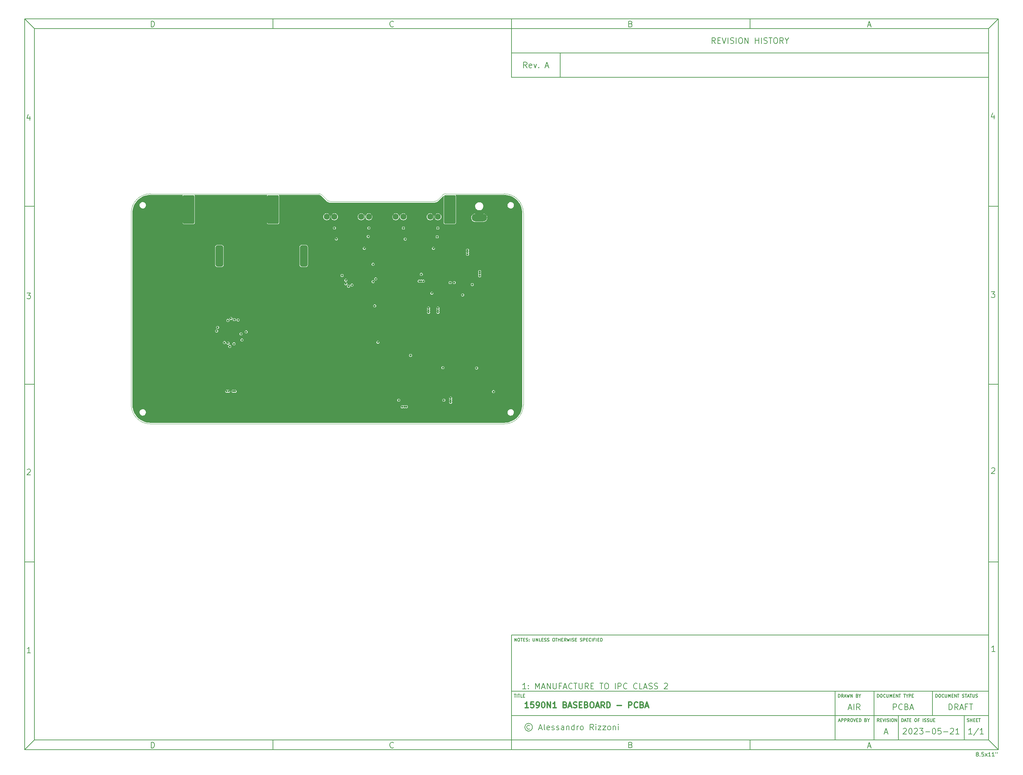
<source format=gbr>
%TF.GenerationSoftware,KiCad,Pcbnew,7.0.7*%
%TF.CreationDate,2023-08-19T17:10:16-04:00*%
%TF.ProjectId,baseboard,62617365-626f-4617-9264-2e6b69636164,A*%
%TF.SameCoordinates,Original*%
%TF.FileFunction,Copper,L6,Bot*%
%TF.FilePolarity,Positive*%
%FSLAX46Y46*%
G04 Gerber Fmt 4.6, Leading zero omitted, Abs format (unit mm)*
G04 Created by KiCad (PCBNEW 7.0.7) date 2023-08-19 17:10:16*
%MOMM*%
%LPD*%
G01*
G04 APERTURE LIST*
G04 Aperture macros list*
%AMRoundRect*
0 Rectangle with rounded corners*
0 $1 Rounding radius*
0 $2 $3 $4 $5 $6 $7 $8 $9 X,Y pos of 4 corners*
0 Add a 4 corners polygon primitive as box body*
4,1,4,$2,$3,$4,$5,$6,$7,$8,$9,$2,$3,0*
0 Add four circle primitives for the rounded corners*
1,1,$1+$1,$2,$3*
1,1,$1+$1,$4,$5*
1,1,$1+$1,$6,$7*
1,1,$1+$1,$8,$9*
0 Add four rect primitives between the rounded corners*
20,1,$1+$1,$2,$3,$4,$5,0*
20,1,$1+$1,$4,$5,$6,$7,0*
20,1,$1+$1,$6,$7,$8,$9,0*
20,1,$1+$1,$8,$9,$2,$3,0*%
G04 Aperture macros list end*
%ADD10C,0.100000*%
%ADD11C,0.150000*%
%ADD12C,0.300000*%
%TA.AperFunction,EtchedComponent*%
%ADD13C,0.200000*%
%TD*%
%TA.AperFunction,ComponentPad*%
%ADD14C,1.600000*%
%TD*%
%TA.AperFunction,ComponentPad*%
%ADD15O,4.500000X2.250000*%
%TD*%
%TA.AperFunction,ComponentPad*%
%ADD16O,4.000000X2.000000*%
%TD*%
%TA.AperFunction,ComponentPad*%
%ADD17O,2.000000X4.000000*%
%TD*%
%TA.AperFunction,ComponentPad*%
%ADD18RoundRect,0.500000X-0.500000X-2.300000X0.500000X-2.300000X0.500000X2.300000X-0.500000X2.300000X0*%
%TD*%
%TA.AperFunction,ComponentPad*%
%ADD19C,0.600000*%
%TD*%
%TA.AperFunction,SMDPad,CuDef*%
%ADD20RoundRect,0.300000X1.200000X3.450000X-1.200000X3.450000X-1.200000X-3.450000X1.200000X-3.450000X0*%
%TD*%
%TA.AperFunction,ViaPad*%
%ADD21C,0.550000*%
%TD*%
%TA.AperFunction,Profile*%
%ADD22C,0.050000*%
%TD*%
G04 APERTURE END LIST*
D10*
D11*
X259813572Y-199154128D02*
X258956429Y-199154128D01*
X259385000Y-199154128D02*
X259385000Y-197654128D01*
X259385000Y-197654128D02*
X259242143Y-197868414D01*
X259242143Y-197868414D02*
X259099286Y-198011271D01*
X259099286Y-198011271D02*
X258956429Y-198082700D01*
X261527857Y-197582700D02*
X260242143Y-199511271D01*
X262813572Y-199154128D02*
X261956429Y-199154128D01*
X262385000Y-199154128D02*
X262385000Y-197654128D01*
X262385000Y-197654128D02*
X262242143Y-197868414D01*
X262242143Y-197868414D02*
X262099286Y-198011271D01*
X262099286Y-198011271D02*
X261956429Y-198082700D01*
D10*
D11*
X140409874Y-188759295D02*
X140867017Y-188759295D01*
X140638445Y-189559295D02*
X140638445Y-188759295D01*
X141133684Y-189559295D02*
X141133684Y-188759295D01*
X141400350Y-188759295D02*
X141857493Y-188759295D01*
X141628921Y-189559295D02*
X141628921Y-188759295D01*
X142505112Y-189559295D02*
X142124160Y-189559295D01*
X142124160Y-189559295D02*
X142124160Y-188759295D01*
X142771779Y-189140247D02*
X143038445Y-189140247D01*
X143152731Y-189559295D02*
X142771779Y-189559295D01*
X142771779Y-189559295D02*
X142771779Y-188759295D01*
X142771779Y-188759295D02*
X143152731Y-188759295D01*
D10*
D11*
X235596303Y-195909295D02*
X235329636Y-195528342D01*
X235139160Y-195909295D02*
X235139160Y-195109295D01*
X235139160Y-195109295D02*
X235443922Y-195109295D01*
X235443922Y-195109295D02*
X235520112Y-195147390D01*
X235520112Y-195147390D02*
X235558207Y-195185485D01*
X235558207Y-195185485D02*
X235596303Y-195261676D01*
X235596303Y-195261676D02*
X235596303Y-195375961D01*
X235596303Y-195375961D02*
X235558207Y-195452152D01*
X235558207Y-195452152D02*
X235520112Y-195490247D01*
X235520112Y-195490247D02*
X235443922Y-195528342D01*
X235443922Y-195528342D02*
X235139160Y-195528342D01*
X235939160Y-195490247D02*
X236205826Y-195490247D01*
X236320112Y-195909295D02*
X235939160Y-195909295D01*
X235939160Y-195909295D02*
X235939160Y-195109295D01*
X235939160Y-195109295D02*
X236320112Y-195109295D01*
X236548684Y-195109295D02*
X236815351Y-195909295D01*
X236815351Y-195909295D02*
X237082017Y-195109295D01*
X237348684Y-195909295D02*
X237348684Y-195109295D01*
X237691540Y-195871200D02*
X237805826Y-195909295D01*
X237805826Y-195909295D02*
X237996302Y-195909295D01*
X237996302Y-195909295D02*
X238072493Y-195871200D01*
X238072493Y-195871200D02*
X238110588Y-195833104D01*
X238110588Y-195833104D02*
X238148683Y-195756914D01*
X238148683Y-195756914D02*
X238148683Y-195680723D01*
X238148683Y-195680723D02*
X238110588Y-195604533D01*
X238110588Y-195604533D02*
X238072493Y-195566438D01*
X238072493Y-195566438D02*
X237996302Y-195528342D01*
X237996302Y-195528342D02*
X237843921Y-195490247D01*
X237843921Y-195490247D02*
X237767731Y-195452152D01*
X237767731Y-195452152D02*
X237729636Y-195414057D01*
X237729636Y-195414057D02*
X237691540Y-195337866D01*
X237691540Y-195337866D02*
X237691540Y-195261676D01*
X237691540Y-195261676D02*
X237729636Y-195185485D01*
X237729636Y-195185485D02*
X237767731Y-195147390D01*
X237767731Y-195147390D02*
X237843921Y-195109295D01*
X237843921Y-195109295D02*
X238034398Y-195109295D01*
X238034398Y-195109295D02*
X238148683Y-195147390D01*
X238491541Y-195909295D02*
X238491541Y-195109295D01*
X239024874Y-195109295D02*
X239177255Y-195109295D01*
X239177255Y-195109295D02*
X239253445Y-195147390D01*
X239253445Y-195147390D02*
X239329636Y-195223580D01*
X239329636Y-195223580D02*
X239367731Y-195375961D01*
X239367731Y-195375961D02*
X239367731Y-195642628D01*
X239367731Y-195642628D02*
X239329636Y-195795009D01*
X239329636Y-195795009D02*
X239253445Y-195871200D01*
X239253445Y-195871200D02*
X239177255Y-195909295D01*
X239177255Y-195909295D02*
X239024874Y-195909295D01*
X239024874Y-195909295D02*
X238948683Y-195871200D01*
X238948683Y-195871200D02*
X238872493Y-195795009D01*
X238872493Y-195795009D02*
X238834397Y-195642628D01*
X238834397Y-195642628D02*
X238834397Y-195375961D01*
X238834397Y-195375961D02*
X238872493Y-195223580D01*
X238872493Y-195223580D02*
X238948683Y-195147390D01*
X238948683Y-195147390D02*
X239024874Y-195109295D01*
X239710588Y-195909295D02*
X239710588Y-195109295D01*
X239710588Y-195109295D02*
X240167731Y-195909295D01*
X240167731Y-195909295D02*
X240167731Y-195109295D01*
D10*
D11*
X241489160Y-195909295D02*
X241489160Y-195109295D01*
X241489160Y-195109295D02*
X241679636Y-195109295D01*
X241679636Y-195109295D02*
X241793922Y-195147390D01*
X241793922Y-195147390D02*
X241870112Y-195223580D01*
X241870112Y-195223580D02*
X241908207Y-195299771D01*
X241908207Y-195299771D02*
X241946303Y-195452152D01*
X241946303Y-195452152D02*
X241946303Y-195566438D01*
X241946303Y-195566438D02*
X241908207Y-195718819D01*
X241908207Y-195718819D02*
X241870112Y-195795009D01*
X241870112Y-195795009D02*
X241793922Y-195871200D01*
X241793922Y-195871200D02*
X241679636Y-195909295D01*
X241679636Y-195909295D02*
X241489160Y-195909295D01*
X242251064Y-195680723D02*
X242632017Y-195680723D01*
X242174874Y-195909295D02*
X242441541Y-195109295D01*
X242441541Y-195109295D02*
X242708207Y-195909295D01*
X242860588Y-195109295D02*
X243317731Y-195109295D01*
X243089159Y-195909295D02*
X243089159Y-195109295D01*
X243584398Y-195490247D02*
X243851064Y-195490247D01*
X243965350Y-195909295D02*
X243584398Y-195909295D01*
X243584398Y-195909295D02*
X243584398Y-195109295D01*
X243584398Y-195109295D02*
X243965350Y-195109295D01*
X245070113Y-195109295D02*
X245222494Y-195109295D01*
X245222494Y-195109295D02*
X245298684Y-195147390D01*
X245298684Y-195147390D02*
X245374875Y-195223580D01*
X245374875Y-195223580D02*
X245412970Y-195375961D01*
X245412970Y-195375961D02*
X245412970Y-195642628D01*
X245412970Y-195642628D02*
X245374875Y-195795009D01*
X245374875Y-195795009D02*
X245298684Y-195871200D01*
X245298684Y-195871200D02*
X245222494Y-195909295D01*
X245222494Y-195909295D02*
X245070113Y-195909295D01*
X245070113Y-195909295D02*
X244993922Y-195871200D01*
X244993922Y-195871200D02*
X244917732Y-195795009D01*
X244917732Y-195795009D02*
X244879636Y-195642628D01*
X244879636Y-195642628D02*
X244879636Y-195375961D01*
X244879636Y-195375961D02*
X244917732Y-195223580D01*
X244917732Y-195223580D02*
X244993922Y-195147390D01*
X244993922Y-195147390D02*
X245070113Y-195109295D01*
X246022493Y-195490247D02*
X245755827Y-195490247D01*
X245755827Y-195909295D02*
X245755827Y-195109295D01*
X245755827Y-195109295D02*
X246136779Y-195109295D01*
X247051065Y-195909295D02*
X247051065Y-195109295D01*
X247393921Y-195871200D02*
X247508207Y-195909295D01*
X247508207Y-195909295D02*
X247698683Y-195909295D01*
X247698683Y-195909295D02*
X247774874Y-195871200D01*
X247774874Y-195871200D02*
X247812969Y-195833104D01*
X247812969Y-195833104D02*
X247851064Y-195756914D01*
X247851064Y-195756914D02*
X247851064Y-195680723D01*
X247851064Y-195680723D02*
X247812969Y-195604533D01*
X247812969Y-195604533D02*
X247774874Y-195566438D01*
X247774874Y-195566438D02*
X247698683Y-195528342D01*
X247698683Y-195528342D02*
X247546302Y-195490247D01*
X247546302Y-195490247D02*
X247470112Y-195452152D01*
X247470112Y-195452152D02*
X247432017Y-195414057D01*
X247432017Y-195414057D02*
X247393921Y-195337866D01*
X247393921Y-195337866D02*
X247393921Y-195261676D01*
X247393921Y-195261676D02*
X247432017Y-195185485D01*
X247432017Y-195185485D02*
X247470112Y-195147390D01*
X247470112Y-195147390D02*
X247546302Y-195109295D01*
X247546302Y-195109295D02*
X247736779Y-195109295D01*
X247736779Y-195109295D02*
X247851064Y-195147390D01*
X248155826Y-195871200D02*
X248270112Y-195909295D01*
X248270112Y-195909295D02*
X248460588Y-195909295D01*
X248460588Y-195909295D02*
X248536779Y-195871200D01*
X248536779Y-195871200D02*
X248574874Y-195833104D01*
X248574874Y-195833104D02*
X248612969Y-195756914D01*
X248612969Y-195756914D02*
X248612969Y-195680723D01*
X248612969Y-195680723D02*
X248574874Y-195604533D01*
X248574874Y-195604533D02*
X248536779Y-195566438D01*
X248536779Y-195566438D02*
X248460588Y-195528342D01*
X248460588Y-195528342D02*
X248308207Y-195490247D01*
X248308207Y-195490247D02*
X248232017Y-195452152D01*
X248232017Y-195452152D02*
X248193922Y-195414057D01*
X248193922Y-195414057D02*
X248155826Y-195337866D01*
X248155826Y-195337866D02*
X248155826Y-195261676D01*
X248155826Y-195261676D02*
X248193922Y-195185485D01*
X248193922Y-195185485D02*
X248232017Y-195147390D01*
X248232017Y-195147390D02*
X248308207Y-195109295D01*
X248308207Y-195109295D02*
X248498684Y-195109295D01*
X248498684Y-195109295D02*
X248612969Y-195147390D01*
X248955827Y-195109295D02*
X248955827Y-195756914D01*
X248955827Y-195756914D02*
X248993922Y-195833104D01*
X248993922Y-195833104D02*
X249032017Y-195871200D01*
X249032017Y-195871200D02*
X249108208Y-195909295D01*
X249108208Y-195909295D02*
X249260589Y-195909295D01*
X249260589Y-195909295D02*
X249336779Y-195871200D01*
X249336779Y-195871200D02*
X249374874Y-195833104D01*
X249374874Y-195833104D02*
X249412970Y-195756914D01*
X249412970Y-195756914D02*
X249412970Y-195109295D01*
X249793922Y-195490247D02*
X250060588Y-195490247D01*
X250174874Y-195909295D02*
X249793922Y-195909295D01*
X249793922Y-195909295D02*
X249793922Y-195109295D01*
X249793922Y-195109295D02*
X250174874Y-195109295D01*
D10*
D11*
X258596064Y-195871200D02*
X258710350Y-195909295D01*
X258710350Y-195909295D02*
X258900826Y-195909295D01*
X258900826Y-195909295D02*
X258977017Y-195871200D01*
X258977017Y-195871200D02*
X259015112Y-195833104D01*
X259015112Y-195833104D02*
X259053207Y-195756914D01*
X259053207Y-195756914D02*
X259053207Y-195680723D01*
X259053207Y-195680723D02*
X259015112Y-195604533D01*
X259015112Y-195604533D02*
X258977017Y-195566438D01*
X258977017Y-195566438D02*
X258900826Y-195528342D01*
X258900826Y-195528342D02*
X258748445Y-195490247D01*
X258748445Y-195490247D02*
X258672255Y-195452152D01*
X258672255Y-195452152D02*
X258634160Y-195414057D01*
X258634160Y-195414057D02*
X258596064Y-195337866D01*
X258596064Y-195337866D02*
X258596064Y-195261676D01*
X258596064Y-195261676D02*
X258634160Y-195185485D01*
X258634160Y-195185485D02*
X258672255Y-195147390D01*
X258672255Y-195147390D02*
X258748445Y-195109295D01*
X258748445Y-195109295D02*
X258938922Y-195109295D01*
X258938922Y-195109295D02*
X259053207Y-195147390D01*
X259396065Y-195909295D02*
X259396065Y-195109295D01*
X259396065Y-195490247D02*
X259853208Y-195490247D01*
X259853208Y-195909295D02*
X259853208Y-195109295D01*
X260234160Y-195490247D02*
X260500826Y-195490247D01*
X260615112Y-195909295D02*
X260234160Y-195909295D01*
X260234160Y-195909295D02*
X260234160Y-195109295D01*
X260234160Y-195109295D02*
X260615112Y-195109295D01*
X260957970Y-195490247D02*
X261224636Y-195490247D01*
X261338922Y-195909295D02*
X260957970Y-195909295D01*
X260957970Y-195909295D02*
X260957970Y-195109295D01*
X260957970Y-195109295D02*
X261338922Y-195109295D01*
X261567494Y-195109295D02*
X262024637Y-195109295D01*
X261796065Y-195909295D02*
X261796065Y-195109295D01*
D10*
D11*
X239299285Y-192804128D02*
X239299285Y-191304128D01*
X239299285Y-191304128D02*
X239870714Y-191304128D01*
X239870714Y-191304128D02*
X240013571Y-191375557D01*
X240013571Y-191375557D02*
X240085000Y-191446985D01*
X240085000Y-191446985D02*
X240156428Y-191589842D01*
X240156428Y-191589842D02*
X240156428Y-191804128D01*
X240156428Y-191804128D02*
X240085000Y-191946985D01*
X240085000Y-191946985D02*
X240013571Y-192018414D01*
X240013571Y-192018414D02*
X239870714Y-192089842D01*
X239870714Y-192089842D02*
X239299285Y-192089842D01*
X241656428Y-192661271D02*
X241585000Y-192732700D01*
X241585000Y-192732700D02*
X241370714Y-192804128D01*
X241370714Y-192804128D02*
X241227857Y-192804128D01*
X241227857Y-192804128D02*
X241013571Y-192732700D01*
X241013571Y-192732700D02*
X240870714Y-192589842D01*
X240870714Y-192589842D02*
X240799285Y-192446985D01*
X240799285Y-192446985D02*
X240727857Y-192161271D01*
X240727857Y-192161271D02*
X240727857Y-191946985D01*
X240727857Y-191946985D02*
X240799285Y-191661271D01*
X240799285Y-191661271D02*
X240870714Y-191518414D01*
X240870714Y-191518414D02*
X241013571Y-191375557D01*
X241013571Y-191375557D02*
X241227857Y-191304128D01*
X241227857Y-191304128D02*
X241370714Y-191304128D01*
X241370714Y-191304128D02*
X241585000Y-191375557D01*
X241585000Y-191375557D02*
X241656428Y-191446985D01*
X242799285Y-192018414D02*
X243013571Y-192089842D01*
X243013571Y-192089842D02*
X243085000Y-192161271D01*
X243085000Y-192161271D02*
X243156428Y-192304128D01*
X243156428Y-192304128D02*
X243156428Y-192518414D01*
X243156428Y-192518414D02*
X243085000Y-192661271D01*
X243085000Y-192661271D02*
X243013571Y-192732700D01*
X243013571Y-192732700D02*
X242870714Y-192804128D01*
X242870714Y-192804128D02*
X242299285Y-192804128D01*
X242299285Y-192804128D02*
X242299285Y-191304128D01*
X242299285Y-191304128D02*
X242799285Y-191304128D01*
X242799285Y-191304128D02*
X242942143Y-191375557D01*
X242942143Y-191375557D02*
X243013571Y-191446985D01*
X243013571Y-191446985D02*
X243085000Y-191589842D01*
X243085000Y-191589842D02*
X243085000Y-191732700D01*
X243085000Y-191732700D02*
X243013571Y-191875557D01*
X243013571Y-191875557D02*
X242942143Y-191946985D01*
X242942143Y-191946985D02*
X242799285Y-192018414D01*
X242799285Y-192018414D02*
X242299285Y-192018414D01*
X243727857Y-192375557D02*
X244442143Y-192375557D01*
X243585000Y-192804128D02*
X244085000Y-191304128D01*
X244085000Y-191304128D02*
X244585000Y-192804128D01*
D10*
D11*
X225068064Y-195680723D02*
X225449017Y-195680723D01*
X224991874Y-195909295D02*
X225258541Y-195109295D01*
X225258541Y-195109295D02*
X225525207Y-195909295D01*
X225791874Y-195909295D02*
X225791874Y-195109295D01*
X225791874Y-195109295D02*
X226096636Y-195109295D01*
X226096636Y-195109295D02*
X226172826Y-195147390D01*
X226172826Y-195147390D02*
X226210921Y-195185485D01*
X226210921Y-195185485D02*
X226249017Y-195261676D01*
X226249017Y-195261676D02*
X226249017Y-195375961D01*
X226249017Y-195375961D02*
X226210921Y-195452152D01*
X226210921Y-195452152D02*
X226172826Y-195490247D01*
X226172826Y-195490247D02*
X226096636Y-195528342D01*
X226096636Y-195528342D02*
X225791874Y-195528342D01*
X226591874Y-195909295D02*
X226591874Y-195109295D01*
X226591874Y-195109295D02*
X226896636Y-195109295D01*
X226896636Y-195109295D02*
X226972826Y-195147390D01*
X226972826Y-195147390D02*
X227010921Y-195185485D01*
X227010921Y-195185485D02*
X227049017Y-195261676D01*
X227049017Y-195261676D02*
X227049017Y-195375961D01*
X227049017Y-195375961D02*
X227010921Y-195452152D01*
X227010921Y-195452152D02*
X226972826Y-195490247D01*
X226972826Y-195490247D02*
X226896636Y-195528342D01*
X226896636Y-195528342D02*
X226591874Y-195528342D01*
X227849017Y-195909295D02*
X227582350Y-195528342D01*
X227391874Y-195909295D02*
X227391874Y-195109295D01*
X227391874Y-195109295D02*
X227696636Y-195109295D01*
X227696636Y-195109295D02*
X227772826Y-195147390D01*
X227772826Y-195147390D02*
X227810921Y-195185485D01*
X227810921Y-195185485D02*
X227849017Y-195261676D01*
X227849017Y-195261676D02*
X227849017Y-195375961D01*
X227849017Y-195375961D02*
X227810921Y-195452152D01*
X227810921Y-195452152D02*
X227772826Y-195490247D01*
X227772826Y-195490247D02*
X227696636Y-195528342D01*
X227696636Y-195528342D02*
X227391874Y-195528342D01*
X228344255Y-195109295D02*
X228496636Y-195109295D01*
X228496636Y-195109295D02*
X228572826Y-195147390D01*
X228572826Y-195147390D02*
X228649017Y-195223580D01*
X228649017Y-195223580D02*
X228687112Y-195375961D01*
X228687112Y-195375961D02*
X228687112Y-195642628D01*
X228687112Y-195642628D02*
X228649017Y-195795009D01*
X228649017Y-195795009D02*
X228572826Y-195871200D01*
X228572826Y-195871200D02*
X228496636Y-195909295D01*
X228496636Y-195909295D02*
X228344255Y-195909295D01*
X228344255Y-195909295D02*
X228268064Y-195871200D01*
X228268064Y-195871200D02*
X228191874Y-195795009D01*
X228191874Y-195795009D02*
X228153778Y-195642628D01*
X228153778Y-195642628D02*
X228153778Y-195375961D01*
X228153778Y-195375961D02*
X228191874Y-195223580D01*
X228191874Y-195223580D02*
X228268064Y-195147390D01*
X228268064Y-195147390D02*
X228344255Y-195109295D01*
X228915683Y-195109295D02*
X229182350Y-195909295D01*
X229182350Y-195909295D02*
X229449016Y-195109295D01*
X229715683Y-195490247D02*
X229982349Y-195490247D01*
X230096635Y-195909295D02*
X229715683Y-195909295D01*
X229715683Y-195909295D02*
X229715683Y-195109295D01*
X229715683Y-195109295D02*
X230096635Y-195109295D01*
X230439493Y-195909295D02*
X230439493Y-195109295D01*
X230439493Y-195109295D02*
X230629969Y-195109295D01*
X230629969Y-195109295D02*
X230744255Y-195147390D01*
X230744255Y-195147390D02*
X230820445Y-195223580D01*
X230820445Y-195223580D02*
X230858540Y-195299771D01*
X230858540Y-195299771D02*
X230896636Y-195452152D01*
X230896636Y-195452152D02*
X230896636Y-195566438D01*
X230896636Y-195566438D02*
X230858540Y-195718819D01*
X230858540Y-195718819D02*
X230820445Y-195795009D01*
X230820445Y-195795009D02*
X230744255Y-195871200D01*
X230744255Y-195871200D02*
X230629969Y-195909295D01*
X230629969Y-195909295D02*
X230439493Y-195909295D01*
X232115683Y-195490247D02*
X232229969Y-195528342D01*
X232229969Y-195528342D02*
X232268064Y-195566438D01*
X232268064Y-195566438D02*
X232306160Y-195642628D01*
X232306160Y-195642628D02*
X232306160Y-195756914D01*
X232306160Y-195756914D02*
X232268064Y-195833104D01*
X232268064Y-195833104D02*
X232229969Y-195871200D01*
X232229969Y-195871200D02*
X232153779Y-195909295D01*
X232153779Y-195909295D02*
X231849017Y-195909295D01*
X231849017Y-195909295D02*
X231849017Y-195109295D01*
X231849017Y-195109295D02*
X232115683Y-195109295D01*
X232115683Y-195109295D02*
X232191874Y-195147390D01*
X232191874Y-195147390D02*
X232229969Y-195185485D01*
X232229969Y-195185485D02*
X232268064Y-195261676D01*
X232268064Y-195261676D02*
X232268064Y-195337866D01*
X232268064Y-195337866D02*
X232229969Y-195414057D01*
X232229969Y-195414057D02*
X232191874Y-195452152D01*
X232191874Y-195452152D02*
X232115683Y-195490247D01*
X232115683Y-195490247D02*
X231849017Y-195490247D01*
X232801398Y-195528342D02*
X232801398Y-195909295D01*
X232534731Y-195109295D02*
X232801398Y-195528342D01*
X232801398Y-195528342D02*
X233068064Y-195109295D01*
D10*
D11*
X144445112Y-196918271D02*
X144302255Y-196846842D01*
X144302255Y-196846842D02*
X144016541Y-196846842D01*
X144016541Y-196846842D02*
X143873684Y-196918271D01*
X143873684Y-196918271D02*
X143730826Y-197061128D01*
X143730826Y-197061128D02*
X143659398Y-197203985D01*
X143659398Y-197203985D02*
X143659398Y-197489700D01*
X143659398Y-197489700D02*
X143730826Y-197632557D01*
X143730826Y-197632557D02*
X143873684Y-197775414D01*
X143873684Y-197775414D02*
X144016541Y-197846842D01*
X144016541Y-197846842D02*
X144302255Y-197846842D01*
X144302255Y-197846842D02*
X144445112Y-197775414D01*
X144159398Y-196346842D02*
X143802255Y-196418271D01*
X143802255Y-196418271D02*
X143445112Y-196632557D01*
X143445112Y-196632557D02*
X143230826Y-196989700D01*
X143230826Y-196989700D02*
X143159398Y-197346842D01*
X143159398Y-197346842D02*
X143230826Y-197703985D01*
X143230826Y-197703985D02*
X143445112Y-198061128D01*
X143445112Y-198061128D02*
X143802255Y-198275414D01*
X143802255Y-198275414D02*
X144159398Y-198346842D01*
X144159398Y-198346842D02*
X144516541Y-198275414D01*
X144516541Y-198275414D02*
X144873684Y-198061128D01*
X144873684Y-198061128D02*
X145087969Y-197703985D01*
X145087969Y-197703985D02*
X145159398Y-197346842D01*
X145159398Y-197346842D02*
X145087969Y-196989700D01*
X145087969Y-196989700D02*
X144873684Y-196632557D01*
X144873684Y-196632557D02*
X144516541Y-196418271D01*
X144516541Y-196418271D02*
X144159398Y-196346842D01*
X146873684Y-197632557D02*
X147587970Y-197632557D01*
X146730827Y-198061128D02*
X147230827Y-196561128D01*
X147230827Y-196561128D02*
X147730827Y-198061128D01*
X148445112Y-198061128D02*
X148302255Y-197989700D01*
X148302255Y-197989700D02*
X148230826Y-197846842D01*
X148230826Y-197846842D02*
X148230826Y-196561128D01*
X149587969Y-197989700D02*
X149445112Y-198061128D01*
X149445112Y-198061128D02*
X149159398Y-198061128D01*
X149159398Y-198061128D02*
X149016540Y-197989700D01*
X149016540Y-197989700D02*
X148945112Y-197846842D01*
X148945112Y-197846842D02*
X148945112Y-197275414D01*
X148945112Y-197275414D02*
X149016540Y-197132557D01*
X149016540Y-197132557D02*
X149159398Y-197061128D01*
X149159398Y-197061128D02*
X149445112Y-197061128D01*
X149445112Y-197061128D02*
X149587969Y-197132557D01*
X149587969Y-197132557D02*
X149659398Y-197275414D01*
X149659398Y-197275414D02*
X149659398Y-197418271D01*
X149659398Y-197418271D02*
X148945112Y-197561128D01*
X150230826Y-197989700D02*
X150373683Y-198061128D01*
X150373683Y-198061128D02*
X150659397Y-198061128D01*
X150659397Y-198061128D02*
X150802254Y-197989700D01*
X150802254Y-197989700D02*
X150873683Y-197846842D01*
X150873683Y-197846842D02*
X150873683Y-197775414D01*
X150873683Y-197775414D02*
X150802254Y-197632557D01*
X150802254Y-197632557D02*
X150659397Y-197561128D01*
X150659397Y-197561128D02*
X150445112Y-197561128D01*
X150445112Y-197561128D02*
X150302254Y-197489700D01*
X150302254Y-197489700D02*
X150230826Y-197346842D01*
X150230826Y-197346842D02*
X150230826Y-197275414D01*
X150230826Y-197275414D02*
X150302254Y-197132557D01*
X150302254Y-197132557D02*
X150445112Y-197061128D01*
X150445112Y-197061128D02*
X150659397Y-197061128D01*
X150659397Y-197061128D02*
X150802254Y-197132557D01*
X151445112Y-197989700D02*
X151587969Y-198061128D01*
X151587969Y-198061128D02*
X151873683Y-198061128D01*
X151873683Y-198061128D02*
X152016540Y-197989700D01*
X152016540Y-197989700D02*
X152087969Y-197846842D01*
X152087969Y-197846842D02*
X152087969Y-197775414D01*
X152087969Y-197775414D02*
X152016540Y-197632557D01*
X152016540Y-197632557D02*
X151873683Y-197561128D01*
X151873683Y-197561128D02*
X151659398Y-197561128D01*
X151659398Y-197561128D02*
X151516540Y-197489700D01*
X151516540Y-197489700D02*
X151445112Y-197346842D01*
X151445112Y-197346842D02*
X151445112Y-197275414D01*
X151445112Y-197275414D02*
X151516540Y-197132557D01*
X151516540Y-197132557D02*
X151659398Y-197061128D01*
X151659398Y-197061128D02*
X151873683Y-197061128D01*
X151873683Y-197061128D02*
X152016540Y-197132557D01*
X153373684Y-198061128D02*
X153373684Y-197275414D01*
X153373684Y-197275414D02*
X153302255Y-197132557D01*
X153302255Y-197132557D02*
X153159398Y-197061128D01*
X153159398Y-197061128D02*
X152873684Y-197061128D01*
X152873684Y-197061128D02*
X152730826Y-197132557D01*
X153373684Y-197989700D02*
X153230826Y-198061128D01*
X153230826Y-198061128D02*
X152873684Y-198061128D01*
X152873684Y-198061128D02*
X152730826Y-197989700D01*
X152730826Y-197989700D02*
X152659398Y-197846842D01*
X152659398Y-197846842D02*
X152659398Y-197703985D01*
X152659398Y-197703985D02*
X152730826Y-197561128D01*
X152730826Y-197561128D02*
X152873684Y-197489700D01*
X152873684Y-197489700D02*
X153230826Y-197489700D01*
X153230826Y-197489700D02*
X153373684Y-197418271D01*
X154087969Y-197061128D02*
X154087969Y-198061128D01*
X154087969Y-197203985D02*
X154159398Y-197132557D01*
X154159398Y-197132557D02*
X154302255Y-197061128D01*
X154302255Y-197061128D02*
X154516541Y-197061128D01*
X154516541Y-197061128D02*
X154659398Y-197132557D01*
X154659398Y-197132557D02*
X154730827Y-197275414D01*
X154730827Y-197275414D02*
X154730827Y-198061128D01*
X156087970Y-198061128D02*
X156087970Y-196561128D01*
X156087970Y-197989700D02*
X155945112Y-198061128D01*
X155945112Y-198061128D02*
X155659398Y-198061128D01*
X155659398Y-198061128D02*
X155516541Y-197989700D01*
X155516541Y-197989700D02*
X155445112Y-197918271D01*
X155445112Y-197918271D02*
X155373684Y-197775414D01*
X155373684Y-197775414D02*
X155373684Y-197346842D01*
X155373684Y-197346842D02*
X155445112Y-197203985D01*
X155445112Y-197203985D02*
X155516541Y-197132557D01*
X155516541Y-197132557D02*
X155659398Y-197061128D01*
X155659398Y-197061128D02*
X155945112Y-197061128D01*
X155945112Y-197061128D02*
X156087970Y-197132557D01*
X156802255Y-198061128D02*
X156802255Y-197061128D01*
X156802255Y-197346842D02*
X156873684Y-197203985D01*
X156873684Y-197203985D02*
X156945113Y-197132557D01*
X156945113Y-197132557D02*
X157087970Y-197061128D01*
X157087970Y-197061128D02*
X157230827Y-197061128D01*
X157945112Y-198061128D02*
X157802255Y-197989700D01*
X157802255Y-197989700D02*
X157730826Y-197918271D01*
X157730826Y-197918271D02*
X157659398Y-197775414D01*
X157659398Y-197775414D02*
X157659398Y-197346842D01*
X157659398Y-197346842D02*
X157730826Y-197203985D01*
X157730826Y-197203985D02*
X157802255Y-197132557D01*
X157802255Y-197132557D02*
X157945112Y-197061128D01*
X157945112Y-197061128D02*
X158159398Y-197061128D01*
X158159398Y-197061128D02*
X158302255Y-197132557D01*
X158302255Y-197132557D02*
X158373684Y-197203985D01*
X158373684Y-197203985D02*
X158445112Y-197346842D01*
X158445112Y-197346842D02*
X158445112Y-197775414D01*
X158445112Y-197775414D02*
X158373684Y-197918271D01*
X158373684Y-197918271D02*
X158302255Y-197989700D01*
X158302255Y-197989700D02*
X158159398Y-198061128D01*
X158159398Y-198061128D02*
X157945112Y-198061128D01*
X161087969Y-198061128D02*
X160587969Y-197346842D01*
X160230826Y-198061128D02*
X160230826Y-196561128D01*
X160230826Y-196561128D02*
X160802255Y-196561128D01*
X160802255Y-196561128D02*
X160945112Y-196632557D01*
X160945112Y-196632557D02*
X161016541Y-196703985D01*
X161016541Y-196703985D02*
X161087969Y-196846842D01*
X161087969Y-196846842D02*
X161087969Y-197061128D01*
X161087969Y-197061128D02*
X161016541Y-197203985D01*
X161016541Y-197203985D02*
X160945112Y-197275414D01*
X160945112Y-197275414D02*
X160802255Y-197346842D01*
X160802255Y-197346842D02*
X160230826Y-197346842D01*
X161730826Y-198061128D02*
X161730826Y-197061128D01*
X161730826Y-196561128D02*
X161659398Y-196632557D01*
X161659398Y-196632557D02*
X161730826Y-196703985D01*
X161730826Y-196703985D02*
X161802255Y-196632557D01*
X161802255Y-196632557D02*
X161730826Y-196561128D01*
X161730826Y-196561128D02*
X161730826Y-196703985D01*
X162302255Y-197061128D02*
X163087970Y-197061128D01*
X163087970Y-197061128D02*
X162302255Y-198061128D01*
X162302255Y-198061128D02*
X163087970Y-198061128D01*
X163516541Y-197061128D02*
X164302256Y-197061128D01*
X164302256Y-197061128D02*
X163516541Y-198061128D01*
X163516541Y-198061128D02*
X164302256Y-198061128D01*
X165087970Y-198061128D02*
X164945113Y-197989700D01*
X164945113Y-197989700D02*
X164873684Y-197918271D01*
X164873684Y-197918271D02*
X164802256Y-197775414D01*
X164802256Y-197775414D02*
X164802256Y-197346842D01*
X164802256Y-197346842D02*
X164873684Y-197203985D01*
X164873684Y-197203985D02*
X164945113Y-197132557D01*
X164945113Y-197132557D02*
X165087970Y-197061128D01*
X165087970Y-197061128D02*
X165302256Y-197061128D01*
X165302256Y-197061128D02*
X165445113Y-197132557D01*
X165445113Y-197132557D02*
X165516542Y-197203985D01*
X165516542Y-197203985D02*
X165587970Y-197346842D01*
X165587970Y-197346842D02*
X165587970Y-197775414D01*
X165587970Y-197775414D02*
X165516542Y-197918271D01*
X165516542Y-197918271D02*
X165445113Y-197989700D01*
X165445113Y-197989700D02*
X165302256Y-198061128D01*
X165302256Y-198061128D02*
X165087970Y-198061128D01*
X166230827Y-197061128D02*
X166230827Y-198061128D01*
X166230827Y-197203985D02*
X166302256Y-197132557D01*
X166302256Y-197132557D02*
X166445113Y-197061128D01*
X166445113Y-197061128D02*
X166659399Y-197061128D01*
X166659399Y-197061128D02*
X166802256Y-197132557D01*
X166802256Y-197132557D02*
X166873685Y-197275414D01*
X166873685Y-197275414D02*
X166873685Y-198061128D01*
X167587970Y-198061128D02*
X167587970Y-197061128D01*
X167587970Y-196561128D02*
X167516542Y-196632557D01*
X167516542Y-196632557D02*
X167587970Y-196703985D01*
X167587970Y-196703985D02*
X167659399Y-196632557D01*
X167659399Y-196632557D02*
X167587970Y-196561128D01*
X167587970Y-196561128D02*
X167587970Y-196703985D01*
D10*
D11*
X227670714Y-192375557D02*
X228385000Y-192375557D01*
X227527857Y-192804128D02*
X228027857Y-191304128D01*
X228027857Y-191304128D02*
X228527857Y-192804128D01*
X229027856Y-192804128D02*
X229027856Y-191304128D01*
X230599285Y-192804128D02*
X230099285Y-192089842D01*
X229742142Y-192804128D02*
X229742142Y-191304128D01*
X229742142Y-191304128D02*
X230313571Y-191304128D01*
X230313571Y-191304128D02*
X230456428Y-191375557D01*
X230456428Y-191375557D02*
X230527857Y-191446985D01*
X230527857Y-191446985D02*
X230599285Y-191589842D01*
X230599285Y-191589842D02*
X230599285Y-191804128D01*
X230599285Y-191804128D02*
X230527857Y-191946985D01*
X230527857Y-191946985D02*
X230456428Y-192018414D01*
X230456428Y-192018414D02*
X230313571Y-192089842D01*
X230313571Y-192089842D02*
X229742142Y-192089842D01*
D10*
D11*
D10*
D11*
X250379160Y-189559295D02*
X250379160Y-188759295D01*
X250379160Y-188759295D02*
X250569636Y-188759295D01*
X250569636Y-188759295D02*
X250683922Y-188797390D01*
X250683922Y-188797390D02*
X250760112Y-188873580D01*
X250760112Y-188873580D02*
X250798207Y-188949771D01*
X250798207Y-188949771D02*
X250836303Y-189102152D01*
X250836303Y-189102152D02*
X250836303Y-189216438D01*
X250836303Y-189216438D02*
X250798207Y-189368819D01*
X250798207Y-189368819D02*
X250760112Y-189445009D01*
X250760112Y-189445009D02*
X250683922Y-189521200D01*
X250683922Y-189521200D02*
X250569636Y-189559295D01*
X250569636Y-189559295D02*
X250379160Y-189559295D01*
X251331541Y-188759295D02*
X251483922Y-188759295D01*
X251483922Y-188759295D02*
X251560112Y-188797390D01*
X251560112Y-188797390D02*
X251636303Y-188873580D01*
X251636303Y-188873580D02*
X251674398Y-189025961D01*
X251674398Y-189025961D02*
X251674398Y-189292628D01*
X251674398Y-189292628D02*
X251636303Y-189445009D01*
X251636303Y-189445009D02*
X251560112Y-189521200D01*
X251560112Y-189521200D02*
X251483922Y-189559295D01*
X251483922Y-189559295D02*
X251331541Y-189559295D01*
X251331541Y-189559295D02*
X251255350Y-189521200D01*
X251255350Y-189521200D02*
X251179160Y-189445009D01*
X251179160Y-189445009D02*
X251141064Y-189292628D01*
X251141064Y-189292628D02*
X251141064Y-189025961D01*
X251141064Y-189025961D02*
X251179160Y-188873580D01*
X251179160Y-188873580D02*
X251255350Y-188797390D01*
X251255350Y-188797390D02*
X251331541Y-188759295D01*
X252474398Y-189483104D02*
X252436302Y-189521200D01*
X252436302Y-189521200D02*
X252322017Y-189559295D01*
X252322017Y-189559295D02*
X252245826Y-189559295D01*
X252245826Y-189559295D02*
X252131540Y-189521200D01*
X252131540Y-189521200D02*
X252055350Y-189445009D01*
X252055350Y-189445009D02*
X252017255Y-189368819D01*
X252017255Y-189368819D02*
X251979159Y-189216438D01*
X251979159Y-189216438D02*
X251979159Y-189102152D01*
X251979159Y-189102152D02*
X252017255Y-188949771D01*
X252017255Y-188949771D02*
X252055350Y-188873580D01*
X252055350Y-188873580D02*
X252131540Y-188797390D01*
X252131540Y-188797390D02*
X252245826Y-188759295D01*
X252245826Y-188759295D02*
X252322017Y-188759295D01*
X252322017Y-188759295D02*
X252436302Y-188797390D01*
X252436302Y-188797390D02*
X252474398Y-188835485D01*
X252817255Y-188759295D02*
X252817255Y-189406914D01*
X252817255Y-189406914D02*
X252855350Y-189483104D01*
X252855350Y-189483104D02*
X252893445Y-189521200D01*
X252893445Y-189521200D02*
X252969636Y-189559295D01*
X252969636Y-189559295D02*
X253122017Y-189559295D01*
X253122017Y-189559295D02*
X253198207Y-189521200D01*
X253198207Y-189521200D02*
X253236302Y-189483104D01*
X253236302Y-189483104D02*
X253274398Y-189406914D01*
X253274398Y-189406914D02*
X253274398Y-188759295D01*
X253655350Y-189559295D02*
X253655350Y-188759295D01*
X253655350Y-188759295D02*
X253922016Y-189330723D01*
X253922016Y-189330723D02*
X254188683Y-188759295D01*
X254188683Y-188759295D02*
X254188683Y-189559295D01*
X254569636Y-189140247D02*
X254836302Y-189140247D01*
X254950588Y-189559295D02*
X254569636Y-189559295D01*
X254569636Y-189559295D02*
X254569636Y-188759295D01*
X254569636Y-188759295D02*
X254950588Y-188759295D01*
X255293446Y-189559295D02*
X255293446Y-188759295D01*
X255293446Y-188759295D02*
X255750589Y-189559295D01*
X255750589Y-189559295D02*
X255750589Y-188759295D01*
X256017255Y-188759295D02*
X256474398Y-188759295D01*
X256245826Y-189559295D02*
X256245826Y-188759295D01*
X257312493Y-189521200D02*
X257426779Y-189559295D01*
X257426779Y-189559295D02*
X257617255Y-189559295D01*
X257617255Y-189559295D02*
X257693446Y-189521200D01*
X257693446Y-189521200D02*
X257731541Y-189483104D01*
X257731541Y-189483104D02*
X257769636Y-189406914D01*
X257769636Y-189406914D02*
X257769636Y-189330723D01*
X257769636Y-189330723D02*
X257731541Y-189254533D01*
X257731541Y-189254533D02*
X257693446Y-189216438D01*
X257693446Y-189216438D02*
X257617255Y-189178342D01*
X257617255Y-189178342D02*
X257464874Y-189140247D01*
X257464874Y-189140247D02*
X257388684Y-189102152D01*
X257388684Y-189102152D02*
X257350589Y-189064057D01*
X257350589Y-189064057D02*
X257312493Y-188987866D01*
X257312493Y-188987866D02*
X257312493Y-188911676D01*
X257312493Y-188911676D02*
X257350589Y-188835485D01*
X257350589Y-188835485D02*
X257388684Y-188797390D01*
X257388684Y-188797390D02*
X257464874Y-188759295D01*
X257464874Y-188759295D02*
X257655351Y-188759295D01*
X257655351Y-188759295D02*
X257769636Y-188797390D01*
X257998208Y-188759295D02*
X258455351Y-188759295D01*
X258226779Y-189559295D02*
X258226779Y-188759295D01*
X258683922Y-189330723D02*
X259064875Y-189330723D01*
X258607732Y-189559295D02*
X258874399Y-188759295D01*
X258874399Y-188759295D02*
X259141065Y-189559295D01*
X259293446Y-188759295D02*
X259750589Y-188759295D01*
X259522017Y-189559295D02*
X259522017Y-188759295D01*
X260017256Y-188759295D02*
X260017256Y-189406914D01*
X260017256Y-189406914D02*
X260055351Y-189483104D01*
X260055351Y-189483104D02*
X260093446Y-189521200D01*
X260093446Y-189521200D02*
X260169637Y-189559295D01*
X260169637Y-189559295D02*
X260322018Y-189559295D01*
X260322018Y-189559295D02*
X260398208Y-189521200D01*
X260398208Y-189521200D02*
X260436303Y-189483104D01*
X260436303Y-189483104D02*
X260474399Y-189406914D01*
X260474399Y-189406914D02*
X260474399Y-188759295D01*
X260817255Y-189521200D02*
X260931541Y-189559295D01*
X260931541Y-189559295D02*
X261122017Y-189559295D01*
X261122017Y-189559295D02*
X261198208Y-189521200D01*
X261198208Y-189521200D02*
X261236303Y-189483104D01*
X261236303Y-189483104D02*
X261274398Y-189406914D01*
X261274398Y-189406914D02*
X261274398Y-189330723D01*
X261274398Y-189330723D02*
X261236303Y-189254533D01*
X261236303Y-189254533D02*
X261198208Y-189216438D01*
X261198208Y-189216438D02*
X261122017Y-189178342D01*
X261122017Y-189178342D02*
X260969636Y-189140247D01*
X260969636Y-189140247D02*
X260893446Y-189102152D01*
X260893446Y-189102152D02*
X260855351Y-189064057D01*
X260855351Y-189064057D02*
X260817255Y-188987866D01*
X260817255Y-188987866D02*
X260817255Y-188911676D01*
X260817255Y-188911676D02*
X260855351Y-188835485D01*
X260855351Y-188835485D02*
X260893446Y-188797390D01*
X260893446Y-188797390D02*
X260969636Y-188759295D01*
X260969636Y-188759295D02*
X261160113Y-188759295D01*
X261160113Y-188759295D02*
X261274398Y-188797390D01*
D10*
D11*
X224979160Y-189559295D02*
X224979160Y-188759295D01*
X224979160Y-188759295D02*
X225169636Y-188759295D01*
X225169636Y-188759295D02*
X225283922Y-188797390D01*
X225283922Y-188797390D02*
X225360112Y-188873580D01*
X225360112Y-188873580D02*
X225398207Y-188949771D01*
X225398207Y-188949771D02*
X225436303Y-189102152D01*
X225436303Y-189102152D02*
X225436303Y-189216438D01*
X225436303Y-189216438D02*
X225398207Y-189368819D01*
X225398207Y-189368819D02*
X225360112Y-189445009D01*
X225360112Y-189445009D02*
X225283922Y-189521200D01*
X225283922Y-189521200D02*
X225169636Y-189559295D01*
X225169636Y-189559295D02*
X224979160Y-189559295D01*
X226236303Y-189559295D02*
X225969636Y-189178342D01*
X225779160Y-189559295D02*
X225779160Y-188759295D01*
X225779160Y-188759295D02*
X226083922Y-188759295D01*
X226083922Y-188759295D02*
X226160112Y-188797390D01*
X226160112Y-188797390D02*
X226198207Y-188835485D01*
X226198207Y-188835485D02*
X226236303Y-188911676D01*
X226236303Y-188911676D02*
X226236303Y-189025961D01*
X226236303Y-189025961D02*
X226198207Y-189102152D01*
X226198207Y-189102152D02*
X226160112Y-189140247D01*
X226160112Y-189140247D02*
X226083922Y-189178342D01*
X226083922Y-189178342D02*
X225779160Y-189178342D01*
X226541064Y-189330723D02*
X226922017Y-189330723D01*
X226464874Y-189559295D02*
X226731541Y-188759295D01*
X226731541Y-188759295D02*
X226998207Y-189559295D01*
X227188683Y-188759295D02*
X227379159Y-189559295D01*
X227379159Y-189559295D02*
X227531540Y-188987866D01*
X227531540Y-188987866D02*
X227683921Y-189559295D01*
X227683921Y-189559295D02*
X227874398Y-188759295D01*
X228179160Y-189559295D02*
X228179160Y-188759295D01*
X228179160Y-188759295D02*
X228636303Y-189559295D01*
X228636303Y-189559295D02*
X228636303Y-188759295D01*
X229893445Y-189140247D02*
X230007731Y-189178342D01*
X230007731Y-189178342D02*
X230045826Y-189216438D01*
X230045826Y-189216438D02*
X230083922Y-189292628D01*
X230083922Y-189292628D02*
X230083922Y-189406914D01*
X230083922Y-189406914D02*
X230045826Y-189483104D01*
X230045826Y-189483104D02*
X230007731Y-189521200D01*
X230007731Y-189521200D02*
X229931541Y-189559295D01*
X229931541Y-189559295D02*
X229626779Y-189559295D01*
X229626779Y-189559295D02*
X229626779Y-188759295D01*
X229626779Y-188759295D02*
X229893445Y-188759295D01*
X229893445Y-188759295D02*
X229969636Y-188797390D01*
X229969636Y-188797390D02*
X230007731Y-188835485D01*
X230007731Y-188835485D02*
X230045826Y-188911676D01*
X230045826Y-188911676D02*
X230045826Y-188987866D01*
X230045826Y-188987866D02*
X230007731Y-189064057D01*
X230007731Y-189064057D02*
X229969636Y-189102152D01*
X229969636Y-189102152D02*
X229893445Y-189140247D01*
X229893445Y-189140247D02*
X229626779Y-189140247D01*
X230579160Y-189178342D02*
X230579160Y-189559295D01*
X230312493Y-188759295D02*
X230579160Y-189178342D01*
X230579160Y-189178342D02*
X230845826Y-188759295D01*
D10*
D11*
X235139160Y-189559295D02*
X235139160Y-188759295D01*
X235139160Y-188759295D02*
X235329636Y-188759295D01*
X235329636Y-188759295D02*
X235443922Y-188797390D01*
X235443922Y-188797390D02*
X235520112Y-188873580D01*
X235520112Y-188873580D02*
X235558207Y-188949771D01*
X235558207Y-188949771D02*
X235596303Y-189102152D01*
X235596303Y-189102152D02*
X235596303Y-189216438D01*
X235596303Y-189216438D02*
X235558207Y-189368819D01*
X235558207Y-189368819D02*
X235520112Y-189445009D01*
X235520112Y-189445009D02*
X235443922Y-189521200D01*
X235443922Y-189521200D02*
X235329636Y-189559295D01*
X235329636Y-189559295D02*
X235139160Y-189559295D01*
X236091541Y-188759295D02*
X236243922Y-188759295D01*
X236243922Y-188759295D02*
X236320112Y-188797390D01*
X236320112Y-188797390D02*
X236396303Y-188873580D01*
X236396303Y-188873580D02*
X236434398Y-189025961D01*
X236434398Y-189025961D02*
X236434398Y-189292628D01*
X236434398Y-189292628D02*
X236396303Y-189445009D01*
X236396303Y-189445009D02*
X236320112Y-189521200D01*
X236320112Y-189521200D02*
X236243922Y-189559295D01*
X236243922Y-189559295D02*
X236091541Y-189559295D01*
X236091541Y-189559295D02*
X236015350Y-189521200D01*
X236015350Y-189521200D02*
X235939160Y-189445009D01*
X235939160Y-189445009D02*
X235901064Y-189292628D01*
X235901064Y-189292628D02*
X235901064Y-189025961D01*
X235901064Y-189025961D02*
X235939160Y-188873580D01*
X235939160Y-188873580D02*
X236015350Y-188797390D01*
X236015350Y-188797390D02*
X236091541Y-188759295D01*
X237234398Y-189483104D02*
X237196302Y-189521200D01*
X237196302Y-189521200D02*
X237082017Y-189559295D01*
X237082017Y-189559295D02*
X237005826Y-189559295D01*
X237005826Y-189559295D02*
X236891540Y-189521200D01*
X236891540Y-189521200D02*
X236815350Y-189445009D01*
X236815350Y-189445009D02*
X236777255Y-189368819D01*
X236777255Y-189368819D02*
X236739159Y-189216438D01*
X236739159Y-189216438D02*
X236739159Y-189102152D01*
X236739159Y-189102152D02*
X236777255Y-188949771D01*
X236777255Y-188949771D02*
X236815350Y-188873580D01*
X236815350Y-188873580D02*
X236891540Y-188797390D01*
X236891540Y-188797390D02*
X237005826Y-188759295D01*
X237005826Y-188759295D02*
X237082017Y-188759295D01*
X237082017Y-188759295D02*
X237196302Y-188797390D01*
X237196302Y-188797390D02*
X237234398Y-188835485D01*
X237577255Y-188759295D02*
X237577255Y-189406914D01*
X237577255Y-189406914D02*
X237615350Y-189483104D01*
X237615350Y-189483104D02*
X237653445Y-189521200D01*
X237653445Y-189521200D02*
X237729636Y-189559295D01*
X237729636Y-189559295D02*
X237882017Y-189559295D01*
X237882017Y-189559295D02*
X237958207Y-189521200D01*
X237958207Y-189521200D02*
X237996302Y-189483104D01*
X237996302Y-189483104D02*
X238034398Y-189406914D01*
X238034398Y-189406914D02*
X238034398Y-188759295D01*
X238415350Y-189559295D02*
X238415350Y-188759295D01*
X238415350Y-188759295D02*
X238682016Y-189330723D01*
X238682016Y-189330723D02*
X238948683Y-188759295D01*
X238948683Y-188759295D02*
X238948683Y-189559295D01*
X239329636Y-189140247D02*
X239596302Y-189140247D01*
X239710588Y-189559295D02*
X239329636Y-189559295D01*
X239329636Y-189559295D02*
X239329636Y-188759295D01*
X239329636Y-188759295D02*
X239710588Y-188759295D01*
X240053446Y-189559295D02*
X240053446Y-188759295D01*
X240053446Y-188759295D02*
X240510589Y-189559295D01*
X240510589Y-189559295D02*
X240510589Y-188759295D01*
X240777255Y-188759295D02*
X241234398Y-188759295D01*
X241005826Y-189559295D02*
X241005826Y-188759295D01*
X241996303Y-188759295D02*
X242453446Y-188759295D01*
X242224874Y-189559295D02*
X242224874Y-188759295D01*
X242872494Y-189178342D02*
X242872494Y-189559295D01*
X242605827Y-188759295D02*
X242872494Y-189178342D01*
X242872494Y-189178342D02*
X243139160Y-188759295D01*
X243405827Y-189559295D02*
X243405827Y-188759295D01*
X243405827Y-188759295D02*
X243710589Y-188759295D01*
X243710589Y-188759295D02*
X243786779Y-188797390D01*
X243786779Y-188797390D02*
X243824874Y-188835485D01*
X243824874Y-188835485D02*
X243862970Y-188911676D01*
X243862970Y-188911676D02*
X243862970Y-189025961D01*
X243862970Y-189025961D02*
X243824874Y-189102152D01*
X243824874Y-189102152D02*
X243786779Y-189140247D01*
X243786779Y-189140247D02*
X243710589Y-189178342D01*
X243710589Y-189178342D02*
X243405827Y-189178342D01*
X244205827Y-189140247D02*
X244472493Y-189140247D01*
X244586779Y-189559295D02*
X244205827Y-189559295D01*
X244205827Y-189559295D02*
X244205827Y-188759295D01*
X244205827Y-188759295D02*
X244586779Y-188759295D01*
D10*
D11*
X253821000Y-192804128D02*
X253821000Y-191304128D01*
X253821000Y-191304128D02*
X254178143Y-191304128D01*
X254178143Y-191304128D02*
X254392429Y-191375557D01*
X254392429Y-191375557D02*
X254535286Y-191518414D01*
X254535286Y-191518414D02*
X254606715Y-191661271D01*
X254606715Y-191661271D02*
X254678143Y-191946985D01*
X254678143Y-191946985D02*
X254678143Y-192161271D01*
X254678143Y-192161271D02*
X254606715Y-192446985D01*
X254606715Y-192446985D02*
X254535286Y-192589842D01*
X254535286Y-192589842D02*
X254392429Y-192732700D01*
X254392429Y-192732700D02*
X254178143Y-192804128D01*
X254178143Y-192804128D02*
X253821000Y-192804128D01*
X256178143Y-192804128D02*
X255678143Y-192089842D01*
X255321000Y-192804128D02*
X255321000Y-191304128D01*
X255321000Y-191304128D02*
X255892429Y-191304128D01*
X255892429Y-191304128D02*
X256035286Y-191375557D01*
X256035286Y-191375557D02*
X256106715Y-191446985D01*
X256106715Y-191446985D02*
X256178143Y-191589842D01*
X256178143Y-191589842D02*
X256178143Y-191804128D01*
X256178143Y-191804128D02*
X256106715Y-191946985D01*
X256106715Y-191946985D02*
X256035286Y-192018414D01*
X256035286Y-192018414D02*
X255892429Y-192089842D01*
X255892429Y-192089842D02*
X255321000Y-192089842D01*
X256749572Y-192375557D02*
X257463858Y-192375557D01*
X256606715Y-192804128D02*
X257106715Y-191304128D01*
X257106715Y-191304128D02*
X257606715Y-192804128D01*
X258606714Y-192018414D02*
X258106714Y-192018414D01*
X258106714Y-192804128D02*
X258106714Y-191304128D01*
X258106714Y-191304128D02*
X258821000Y-191304128D01*
X259178143Y-191304128D02*
X260035286Y-191304128D01*
X259606714Y-192804128D02*
X259606714Y-191304128D01*
D10*
D11*
X241915287Y-197796985D02*
X241986715Y-197725557D01*
X241986715Y-197725557D02*
X242129573Y-197654128D01*
X242129573Y-197654128D02*
X242486715Y-197654128D01*
X242486715Y-197654128D02*
X242629573Y-197725557D01*
X242629573Y-197725557D02*
X242701001Y-197796985D01*
X242701001Y-197796985D02*
X242772430Y-197939842D01*
X242772430Y-197939842D02*
X242772430Y-198082700D01*
X242772430Y-198082700D02*
X242701001Y-198296985D01*
X242701001Y-198296985D02*
X241843858Y-199154128D01*
X241843858Y-199154128D02*
X242772430Y-199154128D01*
X243701001Y-197654128D02*
X243843858Y-197654128D01*
X243843858Y-197654128D02*
X243986715Y-197725557D01*
X243986715Y-197725557D02*
X244058144Y-197796985D01*
X244058144Y-197796985D02*
X244129572Y-197939842D01*
X244129572Y-197939842D02*
X244201001Y-198225557D01*
X244201001Y-198225557D02*
X244201001Y-198582700D01*
X244201001Y-198582700D02*
X244129572Y-198868414D01*
X244129572Y-198868414D02*
X244058144Y-199011271D01*
X244058144Y-199011271D02*
X243986715Y-199082700D01*
X243986715Y-199082700D02*
X243843858Y-199154128D01*
X243843858Y-199154128D02*
X243701001Y-199154128D01*
X243701001Y-199154128D02*
X243558144Y-199082700D01*
X243558144Y-199082700D02*
X243486715Y-199011271D01*
X243486715Y-199011271D02*
X243415286Y-198868414D01*
X243415286Y-198868414D02*
X243343858Y-198582700D01*
X243343858Y-198582700D02*
X243343858Y-198225557D01*
X243343858Y-198225557D02*
X243415286Y-197939842D01*
X243415286Y-197939842D02*
X243486715Y-197796985D01*
X243486715Y-197796985D02*
X243558144Y-197725557D01*
X243558144Y-197725557D02*
X243701001Y-197654128D01*
X244772429Y-197796985D02*
X244843857Y-197725557D01*
X244843857Y-197725557D02*
X244986715Y-197654128D01*
X244986715Y-197654128D02*
X245343857Y-197654128D01*
X245343857Y-197654128D02*
X245486715Y-197725557D01*
X245486715Y-197725557D02*
X245558143Y-197796985D01*
X245558143Y-197796985D02*
X245629572Y-197939842D01*
X245629572Y-197939842D02*
X245629572Y-198082700D01*
X245629572Y-198082700D02*
X245558143Y-198296985D01*
X245558143Y-198296985D02*
X244701000Y-199154128D01*
X244701000Y-199154128D02*
X245629572Y-199154128D01*
X246129571Y-197654128D02*
X247058143Y-197654128D01*
X247058143Y-197654128D02*
X246558143Y-198225557D01*
X246558143Y-198225557D02*
X246772428Y-198225557D01*
X246772428Y-198225557D02*
X246915286Y-198296985D01*
X246915286Y-198296985D02*
X246986714Y-198368414D01*
X246986714Y-198368414D02*
X247058143Y-198511271D01*
X247058143Y-198511271D02*
X247058143Y-198868414D01*
X247058143Y-198868414D02*
X246986714Y-199011271D01*
X246986714Y-199011271D02*
X246915286Y-199082700D01*
X246915286Y-199082700D02*
X246772428Y-199154128D01*
X246772428Y-199154128D02*
X246343857Y-199154128D01*
X246343857Y-199154128D02*
X246201000Y-199082700D01*
X246201000Y-199082700D02*
X246129571Y-199011271D01*
X247700999Y-198582700D02*
X248843857Y-198582700D01*
X249843857Y-197654128D02*
X249986714Y-197654128D01*
X249986714Y-197654128D02*
X250129571Y-197725557D01*
X250129571Y-197725557D02*
X250201000Y-197796985D01*
X250201000Y-197796985D02*
X250272428Y-197939842D01*
X250272428Y-197939842D02*
X250343857Y-198225557D01*
X250343857Y-198225557D02*
X250343857Y-198582700D01*
X250343857Y-198582700D02*
X250272428Y-198868414D01*
X250272428Y-198868414D02*
X250201000Y-199011271D01*
X250201000Y-199011271D02*
X250129571Y-199082700D01*
X250129571Y-199082700D02*
X249986714Y-199154128D01*
X249986714Y-199154128D02*
X249843857Y-199154128D01*
X249843857Y-199154128D02*
X249701000Y-199082700D01*
X249701000Y-199082700D02*
X249629571Y-199011271D01*
X249629571Y-199011271D02*
X249558142Y-198868414D01*
X249558142Y-198868414D02*
X249486714Y-198582700D01*
X249486714Y-198582700D02*
X249486714Y-198225557D01*
X249486714Y-198225557D02*
X249558142Y-197939842D01*
X249558142Y-197939842D02*
X249629571Y-197796985D01*
X249629571Y-197796985D02*
X249701000Y-197725557D01*
X249701000Y-197725557D02*
X249843857Y-197654128D01*
X251700999Y-197654128D02*
X250986713Y-197654128D01*
X250986713Y-197654128D02*
X250915285Y-198368414D01*
X250915285Y-198368414D02*
X250986713Y-198296985D01*
X250986713Y-198296985D02*
X251129571Y-198225557D01*
X251129571Y-198225557D02*
X251486713Y-198225557D01*
X251486713Y-198225557D02*
X251629571Y-198296985D01*
X251629571Y-198296985D02*
X251700999Y-198368414D01*
X251700999Y-198368414D02*
X251772428Y-198511271D01*
X251772428Y-198511271D02*
X251772428Y-198868414D01*
X251772428Y-198868414D02*
X251700999Y-199011271D01*
X251700999Y-199011271D02*
X251629571Y-199082700D01*
X251629571Y-199082700D02*
X251486713Y-199154128D01*
X251486713Y-199154128D02*
X251129571Y-199154128D01*
X251129571Y-199154128D02*
X250986713Y-199082700D01*
X250986713Y-199082700D02*
X250915285Y-199011271D01*
X252415284Y-198582700D02*
X253558142Y-198582700D01*
X254200999Y-197796985D02*
X254272427Y-197725557D01*
X254272427Y-197725557D02*
X254415285Y-197654128D01*
X254415285Y-197654128D02*
X254772427Y-197654128D01*
X254772427Y-197654128D02*
X254915285Y-197725557D01*
X254915285Y-197725557D02*
X254986713Y-197796985D01*
X254986713Y-197796985D02*
X255058142Y-197939842D01*
X255058142Y-197939842D02*
X255058142Y-198082700D01*
X255058142Y-198082700D02*
X254986713Y-198296985D01*
X254986713Y-198296985D02*
X254129570Y-199154128D01*
X254129570Y-199154128D02*
X255058142Y-199154128D01*
X256486713Y-199154128D02*
X255629570Y-199154128D01*
X256058141Y-199154128D02*
X256058141Y-197654128D01*
X256058141Y-197654128D02*
X255915284Y-197868414D01*
X255915284Y-197868414D02*
X255772427Y-198011271D01*
X255772427Y-198011271D02*
X255629570Y-198082700D01*
D10*
D11*
X237032857Y-198725557D02*
X237747143Y-198725557D01*
X236890000Y-199154128D02*
X237390000Y-197654128D01*
X237390000Y-197654128D02*
X237890000Y-199154128D01*
D10*
D12*
X144115225Y-192288328D02*
X143258082Y-192288328D01*
X143686653Y-192288328D02*
X143686653Y-190788328D01*
X143686653Y-190788328D02*
X143543796Y-191002614D01*
X143543796Y-191002614D02*
X143400939Y-191145471D01*
X143400939Y-191145471D02*
X143258082Y-191216900D01*
X145472367Y-190788328D02*
X144758081Y-190788328D01*
X144758081Y-190788328D02*
X144686653Y-191502614D01*
X144686653Y-191502614D02*
X144758081Y-191431185D01*
X144758081Y-191431185D02*
X144900939Y-191359757D01*
X144900939Y-191359757D02*
X145258081Y-191359757D01*
X145258081Y-191359757D02*
X145400939Y-191431185D01*
X145400939Y-191431185D02*
X145472367Y-191502614D01*
X145472367Y-191502614D02*
X145543796Y-191645471D01*
X145543796Y-191645471D02*
X145543796Y-192002614D01*
X145543796Y-192002614D02*
X145472367Y-192145471D01*
X145472367Y-192145471D02*
X145400939Y-192216900D01*
X145400939Y-192216900D02*
X145258081Y-192288328D01*
X145258081Y-192288328D02*
X144900939Y-192288328D01*
X144900939Y-192288328D02*
X144758081Y-192216900D01*
X144758081Y-192216900D02*
X144686653Y-192145471D01*
X146258081Y-192288328D02*
X146543795Y-192288328D01*
X146543795Y-192288328D02*
X146686652Y-192216900D01*
X146686652Y-192216900D02*
X146758081Y-192145471D01*
X146758081Y-192145471D02*
X146900938Y-191931185D01*
X146900938Y-191931185D02*
X146972367Y-191645471D01*
X146972367Y-191645471D02*
X146972367Y-191074042D01*
X146972367Y-191074042D02*
X146900938Y-190931185D01*
X146900938Y-190931185D02*
X146829510Y-190859757D01*
X146829510Y-190859757D02*
X146686652Y-190788328D01*
X146686652Y-190788328D02*
X146400938Y-190788328D01*
X146400938Y-190788328D02*
X146258081Y-190859757D01*
X146258081Y-190859757D02*
X146186652Y-190931185D01*
X146186652Y-190931185D02*
X146115224Y-191074042D01*
X146115224Y-191074042D02*
X146115224Y-191431185D01*
X146115224Y-191431185D02*
X146186652Y-191574042D01*
X146186652Y-191574042D02*
X146258081Y-191645471D01*
X146258081Y-191645471D02*
X146400938Y-191716900D01*
X146400938Y-191716900D02*
X146686652Y-191716900D01*
X146686652Y-191716900D02*
X146829510Y-191645471D01*
X146829510Y-191645471D02*
X146900938Y-191574042D01*
X146900938Y-191574042D02*
X146972367Y-191431185D01*
X147900938Y-190788328D02*
X148043795Y-190788328D01*
X148043795Y-190788328D02*
X148186652Y-190859757D01*
X148186652Y-190859757D02*
X148258081Y-190931185D01*
X148258081Y-190931185D02*
X148329509Y-191074042D01*
X148329509Y-191074042D02*
X148400938Y-191359757D01*
X148400938Y-191359757D02*
X148400938Y-191716900D01*
X148400938Y-191716900D02*
X148329509Y-192002614D01*
X148329509Y-192002614D02*
X148258081Y-192145471D01*
X148258081Y-192145471D02*
X148186652Y-192216900D01*
X148186652Y-192216900D02*
X148043795Y-192288328D01*
X148043795Y-192288328D02*
X147900938Y-192288328D01*
X147900938Y-192288328D02*
X147758081Y-192216900D01*
X147758081Y-192216900D02*
X147686652Y-192145471D01*
X147686652Y-192145471D02*
X147615223Y-192002614D01*
X147615223Y-192002614D02*
X147543795Y-191716900D01*
X147543795Y-191716900D02*
X147543795Y-191359757D01*
X147543795Y-191359757D02*
X147615223Y-191074042D01*
X147615223Y-191074042D02*
X147686652Y-190931185D01*
X147686652Y-190931185D02*
X147758081Y-190859757D01*
X147758081Y-190859757D02*
X147900938Y-190788328D01*
X149043794Y-192288328D02*
X149043794Y-190788328D01*
X149043794Y-190788328D02*
X149900937Y-192288328D01*
X149900937Y-192288328D02*
X149900937Y-190788328D01*
X151400938Y-192288328D02*
X150543795Y-192288328D01*
X150972366Y-192288328D02*
X150972366Y-190788328D01*
X150972366Y-190788328D02*
X150829509Y-191002614D01*
X150829509Y-191002614D02*
X150686652Y-191145471D01*
X150686652Y-191145471D02*
X150543795Y-191216900D01*
X153686651Y-191502614D02*
X153900937Y-191574042D01*
X153900937Y-191574042D02*
X153972366Y-191645471D01*
X153972366Y-191645471D02*
X154043794Y-191788328D01*
X154043794Y-191788328D02*
X154043794Y-192002614D01*
X154043794Y-192002614D02*
X153972366Y-192145471D01*
X153972366Y-192145471D02*
X153900937Y-192216900D01*
X153900937Y-192216900D02*
X153758080Y-192288328D01*
X153758080Y-192288328D02*
X153186651Y-192288328D01*
X153186651Y-192288328D02*
X153186651Y-190788328D01*
X153186651Y-190788328D02*
X153686651Y-190788328D01*
X153686651Y-190788328D02*
X153829509Y-190859757D01*
X153829509Y-190859757D02*
X153900937Y-190931185D01*
X153900937Y-190931185D02*
X153972366Y-191074042D01*
X153972366Y-191074042D02*
X153972366Y-191216900D01*
X153972366Y-191216900D02*
X153900937Y-191359757D01*
X153900937Y-191359757D02*
X153829509Y-191431185D01*
X153829509Y-191431185D02*
X153686651Y-191502614D01*
X153686651Y-191502614D02*
X153186651Y-191502614D01*
X154615223Y-191859757D02*
X155329509Y-191859757D01*
X154472366Y-192288328D02*
X154972366Y-190788328D01*
X154972366Y-190788328D02*
X155472366Y-192288328D01*
X155900937Y-192216900D02*
X156115223Y-192288328D01*
X156115223Y-192288328D02*
X156472365Y-192288328D01*
X156472365Y-192288328D02*
X156615223Y-192216900D01*
X156615223Y-192216900D02*
X156686651Y-192145471D01*
X156686651Y-192145471D02*
X156758080Y-192002614D01*
X156758080Y-192002614D02*
X156758080Y-191859757D01*
X156758080Y-191859757D02*
X156686651Y-191716900D01*
X156686651Y-191716900D02*
X156615223Y-191645471D01*
X156615223Y-191645471D02*
X156472365Y-191574042D01*
X156472365Y-191574042D02*
X156186651Y-191502614D01*
X156186651Y-191502614D02*
X156043794Y-191431185D01*
X156043794Y-191431185D02*
X155972365Y-191359757D01*
X155972365Y-191359757D02*
X155900937Y-191216900D01*
X155900937Y-191216900D02*
X155900937Y-191074042D01*
X155900937Y-191074042D02*
X155972365Y-190931185D01*
X155972365Y-190931185D02*
X156043794Y-190859757D01*
X156043794Y-190859757D02*
X156186651Y-190788328D01*
X156186651Y-190788328D02*
X156543794Y-190788328D01*
X156543794Y-190788328D02*
X156758080Y-190859757D01*
X157400936Y-191502614D02*
X157900936Y-191502614D01*
X158115222Y-192288328D02*
X157400936Y-192288328D01*
X157400936Y-192288328D02*
X157400936Y-190788328D01*
X157400936Y-190788328D02*
X158115222Y-190788328D01*
X159258079Y-191502614D02*
X159472365Y-191574042D01*
X159472365Y-191574042D02*
X159543794Y-191645471D01*
X159543794Y-191645471D02*
X159615222Y-191788328D01*
X159615222Y-191788328D02*
X159615222Y-192002614D01*
X159615222Y-192002614D02*
X159543794Y-192145471D01*
X159543794Y-192145471D02*
X159472365Y-192216900D01*
X159472365Y-192216900D02*
X159329508Y-192288328D01*
X159329508Y-192288328D02*
X158758079Y-192288328D01*
X158758079Y-192288328D02*
X158758079Y-190788328D01*
X158758079Y-190788328D02*
X159258079Y-190788328D01*
X159258079Y-190788328D02*
X159400937Y-190859757D01*
X159400937Y-190859757D02*
X159472365Y-190931185D01*
X159472365Y-190931185D02*
X159543794Y-191074042D01*
X159543794Y-191074042D02*
X159543794Y-191216900D01*
X159543794Y-191216900D02*
X159472365Y-191359757D01*
X159472365Y-191359757D02*
X159400937Y-191431185D01*
X159400937Y-191431185D02*
X159258079Y-191502614D01*
X159258079Y-191502614D02*
X158758079Y-191502614D01*
X160543794Y-190788328D02*
X160829508Y-190788328D01*
X160829508Y-190788328D02*
X160972365Y-190859757D01*
X160972365Y-190859757D02*
X161115222Y-191002614D01*
X161115222Y-191002614D02*
X161186651Y-191288328D01*
X161186651Y-191288328D02*
X161186651Y-191788328D01*
X161186651Y-191788328D02*
X161115222Y-192074042D01*
X161115222Y-192074042D02*
X160972365Y-192216900D01*
X160972365Y-192216900D02*
X160829508Y-192288328D01*
X160829508Y-192288328D02*
X160543794Y-192288328D01*
X160543794Y-192288328D02*
X160400937Y-192216900D01*
X160400937Y-192216900D02*
X160258079Y-192074042D01*
X160258079Y-192074042D02*
X160186651Y-191788328D01*
X160186651Y-191788328D02*
X160186651Y-191288328D01*
X160186651Y-191288328D02*
X160258079Y-191002614D01*
X160258079Y-191002614D02*
X160400937Y-190859757D01*
X160400937Y-190859757D02*
X160543794Y-190788328D01*
X161758080Y-191859757D02*
X162472366Y-191859757D01*
X161615223Y-192288328D02*
X162115223Y-190788328D01*
X162115223Y-190788328D02*
X162615223Y-192288328D01*
X163972365Y-192288328D02*
X163472365Y-191574042D01*
X163115222Y-192288328D02*
X163115222Y-190788328D01*
X163115222Y-190788328D02*
X163686651Y-190788328D01*
X163686651Y-190788328D02*
X163829508Y-190859757D01*
X163829508Y-190859757D02*
X163900937Y-190931185D01*
X163900937Y-190931185D02*
X163972365Y-191074042D01*
X163972365Y-191074042D02*
X163972365Y-191288328D01*
X163972365Y-191288328D02*
X163900937Y-191431185D01*
X163900937Y-191431185D02*
X163829508Y-191502614D01*
X163829508Y-191502614D02*
X163686651Y-191574042D01*
X163686651Y-191574042D02*
X163115222Y-191574042D01*
X164615222Y-192288328D02*
X164615222Y-190788328D01*
X164615222Y-190788328D02*
X164972365Y-190788328D01*
X164972365Y-190788328D02*
X165186651Y-190859757D01*
X165186651Y-190859757D02*
X165329508Y-191002614D01*
X165329508Y-191002614D02*
X165400937Y-191145471D01*
X165400937Y-191145471D02*
X165472365Y-191431185D01*
X165472365Y-191431185D02*
X165472365Y-191645471D01*
X165472365Y-191645471D02*
X165400937Y-191931185D01*
X165400937Y-191931185D02*
X165329508Y-192074042D01*
X165329508Y-192074042D02*
X165186651Y-192216900D01*
X165186651Y-192216900D02*
X164972365Y-192288328D01*
X164972365Y-192288328D02*
X164615222Y-192288328D01*
X167258079Y-191716900D02*
X168400937Y-191716900D01*
X170258079Y-192288328D02*
X170258079Y-190788328D01*
X170258079Y-190788328D02*
X170829508Y-190788328D01*
X170829508Y-190788328D02*
X170972365Y-190859757D01*
X170972365Y-190859757D02*
X171043794Y-190931185D01*
X171043794Y-190931185D02*
X171115222Y-191074042D01*
X171115222Y-191074042D02*
X171115222Y-191288328D01*
X171115222Y-191288328D02*
X171043794Y-191431185D01*
X171043794Y-191431185D02*
X170972365Y-191502614D01*
X170972365Y-191502614D02*
X170829508Y-191574042D01*
X170829508Y-191574042D02*
X170258079Y-191574042D01*
X172615222Y-192145471D02*
X172543794Y-192216900D01*
X172543794Y-192216900D02*
X172329508Y-192288328D01*
X172329508Y-192288328D02*
X172186651Y-192288328D01*
X172186651Y-192288328D02*
X171972365Y-192216900D01*
X171972365Y-192216900D02*
X171829508Y-192074042D01*
X171829508Y-192074042D02*
X171758079Y-191931185D01*
X171758079Y-191931185D02*
X171686651Y-191645471D01*
X171686651Y-191645471D02*
X171686651Y-191431185D01*
X171686651Y-191431185D02*
X171758079Y-191145471D01*
X171758079Y-191145471D02*
X171829508Y-191002614D01*
X171829508Y-191002614D02*
X171972365Y-190859757D01*
X171972365Y-190859757D02*
X172186651Y-190788328D01*
X172186651Y-190788328D02*
X172329508Y-190788328D01*
X172329508Y-190788328D02*
X172543794Y-190859757D01*
X172543794Y-190859757D02*
X172615222Y-190931185D01*
X173758079Y-191502614D02*
X173972365Y-191574042D01*
X173972365Y-191574042D02*
X174043794Y-191645471D01*
X174043794Y-191645471D02*
X174115222Y-191788328D01*
X174115222Y-191788328D02*
X174115222Y-192002614D01*
X174115222Y-192002614D02*
X174043794Y-192145471D01*
X174043794Y-192145471D02*
X173972365Y-192216900D01*
X173972365Y-192216900D02*
X173829508Y-192288328D01*
X173829508Y-192288328D02*
X173258079Y-192288328D01*
X173258079Y-192288328D02*
X173258079Y-190788328D01*
X173258079Y-190788328D02*
X173758079Y-190788328D01*
X173758079Y-190788328D02*
X173900937Y-190859757D01*
X173900937Y-190859757D02*
X173972365Y-190931185D01*
X173972365Y-190931185D02*
X174043794Y-191074042D01*
X174043794Y-191074042D02*
X174043794Y-191216900D01*
X174043794Y-191216900D02*
X173972365Y-191359757D01*
X173972365Y-191359757D02*
X173900937Y-191431185D01*
X173900937Y-191431185D02*
X173758079Y-191502614D01*
X173758079Y-191502614D02*
X173258079Y-191502614D01*
X174686651Y-191859757D02*
X175400937Y-191859757D01*
X174543794Y-192288328D02*
X175043794Y-190788328D01*
X175043794Y-190788328D02*
X175543794Y-192288328D01*
D10*
D11*
X140524160Y-174954295D02*
X140524160Y-174154295D01*
X140524160Y-174154295D02*
X140981303Y-174954295D01*
X140981303Y-174954295D02*
X140981303Y-174154295D01*
X141514636Y-174154295D02*
X141667017Y-174154295D01*
X141667017Y-174154295D02*
X141743207Y-174192390D01*
X141743207Y-174192390D02*
X141819398Y-174268580D01*
X141819398Y-174268580D02*
X141857493Y-174420961D01*
X141857493Y-174420961D02*
X141857493Y-174687628D01*
X141857493Y-174687628D02*
X141819398Y-174840009D01*
X141819398Y-174840009D02*
X141743207Y-174916200D01*
X141743207Y-174916200D02*
X141667017Y-174954295D01*
X141667017Y-174954295D02*
X141514636Y-174954295D01*
X141514636Y-174954295D02*
X141438445Y-174916200D01*
X141438445Y-174916200D02*
X141362255Y-174840009D01*
X141362255Y-174840009D02*
X141324159Y-174687628D01*
X141324159Y-174687628D02*
X141324159Y-174420961D01*
X141324159Y-174420961D02*
X141362255Y-174268580D01*
X141362255Y-174268580D02*
X141438445Y-174192390D01*
X141438445Y-174192390D02*
X141514636Y-174154295D01*
X142086064Y-174154295D02*
X142543207Y-174154295D01*
X142314635Y-174954295D02*
X142314635Y-174154295D01*
X142809874Y-174535247D02*
X143076540Y-174535247D01*
X143190826Y-174954295D02*
X142809874Y-174954295D01*
X142809874Y-174954295D02*
X142809874Y-174154295D01*
X142809874Y-174154295D02*
X143190826Y-174154295D01*
X143495588Y-174916200D02*
X143609874Y-174954295D01*
X143609874Y-174954295D02*
X143800350Y-174954295D01*
X143800350Y-174954295D02*
X143876541Y-174916200D01*
X143876541Y-174916200D02*
X143914636Y-174878104D01*
X143914636Y-174878104D02*
X143952731Y-174801914D01*
X143952731Y-174801914D02*
X143952731Y-174725723D01*
X143952731Y-174725723D02*
X143914636Y-174649533D01*
X143914636Y-174649533D02*
X143876541Y-174611438D01*
X143876541Y-174611438D02*
X143800350Y-174573342D01*
X143800350Y-174573342D02*
X143647969Y-174535247D01*
X143647969Y-174535247D02*
X143571779Y-174497152D01*
X143571779Y-174497152D02*
X143533684Y-174459057D01*
X143533684Y-174459057D02*
X143495588Y-174382866D01*
X143495588Y-174382866D02*
X143495588Y-174306676D01*
X143495588Y-174306676D02*
X143533684Y-174230485D01*
X143533684Y-174230485D02*
X143571779Y-174192390D01*
X143571779Y-174192390D02*
X143647969Y-174154295D01*
X143647969Y-174154295D02*
X143838446Y-174154295D01*
X143838446Y-174154295D02*
X143952731Y-174192390D01*
X144295589Y-174878104D02*
X144333684Y-174916200D01*
X144333684Y-174916200D02*
X144295589Y-174954295D01*
X144295589Y-174954295D02*
X144257493Y-174916200D01*
X144257493Y-174916200D02*
X144295589Y-174878104D01*
X144295589Y-174878104D02*
X144295589Y-174954295D01*
X144295589Y-174459057D02*
X144333684Y-174497152D01*
X144333684Y-174497152D02*
X144295589Y-174535247D01*
X144295589Y-174535247D02*
X144257493Y-174497152D01*
X144257493Y-174497152D02*
X144295589Y-174459057D01*
X144295589Y-174459057D02*
X144295589Y-174535247D01*
X145286065Y-174154295D02*
X145286065Y-174801914D01*
X145286065Y-174801914D02*
X145324160Y-174878104D01*
X145324160Y-174878104D02*
X145362255Y-174916200D01*
X145362255Y-174916200D02*
X145438446Y-174954295D01*
X145438446Y-174954295D02*
X145590827Y-174954295D01*
X145590827Y-174954295D02*
X145667017Y-174916200D01*
X145667017Y-174916200D02*
X145705112Y-174878104D01*
X145705112Y-174878104D02*
X145743208Y-174801914D01*
X145743208Y-174801914D02*
X145743208Y-174154295D01*
X146124160Y-174954295D02*
X146124160Y-174154295D01*
X146124160Y-174154295D02*
X146581303Y-174954295D01*
X146581303Y-174954295D02*
X146581303Y-174154295D01*
X147343207Y-174954295D02*
X146962255Y-174954295D01*
X146962255Y-174954295D02*
X146962255Y-174154295D01*
X147609874Y-174535247D02*
X147876540Y-174535247D01*
X147990826Y-174954295D02*
X147609874Y-174954295D01*
X147609874Y-174954295D02*
X147609874Y-174154295D01*
X147609874Y-174154295D02*
X147990826Y-174154295D01*
X148295588Y-174916200D02*
X148409874Y-174954295D01*
X148409874Y-174954295D02*
X148600350Y-174954295D01*
X148600350Y-174954295D02*
X148676541Y-174916200D01*
X148676541Y-174916200D02*
X148714636Y-174878104D01*
X148714636Y-174878104D02*
X148752731Y-174801914D01*
X148752731Y-174801914D02*
X148752731Y-174725723D01*
X148752731Y-174725723D02*
X148714636Y-174649533D01*
X148714636Y-174649533D02*
X148676541Y-174611438D01*
X148676541Y-174611438D02*
X148600350Y-174573342D01*
X148600350Y-174573342D02*
X148447969Y-174535247D01*
X148447969Y-174535247D02*
X148371779Y-174497152D01*
X148371779Y-174497152D02*
X148333684Y-174459057D01*
X148333684Y-174459057D02*
X148295588Y-174382866D01*
X148295588Y-174382866D02*
X148295588Y-174306676D01*
X148295588Y-174306676D02*
X148333684Y-174230485D01*
X148333684Y-174230485D02*
X148371779Y-174192390D01*
X148371779Y-174192390D02*
X148447969Y-174154295D01*
X148447969Y-174154295D02*
X148638446Y-174154295D01*
X148638446Y-174154295D02*
X148752731Y-174192390D01*
X149057493Y-174916200D02*
X149171779Y-174954295D01*
X149171779Y-174954295D02*
X149362255Y-174954295D01*
X149362255Y-174954295D02*
X149438446Y-174916200D01*
X149438446Y-174916200D02*
X149476541Y-174878104D01*
X149476541Y-174878104D02*
X149514636Y-174801914D01*
X149514636Y-174801914D02*
X149514636Y-174725723D01*
X149514636Y-174725723D02*
X149476541Y-174649533D01*
X149476541Y-174649533D02*
X149438446Y-174611438D01*
X149438446Y-174611438D02*
X149362255Y-174573342D01*
X149362255Y-174573342D02*
X149209874Y-174535247D01*
X149209874Y-174535247D02*
X149133684Y-174497152D01*
X149133684Y-174497152D02*
X149095589Y-174459057D01*
X149095589Y-174459057D02*
X149057493Y-174382866D01*
X149057493Y-174382866D02*
X149057493Y-174306676D01*
X149057493Y-174306676D02*
X149095589Y-174230485D01*
X149095589Y-174230485D02*
X149133684Y-174192390D01*
X149133684Y-174192390D02*
X149209874Y-174154295D01*
X149209874Y-174154295D02*
X149400351Y-174154295D01*
X149400351Y-174154295D02*
X149514636Y-174192390D01*
X150619399Y-174154295D02*
X150771780Y-174154295D01*
X150771780Y-174154295D02*
X150847970Y-174192390D01*
X150847970Y-174192390D02*
X150924161Y-174268580D01*
X150924161Y-174268580D02*
X150962256Y-174420961D01*
X150962256Y-174420961D02*
X150962256Y-174687628D01*
X150962256Y-174687628D02*
X150924161Y-174840009D01*
X150924161Y-174840009D02*
X150847970Y-174916200D01*
X150847970Y-174916200D02*
X150771780Y-174954295D01*
X150771780Y-174954295D02*
X150619399Y-174954295D01*
X150619399Y-174954295D02*
X150543208Y-174916200D01*
X150543208Y-174916200D02*
X150467018Y-174840009D01*
X150467018Y-174840009D02*
X150428922Y-174687628D01*
X150428922Y-174687628D02*
X150428922Y-174420961D01*
X150428922Y-174420961D02*
X150467018Y-174268580D01*
X150467018Y-174268580D02*
X150543208Y-174192390D01*
X150543208Y-174192390D02*
X150619399Y-174154295D01*
X151190827Y-174154295D02*
X151647970Y-174154295D01*
X151419398Y-174954295D02*
X151419398Y-174154295D01*
X151914637Y-174954295D02*
X151914637Y-174154295D01*
X151914637Y-174535247D02*
X152371780Y-174535247D01*
X152371780Y-174954295D02*
X152371780Y-174154295D01*
X152752732Y-174535247D02*
X153019398Y-174535247D01*
X153133684Y-174954295D02*
X152752732Y-174954295D01*
X152752732Y-174954295D02*
X152752732Y-174154295D01*
X152752732Y-174154295D02*
X153133684Y-174154295D01*
X153933685Y-174954295D02*
X153667018Y-174573342D01*
X153476542Y-174954295D02*
X153476542Y-174154295D01*
X153476542Y-174154295D02*
X153781304Y-174154295D01*
X153781304Y-174154295D02*
X153857494Y-174192390D01*
X153857494Y-174192390D02*
X153895589Y-174230485D01*
X153895589Y-174230485D02*
X153933685Y-174306676D01*
X153933685Y-174306676D02*
X153933685Y-174420961D01*
X153933685Y-174420961D02*
X153895589Y-174497152D01*
X153895589Y-174497152D02*
X153857494Y-174535247D01*
X153857494Y-174535247D02*
X153781304Y-174573342D01*
X153781304Y-174573342D02*
X153476542Y-174573342D01*
X154200351Y-174154295D02*
X154390827Y-174954295D01*
X154390827Y-174954295D02*
X154543208Y-174382866D01*
X154543208Y-174382866D02*
X154695589Y-174954295D01*
X154695589Y-174954295D02*
X154886066Y-174154295D01*
X155190828Y-174954295D02*
X155190828Y-174154295D01*
X155533684Y-174916200D02*
X155647970Y-174954295D01*
X155647970Y-174954295D02*
X155838446Y-174954295D01*
X155838446Y-174954295D02*
X155914637Y-174916200D01*
X155914637Y-174916200D02*
X155952732Y-174878104D01*
X155952732Y-174878104D02*
X155990827Y-174801914D01*
X155990827Y-174801914D02*
X155990827Y-174725723D01*
X155990827Y-174725723D02*
X155952732Y-174649533D01*
X155952732Y-174649533D02*
X155914637Y-174611438D01*
X155914637Y-174611438D02*
X155838446Y-174573342D01*
X155838446Y-174573342D02*
X155686065Y-174535247D01*
X155686065Y-174535247D02*
X155609875Y-174497152D01*
X155609875Y-174497152D02*
X155571780Y-174459057D01*
X155571780Y-174459057D02*
X155533684Y-174382866D01*
X155533684Y-174382866D02*
X155533684Y-174306676D01*
X155533684Y-174306676D02*
X155571780Y-174230485D01*
X155571780Y-174230485D02*
X155609875Y-174192390D01*
X155609875Y-174192390D02*
X155686065Y-174154295D01*
X155686065Y-174154295D02*
X155876542Y-174154295D01*
X155876542Y-174154295D02*
X155990827Y-174192390D01*
X156333685Y-174535247D02*
X156600351Y-174535247D01*
X156714637Y-174954295D02*
X156333685Y-174954295D01*
X156333685Y-174954295D02*
X156333685Y-174154295D01*
X156333685Y-174154295D02*
X156714637Y-174154295D01*
X157628923Y-174916200D02*
X157743209Y-174954295D01*
X157743209Y-174954295D02*
X157933685Y-174954295D01*
X157933685Y-174954295D02*
X158009876Y-174916200D01*
X158009876Y-174916200D02*
X158047971Y-174878104D01*
X158047971Y-174878104D02*
X158086066Y-174801914D01*
X158086066Y-174801914D02*
X158086066Y-174725723D01*
X158086066Y-174725723D02*
X158047971Y-174649533D01*
X158047971Y-174649533D02*
X158009876Y-174611438D01*
X158009876Y-174611438D02*
X157933685Y-174573342D01*
X157933685Y-174573342D02*
X157781304Y-174535247D01*
X157781304Y-174535247D02*
X157705114Y-174497152D01*
X157705114Y-174497152D02*
X157667019Y-174459057D01*
X157667019Y-174459057D02*
X157628923Y-174382866D01*
X157628923Y-174382866D02*
X157628923Y-174306676D01*
X157628923Y-174306676D02*
X157667019Y-174230485D01*
X157667019Y-174230485D02*
X157705114Y-174192390D01*
X157705114Y-174192390D02*
X157781304Y-174154295D01*
X157781304Y-174154295D02*
X157971781Y-174154295D01*
X157971781Y-174154295D02*
X158086066Y-174192390D01*
X158428924Y-174954295D02*
X158428924Y-174154295D01*
X158428924Y-174154295D02*
X158733686Y-174154295D01*
X158733686Y-174154295D02*
X158809876Y-174192390D01*
X158809876Y-174192390D02*
X158847971Y-174230485D01*
X158847971Y-174230485D02*
X158886067Y-174306676D01*
X158886067Y-174306676D02*
X158886067Y-174420961D01*
X158886067Y-174420961D02*
X158847971Y-174497152D01*
X158847971Y-174497152D02*
X158809876Y-174535247D01*
X158809876Y-174535247D02*
X158733686Y-174573342D01*
X158733686Y-174573342D02*
X158428924Y-174573342D01*
X159228924Y-174535247D02*
X159495590Y-174535247D01*
X159609876Y-174954295D02*
X159228924Y-174954295D01*
X159228924Y-174954295D02*
X159228924Y-174154295D01*
X159228924Y-174154295D02*
X159609876Y-174154295D01*
X160409877Y-174878104D02*
X160371781Y-174916200D01*
X160371781Y-174916200D02*
X160257496Y-174954295D01*
X160257496Y-174954295D02*
X160181305Y-174954295D01*
X160181305Y-174954295D02*
X160067019Y-174916200D01*
X160067019Y-174916200D02*
X159990829Y-174840009D01*
X159990829Y-174840009D02*
X159952734Y-174763819D01*
X159952734Y-174763819D02*
X159914638Y-174611438D01*
X159914638Y-174611438D02*
X159914638Y-174497152D01*
X159914638Y-174497152D02*
X159952734Y-174344771D01*
X159952734Y-174344771D02*
X159990829Y-174268580D01*
X159990829Y-174268580D02*
X160067019Y-174192390D01*
X160067019Y-174192390D02*
X160181305Y-174154295D01*
X160181305Y-174154295D02*
X160257496Y-174154295D01*
X160257496Y-174154295D02*
X160371781Y-174192390D01*
X160371781Y-174192390D02*
X160409877Y-174230485D01*
X160752734Y-174954295D02*
X160752734Y-174154295D01*
X161400352Y-174535247D02*
X161133686Y-174535247D01*
X161133686Y-174954295D02*
X161133686Y-174154295D01*
X161133686Y-174154295D02*
X161514638Y-174154295D01*
X161819400Y-174954295D02*
X161819400Y-174154295D01*
X162200352Y-174535247D02*
X162467018Y-174535247D01*
X162581304Y-174954295D02*
X162200352Y-174954295D01*
X162200352Y-174954295D02*
X162200352Y-174154295D01*
X162200352Y-174154295D02*
X162581304Y-174154295D01*
X162924162Y-174954295D02*
X162924162Y-174154295D01*
X162924162Y-174154295D02*
X163114638Y-174154295D01*
X163114638Y-174154295D02*
X163228924Y-174192390D01*
X163228924Y-174192390D02*
X163305114Y-174268580D01*
X163305114Y-174268580D02*
X163343209Y-174344771D01*
X163343209Y-174344771D02*
X163381305Y-174497152D01*
X163381305Y-174497152D02*
X163381305Y-174611438D01*
X163381305Y-174611438D02*
X163343209Y-174763819D01*
X163343209Y-174763819D02*
X163305114Y-174840009D01*
X163305114Y-174840009D02*
X163228924Y-174916200D01*
X163228924Y-174916200D02*
X163114638Y-174954295D01*
X163114638Y-174954295D02*
X162924162Y-174954295D01*
D10*
D11*
X143481541Y-187376128D02*
X142624398Y-187376128D01*
X143052969Y-187376128D02*
X143052969Y-185876128D01*
X143052969Y-185876128D02*
X142910112Y-186090414D01*
X142910112Y-186090414D02*
X142767255Y-186233271D01*
X142767255Y-186233271D02*
X142624398Y-186304700D01*
X144124397Y-187233271D02*
X144195826Y-187304700D01*
X144195826Y-187304700D02*
X144124397Y-187376128D01*
X144124397Y-187376128D02*
X144052969Y-187304700D01*
X144052969Y-187304700D02*
X144124397Y-187233271D01*
X144124397Y-187233271D02*
X144124397Y-187376128D01*
X144124397Y-186447557D02*
X144195826Y-186518985D01*
X144195826Y-186518985D02*
X144124397Y-186590414D01*
X144124397Y-186590414D02*
X144052969Y-186518985D01*
X144052969Y-186518985D02*
X144124397Y-186447557D01*
X144124397Y-186447557D02*
X144124397Y-186590414D01*
X145981540Y-187376128D02*
X145981540Y-185876128D01*
X145981540Y-185876128D02*
X146481540Y-186947557D01*
X146481540Y-186947557D02*
X146981540Y-185876128D01*
X146981540Y-185876128D02*
X146981540Y-187376128D01*
X147624398Y-186947557D02*
X148338684Y-186947557D01*
X147481541Y-187376128D02*
X147981541Y-185876128D01*
X147981541Y-185876128D02*
X148481541Y-187376128D01*
X148981540Y-187376128D02*
X148981540Y-185876128D01*
X148981540Y-185876128D02*
X149838683Y-187376128D01*
X149838683Y-187376128D02*
X149838683Y-185876128D01*
X150552969Y-185876128D02*
X150552969Y-187090414D01*
X150552969Y-187090414D02*
X150624398Y-187233271D01*
X150624398Y-187233271D02*
X150695827Y-187304700D01*
X150695827Y-187304700D02*
X150838684Y-187376128D01*
X150838684Y-187376128D02*
X151124398Y-187376128D01*
X151124398Y-187376128D02*
X151267255Y-187304700D01*
X151267255Y-187304700D02*
X151338684Y-187233271D01*
X151338684Y-187233271D02*
X151410112Y-187090414D01*
X151410112Y-187090414D02*
X151410112Y-185876128D01*
X152624398Y-186590414D02*
X152124398Y-186590414D01*
X152124398Y-187376128D02*
X152124398Y-185876128D01*
X152124398Y-185876128D02*
X152838684Y-185876128D01*
X153338684Y-186947557D02*
X154052970Y-186947557D01*
X153195827Y-187376128D02*
X153695827Y-185876128D01*
X153695827Y-185876128D02*
X154195827Y-187376128D01*
X155552969Y-187233271D02*
X155481541Y-187304700D01*
X155481541Y-187304700D02*
X155267255Y-187376128D01*
X155267255Y-187376128D02*
X155124398Y-187376128D01*
X155124398Y-187376128D02*
X154910112Y-187304700D01*
X154910112Y-187304700D02*
X154767255Y-187161842D01*
X154767255Y-187161842D02*
X154695826Y-187018985D01*
X154695826Y-187018985D02*
X154624398Y-186733271D01*
X154624398Y-186733271D02*
X154624398Y-186518985D01*
X154624398Y-186518985D02*
X154695826Y-186233271D01*
X154695826Y-186233271D02*
X154767255Y-186090414D01*
X154767255Y-186090414D02*
X154910112Y-185947557D01*
X154910112Y-185947557D02*
X155124398Y-185876128D01*
X155124398Y-185876128D02*
X155267255Y-185876128D01*
X155267255Y-185876128D02*
X155481541Y-185947557D01*
X155481541Y-185947557D02*
X155552969Y-186018985D01*
X155981541Y-185876128D02*
X156838684Y-185876128D01*
X156410112Y-187376128D02*
X156410112Y-185876128D01*
X157338683Y-185876128D02*
X157338683Y-187090414D01*
X157338683Y-187090414D02*
X157410112Y-187233271D01*
X157410112Y-187233271D02*
X157481541Y-187304700D01*
X157481541Y-187304700D02*
X157624398Y-187376128D01*
X157624398Y-187376128D02*
X157910112Y-187376128D01*
X157910112Y-187376128D02*
X158052969Y-187304700D01*
X158052969Y-187304700D02*
X158124398Y-187233271D01*
X158124398Y-187233271D02*
X158195826Y-187090414D01*
X158195826Y-187090414D02*
X158195826Y-185876128D01*
X159767255Y-187376128D02*
X159267255Y-186661842D01*
X158910112Y-187376128D02*
X158910112Y-185876128D01*
X158910112Y-185876128D02*
X159481541Y-185876128D01*
X159481541Y-185876128D02*
X159624398Y-185947557D01*
X159624398Y-185947557D02*
X159695827Y-186018985D01*
X159695827Y-186018985D02*
X159767255Y-186161842D01*
X159767255Y-186161842D02*
X159767255Y-186376128D01*
X159767255Y-186376128D02*
X159695827Y-186518985D01*
X159695827Y-186518985D02*
X159624398Y-186590414D01*
X159624398Y-186590414D02*
X159481541Y-186661842D01*
X159481541Y-186661842D02*
X158910112Y-186661842D01*
X160410112Y-186590414D02*
X160910112Y-186590414D01*
X161124398Y-187376128D02*
X160410112Y-187376128D01*
X160410112Y-187376128D02*
X160410112Y-185876128D01*
X160410112Y-185876128D02*
X161124398Y-185876128D01*
X162695827Y-185876128D02*
X163552970Y-185876128D01*
X163124398Y-187376128D02*
X163124398Y-185876128D01*
X164338684Y-185876128D02*
X164624398Y-185876128D01*
X164624398Y-185876128D02*
X164767255Y-185947557D01*
X164767255Y-185947557D02*
X164910112Y-186090414D01*
X164910112Y-186090414D02*
X164981541Y-186376128D01*
X164981541Y-186376128D02*
X164981541Y-186876128D01*
X164981541Y-186876128D02*
X164910112Y-187161842D01*
X164910112Y-187161842D02*
X164767255Y-187304700D01*
X164767255Y-187304700D02*
X164624398Y-187376128D01*
X164624398Y-187376128D02*
X164338684Y-187376128D01*
X164338684Y-187376128D02*
X164195827Y-187304700D01*
X164195827Y-187304700D02*
X164052969Y-187161842D01*
X164052969Y-187161842D02*
X163981541Y-186876128D01*
X163981541Y-186876128D02*
X163981541Y-186376128D01*
X163981541Y-186376128D02*
X164052969Y-186090414D01*
X164052969Y-186090414D02*
X164195827Y-185947557D01*
X164195827Y-185947557D02*
X164338684Y-185876128D01*
X166767255Y-187376128D02*
X166767255Y-185876128D01*
X167481541Y-187376128D02*
X167481541Y-185876128D01*
X167481541Y-185876128D02*
X168052970Y-185876128D01*
X168052970Y-185876128D02*
X168195827Y-185947557D01*
X168195827Y-185947557D02*
X168267256Y-186018985D01*
X168267256Y-186018985D02*
X168338684Y-186161842D01*
X168338684Y-186161842D02*
X168338684Y-186376128D01*
X168338684Y-186376128D02*
X168267256Y-186518985D01*
X168267256Y-186518985D02*
X168195827Y-186590414D01*
X168195827Y-186590414D02*
X168052970Y-186661842D01*
X168052970Y-186661842D02*
X167481541Y-186661842D01*
X169838684Y-187233271D02*
X169767256Y-187304700D01*
X169767256Y-187304700D02*
X169552970Y-187376128D01*
X169552970Y-187376128D02*
X169410113Y-187376128D01*
X169410113Y-187376128D02*
X169195827Y-187304700D01*
X169195827Y-187304700D02*
X169052970Y-187161842D01*
X169052970Y-187161842D02*
X168981541Y-187018985D01*
X168981541Y-187018985D02*
X168910113Y-186733271D01*
X168910113Y-186733271D02*
X168910113Y-186518985D01*
X168910113Y-186518985D02*
X168981541Y-186233271D01*
X168981541Y-186233271D02*
X169052970Y-186090414D01*
X169052970Y-186090414D02*
X169195827Y-185947557D01*
X169195827Y-185947557D02*
X169410113Y-185876128D01*
X169410113Y-185876128D02*
X169552970Y-185876128D01*
X169552970Y-185876128D02*
X169767256Y-185947557D01*
X169767256Y-185947557D02*
X169838684Y-186018985D01*
X172481541Y-187233271D02*
X172410113Y-187304700D01*
X172410113Y-187304700D02*
X172195827Y-187376128D01*
X172195827Y-187376128D02*
X172052970Y-187376128D01*
X172052970Y-187376128D02*
X171838684Y-187304700D01*
X171838684Y-187304700D02*
X171695827Y-187161842D01*
X171695827Y-187161842D02*
X171624398Y-187018985D01*
X171624398Y-187018985D02*
X171552970Y-186733271D01*
X171552970Y-186733271D02*
X171552970Y-186518985D01*
X171552970Y-186518985D02*
X171624398Y-186233271D01*
X171624398Y-186233271D02*
X171695827Y-186090414D01*
X171695827Y-186090414D02*
X171838684Y-185947557D01*
X171838684Y-185947557D02*
X172052970Y-185876128D01*
X172052970Y-185876128D02*
X172195827Y-185876128D01*
X172195827Y-185876128D02*
X172410113Y-185947557D01*
X172410113Y-185947557D02*
X172481541Y-186018985D01*
X173838684Y-187376128D02*
X173124398Y-187376128D01*
X173124398Y-187376128D02*
X173124398Y-185876128D01*
X174267256Y-186947557D02*
X174981542Y-186947557D01*
X174124399Y-187376128D02*
X174624399Y-185876128D01*
X174624399Y-185876128D02*
X175124399Y-187376128D01*
X175552970Y-187304700D02*
X175767256Y-187376128D01*
X175767256Y-187376128D02*
X176124398Y-187376128D01*
X176124398Y-187376128D02*
X176267256Y-187304700D01*
X176267256Y-187304700D02*
X176338684Y-187233271D01*
X176338684Y-187233271D02*
X176410113Y-187090414D01*
X176410113Y-187090414D02*
X176410113Y-186947557D01*
X176410113Y-186947557D02*
X176338684Y-186804700D01*
X176338684Y-186804700D02*
X176267256Y-186733271D01*
X176267256Y-186733271D02*
X176124398Y-186661842D01*
X176124398Y-186661842D02*
X175838684Y-186590414D01*
X175838684Y-186590414D02*
X175695827Y-186518985D01*
X175695827Y-186518985D02*
X175624398Y-186447557D01*
X175624398Y-186447557D02*
X175552970Y-186304700D01*
X175552970Y-186304700D02*
X175552970Y-186161842D01*
X175552970Y-186161842D02*
X175624398Y-186018985D01*
X175624398Y-186018985D02*
X175695827Y-185947557D01*
X175695827Y-185947557D02*
X175838684Y-185876128D01*
X175838684Y-185876128D02*
X176195827Y-185876128D01*
X176195827Y-185876128D02*
X176410113Y-185947557D01*
X176981541Y-187304700D02*
X177195827Y-187376128D01*
X177195827Y-187376128D02*
X177552969Y-187376128D01*
X177552969Y-187376128D02*
X177695827Y-187304700D01*
X177695827Y-187304700D02*
X177767255Y-187233271D01*
X177767255Y-187233271D02*
X177838684Y-187090414D01*
X177838684Y-187090414D02*
X177838684Y-186947557D01*
X177838684Y-186947557D02*
X177767255Y-186804700D01*
X177767255Y-186804700D02*
X177695827Y-186733271D01*
X177695827Y-186733271D02*
X177552969Y-186661842D01*
X177552969Y-186661842D02*
X177267255Y-186590414D01*
X177267255Y-186590414D02*
X177124398Y-186518985D01*
X177124398Y-186518985D02*
X177052969Y-186447557D01*
X177052969Y-186447557D02*
X176981541Y-186304700D01*
X176981541Y-186304700D02*
X176981541Y-186161842D01*
X176981541Y-186161842D02*
X177052969Y-186018985D01*
X177052969Y-186018985D02*
X177124398Y-185947557D01*
X177124398Y-185947557D02*
X177267255Y-185876128D01*
X177267255Y-185876128D02*
X177624398Y-185876128D01*
X177624398Y-185876128D02*
X177838684Y-185947557D01*
X179552969Y-186018985D02*
X179624397Y-185947557D01*
X179624397Y-185947557D02*
X179767255Y-185876128D01*
X179767255Y-185876128D02*
X180124397Y-185876128D01*
X180124397Y-185876128D02*
X180267255Y-185947557D01*
X180267255Y-185947557D02*
X180338683Y-186018985D01*
X180338683Y-186018985D02*
X180410112Y-186161842D01*
X180410112Y-186161842D02*
X180410112Y-186304700D01*
X180410112Y-186304700D02*
X180338683Y-186518985D01*
X180338683Y-186518985D02*
X179481540Y-187376128D01*
X179481540Y-187376128D02*
X180410112Y-187376128D01*
D10*
D11*
D10*
D11*
D10*
D11*
D10*
D11*
D10*
D11*
X12700000Y-12700000D02*
X266700000Y-12700000D01*
X266700000Y-203200000D01*
X12700000Y-203200000D01*
X12700000Y-12700000D01*
D10*
D11*
X15240000Y-15240000D02*
X264160000Y-15240000D01*
X264160000Y-200660000D01*
X15240000Y-200660000D01*
X15240000Y-15240000D01*
D10*
D11*
X15240000Y-200660000D02*
X12700000Y-203200000D01*
D10*
D11*
X264160000Y-200660000D02*
X266700000Y-203200000D01*
D10*
D11*
X264160000Y-15240000D02*
X266700000Y-12700000D01*
D10*
D11*
X15240000Y-15240000D02*
X12700000Y-12700000D01*
D10*
D11*
X139700000Y-15240000D02*
X139700000Y-12700000D01*
D10*
D11*
X139700000Y-203200000D02*
X139700000Y-200660000D01*
D10*
D11*
X12700000Y-107950000D02*
X15240000Y-107950000D01*
D10*
D11*
X266700000Y-107950000D02*
X264160000Y-107950000D01*
D10*
D11*
X77470000Y-12700000D02*
X77470000Y-15240000D01*
D10*
D11*
X201930000Y-12700000D02*
X201930000Y-15240000D01*
D10*
D11*
X77470000Y-200660000D02*
X77470000Y-203200000D01*
D10*
D11*
X201930000Y-200660000D02*
X201930000Y-203200000D01*
D10*
D11*
X12700000Y-61595000D02*
X15240000Y-61595000D01*
D10*
D11*
X15240000Y-154305000D02*
X12700000Y-154305000D01*
D10*
D11*
X264160000Y-154305000D02*
X266700000Y-154305000D01*
D10*
D11*
X264160000Y-61595000D02*
X266700000Y-61595000D01*
D10*
D11*
X139700000Y-187960000D02*
X139700000Y-173355000D01*
D10*
D11*
X264160000Y-173355000D02*
X139700000Y-173355000D01*
D10*
D11*
X139700000Y-194310000D02*
X264160000Y-194310000D01*
D10*
D11*
X139700000Y-187960000D02*
X264160000Y-187960000D01*
D10*
D11*
X257810000Y-194310000D02*
X257810000Y-200660000D01*
D10*
D11*
X240665000Y-194310000D02*
X240665000Y-200660000D01*
D10*
D11*
X234315000Y-194310000D02*
X234315000Y-200660000D01*
D10*
D11*
X249555000Y-187960000D02*
X249555000Y-194310000D01*
D10*
D11*
X234315000Y-187960000D02*
X234315000Y-194310000D01*
D10*
D11*
X224155000Y-187960000D02*
X224155000Y-194310000D01*
D10*
D11*
X224155000Y-194310000D02*
X224155000Y-200660000D01*
D10*
D11*
D10*
D11*
X232687857Y-14354557D02*
X233402143Y-14354557D01*
X232545000Y-14783128D02*
X233045000Y-13283128D01*
X233045000Y-13283128D02*
X233545000Y-14783128D01*
D10*
D11*
X170795142Y-13997414D02*
X171009428Y-14068842D01*
X171009428Y-14068842D02*
X171080857Y-14140271D01*
X171080857Y-14140271D02*
X171152285Y-14283128D01*
X171152285Y-14283128D02*
X171152285Y-14497414D01*
X171152285Y-14497414D02*
X171080857Y-14640271D01*
X171080857Y-14640271D02*
X171009428Y-14711700D01*
X171009428Y-14711700D02*
X170866571Y-14783128D01*
X170866571Y-14783128D02*
X170295142Y-14783128D01*
X170295142Y-14783128D02*
X170295142Y-13283128D01*
X170295142Y-13283128D02*
X170795142Y-13283128D01*
X170795142Y-13283128D02*
X170938000Y-13354557D01*
X170938000Y-13354557D02*
X171009428Y-13425985D01*
X171009428Y-13425985D02*
X171080857Y-13568842D01*
X171080857Y-13568842D02*
X171080857Y-13711700D01*
X171080857Y-13711700D02*
X171009428Y-13854557D01*
X171009428Y-13854557D02*
X170938000Y-13925985D01*
X170938000Y-13925985D02*
X170795142Y-13997414D01*
X170795142Y-13997414D02*
X170295142Y-13997414D01*
D10*
D11*
X108922285Y-14640271D02*
X108850857Y-14711700D01*
X108850857Y-14711700D02*
X108636571Y-14783128D01*
X108636571Y-14783128D02*
X108493714Y-14783128D01*
X108493714Y-14783128D02*
X108279428Y-14711700D01*
X108279428Y-14711700D02*
X108136571Y-14568842D01*
X108136571Y-14568842D02*
X108065142Y-14425985D01*
X108065142Y-14425985D02*
X107993714Y-14140271D01*
X107993714Y-14140271D02*
X107993714Y-13925985D01*
X107993714Y-13925985D02*
X108065142Y-13640271D01*
X108065142Y-13640271D02*
X108136571Y-13497414D01*
X108136571Y-13497414D02*
X108279428Y-13354557D01*
X108279428Y-13354557D02*
X108493714Y-13283128D01*
X108493714Y-13283128D02*
X108636571Y-13283128D01*
X108636571Y-13283128D02*
X108850857Y-13354557D01*
X108850857Y-13354557D02*
X108922285Y-13425985D01*
D10*
D11*
X45708142Y-14783128D02*
X45708142Y-13283128D01*
X45708142Y-13283128D02*
X46065285Y-13283128D01*
X46065285Y-13283128D02*
X46279571Y-13354557D01*
X46279571Y-13354557D02*
X46422428Y-13497414D01*
X46422428Y-13497414D02*
X46493857Y-13640271D01*
X46493857Y-13640271D02*
X46565285Y-13925985D01*
X46565285Y-13925985D02*
X46565285Y-14140271D01*
X46565285Y-14140271D02*
X46493857Y-14425985D01*
X46493857Y-14425985D02*
X46422428Y-14568842D01*
X46422428Y-14568842D02*
X46279571Y-14711700D01*
X46279571Y-14711700D02*
X46065285Y-14783128D01*
X46065285Y-14783128D02*
X45708142Y-14783128D01*
D10*
D11*
X13389429Y-130238985D02*
X13460857Y-130167557D01*
X13460857Y-130167557D02*
X13603715Y-130096128D01*
X13603715Y-130096128D02*
X13960857Y-130096128D01*
X13960857Y-130096128D02*
X14103715Y-130167557D01*
X14103715Y-130167557D02*
X14175143Y-130238985D01*
X14175143Y-130238985D02*
X14246572Y-130381842D01*
X14246572Y-130381842D02*
X14246572Y-130524700D01*
X14246572Y-130524700D02*
X14175143Y-130738985D01*
X14175143Y-130738985D02*
X13318000Y-131596128D01*
X13318000Y-131596128D02*
X14246572Y-131596128D01*
D10*
D11*
X13316000Y-84172128D02*
X14244572Y-84172128D01*
X14244572Y-84172128D02*
X13744572Y-84743557D01*
X13744572Y-84743557D02*
X13958857Y-84743557D01*
X13958857Y-84743557D02*
X14101715Y-84814985D01*
X14101715Y-84814985D02*
X14173143Y-84886414D01*
X14173143Y-84886414D02*
X14244572Y-85029271D01*
X14244572Y-85029271D02*
X14244572Y-85386414D01*
X14244572Y-85386414D02*
X14173143Y-85529271D01*
X14173143Y-85529271D02*
X14101715Y-85600700D01*
X14101715Y-85600700D02*
X13958857Y-85672128D01*
X13958857Y-85672128D02*
X13530286Y-85672128D01*
X13530286Y-85672128D02*
X13387429Y-85600700D01*
X13387429Y-85600700D02*
X13316000Y-85529271D01*
D10*
D11*
X45708142Y-202743128D02*
X45708142Y-201243128D01*
X45708142Y-201243128D02*
X46065285Y-201243128D01*
X46065285Y-201243128D02*
X46279571Y-201314557D01*
X46279571Y-201314557D02*
X46422428Y-201457414D01*
X46422428Y-201457414D02*
X46493857Y-201600271D01*
X46493857Y-201600271D02*
X46565285Y-201885985D01*
X46565285Y-201885985D02*
X46565285Y-202100271D01*
X46565285Y-202100271D02*
X46493857Y-202385985D01*
X46493857Y-202385985D02*
X46422428Y-202528842D01*
X46422428Y-202528842D02*
X46279571Y-202671700D01*
X46279571Y-202671700D02*
X46065285Y-202743128D01*
X46065285Y-202743128D02*
X45708142Y-202743128D01*
D10*
D11*
X232687857Y-202314557D02*
X233402143Y-202314557D01*
X232545000Y-202743128D02*
X233045000Y-201243128D01*
X233045000Y-201243128D02*
X233545000Y-202743128D01*
D10*
D11*
X170795142Y-201932414D02*
X171009428Y-202003842D01*
X171009428Y-202003842D02*
X171080857Y-202075271D01*
X171080857Y-202075271D02*
X171152285Y-202218128D01*
X171152285Y-202218128D02*
X171152285Y-202432414D01*
X171152285Y-202432414D02*
X171080857Y-202575271D01*
X171080857Y-202575271D02*
X171009428Y-202646700D01*
X171009428Y-202646700D02*
X170866571Y-202718128D01*
X170866571Y-202718128D02*
X170295142Y-202718128D01*
X170295142Y-202718128D02*
X170295142Y-201218128D01*
X170295142Y-201218128D02*
X170795142Y-201218128D01*
X170795142Y-201218128D02*
X170938000Y-201289557D01*
X170938000Y-201289557D02*
X171009428Y-201360985D01*
X171009428Y-201360985D02*
X171080857Y-201503842D01*
X171080857Y-201503842D02*
X171080857Y-201646700D01*
X171080857Y-201646700D02*
X171009428Y-201789557D01*
X171009428Y-201789557D02*
X170938000Y-201860985D01*
X170938000Y-201860985D02*
X170795142Y-201932414D01*
X170795142Y-201932414D02*
X170295142Y-201932414D01*
D10*
D11*
X108922285Y-202600271D02*
X108850857Y-202671700D01*
X108850857Y-202671700D02*
X108636571Y-202743128D01*
X108636571Y-202743128D02*
X108493714Y-202743128D01*
X108493714Y-202743128D02*
X108279428Y-202671700D01*
X108279428Y-202671700D02*
X108136571Y-202528842D01*
X108136571Y-202528842D02*
X108065142Y-202385985D01*
X108065142Y-202385985D02*
X107993714Y-202100271D01*
X107993714Y-202100271D02*
X107993714Y-201885985D01*
X107993714Y-201885985D02*
X108065142Y-201600271D01*
X108065142Y-201600271D02*
X108136571Y-201457414D01*
X108136571Y-201457414D02*
X108279428Y-201314557D01*
X108279428Y-201314557D02*
X108493714Y-201243128D01*
X108493714Y-201243128D02*
X108636571Y-201243128D01*
X108636571Y-201243128D02*
X108850857Y-201314557D01*
X108850857Y-201314557D02*
X108922285Y-201385985D01*
D10*
D11*
X14026715Y-38138128D02*
X14026715Y-39138128D01*
X13669572Y-37566700D02*
X13312429Y-38638128D01*
X13312429Y-38638128D02*
X14241000Y-38638128D01*
D10*
D11*
X14271572Y-177953128D02*
X13414429Y-177953128D01*
X13843000Y-177953128D02*
X13843000Y-176453128D01*
X13843000Y-176453128D02*
X13700143Y-176667414D01*
X13700143Y-176667414D02*
X13557286Y-176810271D01*
X13557286Y-176810271D02*
X13414429Y-176881700D01*
D10*
D11*
X15240000Y-154305000D02*
X12700000Y-154305000D01*
D10*
D11*
X12700000Y-107950000D02*
X15240000Y-107950000D01*
D10*
D11*
X12700000Y-61595000D02*
X15240000Y-61595000D01*
D10*
D11*
X264878000Y-83820128D02*
X265806572Y-83820128D01*
X265806572Y-83820128D02*
X265306572Y-84391557D01*
X265306572Y-84391557D02*
X265520857Y-84391557D01*
X265520857Y-84391557D02*
X265663715Y-84462985D01*
X265663715Y-84462985D02*
X265735143Y-84534414D01*
X265735143Y-84534414D02*
X265806572Y-84677271D01*
X265806572Y-84677271D02*
X265806572Y-85034414D01*
X265806572Y-85034414D02*
X265735143Y-85177271D01*
X265735143Y-85177271D02*
X265663715Y-85248700D01*
X265663715Y-85248700D02*
X265520857Y-85320128D01*
X265520857Y-85320128D02*
X265092286Y-85320128D01*
X265092286Y-85320128D02*
X264949429Y-85248700D01*
X264949429Y-85248700D02*
X264878000Y-85177271D01*
D10*
D11*
X265833572Y-177601128D02*
X264976429Y-177601128D01*
X265405000Y-177601128D02*
X265405000Y-176101128D01*
X265405000Y-176101128D02*
X265262143Y-176315414D01*
X265262143Y-176315414D02*
X265119286Y-176458271D01*
X265119286Y-176458271D02*
X264976429Y-176529700D01*
D10*
D11*
X265588715Y-37786128D02*
X265588715Y-38786128D01*
X265231572Y-37214700D02*
X264874429Y-38286128D01*
X264874429Y-38286128D02*
X265803000Y-38286128D01*
D10*
D11*
X264951429Y-129886985D02*
X265022857Y-129815557D01*
X265022857Y-129815557D02*
X265165715Y-129744128D01*
X265165715Y-129744128D02*
X265522857Y-129744128D01*
X265522857Y-129744128D02*
X265665715Y-129815557D01*
X265665715Y-129815557D02*
X265737143Y-129886985D01*
X265737143Y-129886985D02*
X265808572Y-130029842D01*
X265808572Y-130029842D02*
X265808572Y-130172700D01*
X265808572Y-130172700D02*
X265737143Y-130386985D01*
X265737143Y-130386985D02*
X264880000Y-131244128D01*
X264880000Y-131244128D02*
X265808572Y-131244128D01*
D10*
D11*
X139700000Y-27940000D02*
X139700000Y-14986000D01*
D10*
D11*
X264160000Y-21590000D02*
X139700000Y-21590000D01*
D10*
D11*
X192894285Y-19101128D02*
X192394285Y-18386842D01*
X192037142Y-19101128D02*
X192037142Y-17601128D01*
X192037142Y-17601128D02*
X192608571Y-17601128D01*
X192608571Y-17601128D02*
X192751428Y-17672557D01*
X192751428Y-17672557D02*
X192822857Y-17743985D01*
X192822857Y-17743985D02*
X192894285Y-17886842D01*
X192894285Y-17886842D02*
X192894285Y-18101128D01*
X192894285Y-18101128D02*
X192822857Y-18243985D01*
X192822857Y-18243985D02*
X192751428Y-18315414D01*
X192751428Y-18315414D02*
X192608571Y-18386842D01*
X192608571Y-18386842D02*
X192037142Y-18386842D01*
X193537142Y-18315414D02*
X194037142Y-18315414D01*
X194251428Y-19101128D02*
X193537142Y-19101128D01*
X193537142Y-19101128D02*
X193537142Y-17601128D01*
X193537142Y-17601128D02*
X194251428Y-17601128D01*
X194680000Y-17601128D02*
X195180000Y-19101128D01*
X195180000Y-19101128D02*
X195680000Y-17601128D01*
X196179999Y-19101128D02*
X196179999Y-17601128D01*
X196822857Y-19029700D02*
X197037143Y-19101128D01*
X197037143Y-19101128D02*
X197394285Y-19101128D01*
X197394285Y-19101128D02*
X197537143Y-19029700D01*
X197537143Y-19029700D02*
X197608571Y-18958271D01*
X197608571Y-18958271D02*
X197680000Y-18815414D01*
X197680000Y-18815414D02*
X197680000Y-18672557D01*
X197680000Y-18672557D02*
X197608571Y-18529700D01*
X197608571Y-18529700D02*
X197537143Y-18458271D01*
X197537143Y-18458271D02*
X197394285Y-18386842D01*
X197394285Y-18386842D02*
X197108571Y-18315414D01*
X197108571Y-18315414D02*
X196965714Y-18243985D01*
X196965714Y-18243985D02*
X196894285Y-18172557D01*
X196894285Y-18172557D02*
X196822857Y-18029700D01*
X196822857Y-18029700D02*
X196822857Y-17886842D01*
X196822857Y-17886842D02*
X196894285Y-17743985D01*
X196894285Y-17743985D02*
X196965714Y-17672557D01*
X196965714Y-17672557D02*
X197108571Y-17601128D01*
X197108571Y-17601128D02*
X197465714Y-17601128D01*
X197465714Y-17601128D02*
X197680000Y-17672557D01*
X198322856Y-19101128D02*
X198322856Y-17601128D01*
X199322857Y-17601128D02*
X199608571Y-17601128D01*
X199608571Y-17601128D02*
X199751428Y-17672557D01*
X199751428Y-17672557D02*
X199894285Y-17815414D01*
X199894285Y-17815414D02*
X199965714Y-18101128D01*
X199965714Y-18101128D02*
X199965714Y-18601128D01*
X199965714Y-18601128D02*
X199894285Y-18886842D01*
X199894285Y-18886842D02*
X199751428Y-19029700D01*
X199751428Y-19029700D02*
X199608571Y-19101128D01*
X199608571Y-19101128D02*
X199322857Y-19101128D01*
X199322857Y-19101128D02*
X199180000Y-19029700D01*
X199180000Y-19029700D02*
X199037142Y-18886842D01*
X199037142Y-18886842D02*
X198965714Y-18601128D01*
X198965714Y-18601128D02*
X198965714Y-18101128D01*
X198965714Y-18101128D02*
X199037142Y-17815414D01*
X199037142Y-17815414D02*
X199180000Y-17672557D01*
X199180000Y-17672557D02*
X199322857Y-17601128D01*
X200608571Y-19101128D02*
X200608571Y-17601128D01*
X200608571Y-17601128D02*
X201465714Y-19101128D01*
X201465714Y-19101128D02*
X201465714Y-17601128D01*
X203322857Y-19101128D02*
X203322857Y-17601128D01*
X203322857Y-18315414D02*
X204180000Y-18315414D01*
X204180000Y-19101128D02*
X204180000Y-17601128D01*
X204894286Y-19101128D02*
X204894286Y-17601128D01*
X205537144Y-19029700D02*
X205751430Y-19101128D01*
X205751430Y-19101128D02*
X206108572Y-19101128D01*
X206108572Y-19101128D02*
X206251430Y-19029700D01*
X206251430Y-19029700D02*
X206322858Y-18958271D01*
X206322858Y-18958271D02*
X206394287Y-18815414D01*
X206394287Y-18815414D02*
X206394287Y-18672557D01*
X206394287Y-18672557D02*
X206322858Y-18529700D01*
X206322858Y-18529700D02*
X206251430Y-18458271D01*
X206251430Y-18458271D02*
X206108572Y-18386842D01*
X206108572Y-18386842D02*
X205822858Y-18315414D01*
X205822858Y-18315414D02*
X205680001Y-18243985D01*
X205680001Y-18243985D02*
X205608572Y-18172557D01*
X205608572Y-18172557D02*
X205537144Y-18029700D01*
X205537144Y-18029700D02*
X205537144Y-17886842D01*
X205537144Y-17886842D02*
X205608572Y-17743985D01*
X205608572Y-17743985D02*
X205680001Y-17672557D01*
X205680001Y-17672557D02*
X205822858Y-17601128D01*
X205822858Y-17601128D02*
X206180001Y-17601128D01*
X206180001Y-17601128D02*
X206394287Y-17672557D01*
X206822858Y-17601128D02*
X207680001Y-17601128D01*
X207251429Y-19101128D02*
X207251429Y-17601128D01*
X208465715Y-17601128D02*
X208751429Y-17601128D01*
X208751429Y-17601128D02*
X208894286Y-17672557D01*
X208894286Y-17672557D02*
X209037143Y-17815414D01*
X209037143Y-17815414D02*
X209108572Y-18101128D01*
X209108572Y-18101128D02*
X209108572Y-18601128D01*
X209108572Y-18601128D02*
X209037143Y-18886842D01*
X209037143Y-18886842D02*
X208894286Y-19029700D01*
X208894286Y-19029700D02*
X208751429Y-19101128D01*
X208751429Y-19101128D02*
X208465715Y-19101128D01*
X208465715Y-19101128D02*
X208322858Y-19029700D01*
X208322858Y-19029700D02*
X208180000Y-18886842D01*
X208180000Y-18886842D02*
X208108572Y-18601128D01*
X208108572Y-18601128D02*
X208108572Y-18101128D01*
X208108572Y-18101128D02*
X208180000Y-17815414D01*
X208180000Y-17815414D02*
X208322858Y-17672557D01*
X208322858Y-17672557D02*
X208465715Y-17601128D01*
X210608572Y-19101128D02*
X210108572Y-18386842D01*
X209751429Y-19101128D02*
X209751429Y-17601128D01*
X209751429Y-17601128D02*
X210322858Y-17601128D01*
X210322858Y-17601128D02*
X210465715Y-17672557D01*
X210465715Y-17672557D02*
X210537144Y-17743985D01*
X210537144Y-17743985D02*
X210608572Y-17886842D01*
X210608572Y-17886842D02*
X210608572Y-18101128D01*
X210608572Y-18101128D02*
X210537144Y-18243985D01*
X210537144Y-18243985D02*
X210465715Y-18315414D01*
X210465715Y-18315414D02*
X210322858Y-18386842D01*
X210322858Y-18386842D02*
X209751429Y-18386842D01*
X211537144Y-18386842D02*
X211537144Y-19101128D01*
X211037144Y-17601128D02*
X211537144Y-18386842D01*
X211537144Y-18386842D02*
X212037144Y-17601128D01*
D10*
D11*
X264160000Y-27940000D02*
X139700000Y-27940000D01*
D10*
D11*
X152400000Y-21590000D02*
X152400000Y-27940000D01*
D10*
D11*
X139700000Y-200660000D02*
X139700000Y-187960000D01*
D10*
D11*
X143728571Y-25451128D02*
X143228571Y-24736842D01*
X142871428Y-25451128D02*
X142871428Y-23951128D01*
X142871428Y-23951128D02*
X143442857Y-23951128D01*
X143442857Y-23951128D02*
X143585714Y-24022557D01*
X143585714Y-24022557D02*
X143657143Y-24093985D01*
X143657143Y-24093985D02*
X143728571Y-24236842D01*
X143728571Y-24236842D02*
X143728571Y-24451128D01*
X143728571Y-24451128D02*
X143657143Y-24593985D01*
X143657143Y-24593985D02*
X143585714Y-24665414D01*
X143585714Y-24665414D02*
X143442857Y-24736842D01*
X143442857Y-24736842D02*
X142871428Y-24736842D01*
X144942857Y-25379700D02*
X144800000Y-25451128D01*
X144800000Y-25451128D02*
X144514286Y-25451128D01*
X144514286Y-25451128D02*
X144371428Y-25379700D01*
X144371428Y-25379700D02*
X144300000Y-25236842D01*
X144300000Y-25236842D02*
X144300000Y-24665414D01*
X144300000Y-24665414D02*
X144371428Y-24522557D01*
X144371428Y-24522557D02*
X144514286Y-24451128D01*
X144514286Y-24451128D02*
X144800000Y-24451128D01*
X144800000Y-24451128D02*
X144942857Y-24522557D01*
X144942857Y-24522557D02*
X145014286Y-24665414D01*
X145014286Y-24665414D02*
X145014286Y-24808271D01*
X145014286Y-24808271D02*
X144300000Y-24951128D01*
X145514285Y-24451128D02*
X145871428Y-25451128D01*
X145871428Y-25451128D02*
X146228571Y-24451128D01*
X146799999Y-25308271D02*
X146871428Y-25379700D01*
X146871428Y-25379700D02*
X146799999Y-25451128D01*
X146799999Y-25451128D02*
X146728571Y-25379700D01*
X146728571Y-25379700D02*
X146799999Y-25308271D01*
X146799999Y-25308271D02*
X146799999Y-25451128D01*
X148585714Y-25022557D02*
X149300000Y-25022557D01*
X148442857Y-25451128D02*
X148942857Y-23951128D01*
X148942857Y-23951128D02*
X149442857Y-25451128D01*
D10*
D11*
X261125125Y-204353390D02*
X261029887Y-204305771D01*
X261029887Y-204305771D02*
X260982268Y-204258152D01*
X260982268Y-204258152D02*
X260934649Y-204162914D01*
X260934649Y-204162914D02*
X260934649Y-204115295D01*
X260934649Y-204115295D02*
X260982268Y-204020057D01*
X260982268Y-204020057D02*
X261029887Y-203972438D01*
X261029887Y-203972438D02*
X261125125Y-203924819D01*
X261125125Y-203924819D02*
X261315601Y-203924819D01*
X261315601Y-203924819D02*
X261410839Y-203972438D01*
X261410839Y-203972438D02*
X261458458Y-204020057D01*
X261458458Y-204020057D02*
X261506077Y-204115295D01*
X261506077Y-204115295D02*
X261506077Y-204162914D01*
X261506077Y-204162914D02*
X261458458Y-204258152D01*
X261458458Y-204258152D02*
X261410839Y-204305771D01*
X261410839Y-204305771D02*
X261315601Y-204353390D01*
X261315601Y-204353390D02*
X261125125Y-204353390D01*
X261125125Y-204353390D02*
X261029887Y-204401009D01*
X261029887Y-204401009D02*
X260982268Y-204448628D01*
X260982268Y-204448628D02*
X260934649Y-204543866D01*
X260934649Y-204543866D02*
X260934649Y-204734342D01*
X260934649Y-204734342D02*
X260982268Y-204829580D01*
X260982268Y-204829580D02*
X261029887Y-204877200D01*
X261029887Y-204877200D02*
X261125125Y-204924819D01*
X261125125Y-204924819D02*
X261315601Y-204924819D01*
X261315601Y-204924819D02*
X261410839Y-204877200D01*
X261410839Y-204877200D02*
X261458458Y-204829580D01*
X261458458Y-204829580D02*
X261506077Y-204734342D01*
X261506077Y-204734342D02*
X261506077Y-204543866D01*
X261506077Y-204543866D02*
X261458458Y-204448628D01*
X261458458Y-204448628D02*
X261410839Y-204401009D01*
X261410839Y-204401009D02*
X261315601Y-204353390D01*
X261934649Y-204829580D02*
X261982268Y-204877200D01*
X261982268Y-204877200D02*
X261934649Y-204924819D01*
X261934649Y-204924819D02*
X261887030Y-204877200D01*
X261887030Y-204877200D02*
X261934649Y-204829580D01*
X261934649Y-204829580D02*
X261934649Y-204924819D01*
X262887029Y-203924819D02*
X262410839Y-203924819D01*
X262410839Y-203924819D02*
X262363220Y-204401009D01*
X262363220Y-204401009D02*
X262410839Y-204353390D01*
X262410839Y-204353390D02*
X262506077Y-204305771D01*
X262506077Y-204305771D02*
X262744172Y-204305771D01*
X262744172Y-204305771D02*
X262839410Y-204353390D01*
X262839410Y-204353390D02*
X262887029Y-204401009D01*
X262887029Y-204401009D02*
X262934648Y-204496247D01*
X262934648Y-204496247D02*
X262934648Y-204734342D01*
X262934648Y-204734342D02*
X262887029Y-204829580D01*
X262887029Y-204829580D02*
X262839410Y-204877200D01*
X262839410Y-204877200D02*
X262744172Y-204924819D01*
X262744172Y-204924819D02*
X262506077Y-204924819D01*
X262506077Y-204924819D02*
X262410839Y-204877200D01*
X262410839Y-204877200D02*
X262363220Y-204829580D01*
X263267982Y-204924819D02*
X263791791Y-204258152D01*
X263267982Y-204258152D02*
X263791791Y-204924819D01*
X264696553Y-204924819D02*
X264125125Y-204924819D01*
X264410839Y-204924819D02*
X264410839Y-203924819D01*
X264410839Y-203924819D02*
X264315601Y-204067676D01*
X264315601Y-204067676D02*
X264220363Y-204162914D01*
X264220363Y-204162914D02*
X264125125Y-204210533D01*
X265648934Y-204924819D02*
X265077506Y-204924819D01*
X265363220Y-204924819D02*
X265363220Y-203924819D01*
X265363220Y-203924819D02*
X265267982Y-204067676D01*
X265267982Y-204067676D02*
X265172744Y-204162914D01*
X265172744Y-204162914D02*
X265077506Y-204210533D01*
X266029887Y-203924819D02*
X266029887Y-204115295D01*
X266410839Y-203924819D02*
X266410839Y-204115295D01*
D13*
%TO.C,NT301*%
X126325000Y-90900000D02*
X124425000Y-90900000D01*
X124425000Y-90900000D02*
X124425000Y-90200000D01*
X124425000Y-90200000D02*
X126325000Y-90200000D01*
X126325000Y-90200000D02*
X126325000Y-90900000D01*
G36*
X126325000Y-90900000D02*
G01*
X124425000Y-90900000D01*
X124425000Y-90200000D01*
X126325000Y-90200000D01*
X126325000Y-90900000D01*
G37*
%TD*%
D14*
%TO.P,J401,1,Pin_1*%
%TO.N,/MICROCONTROLLER/V_FTSW_RAW_B*%
X109500000Y-64300000D03*
%TO.P,J401,2,Pin_2*%
%TO.N,+3V3*%
X111500000Y-64300000D03*
%TD*%
D15*
%TO.P,J301,1*%
%TO.N,GND*%
X131300000Y-70562100D03*
D16*
%TO.P,J301,2*%
%TO.N,/POWER/DC_IN_RAW*%
X131300000Y-64562100D03*
D17*
%TO.P,J301,S1*%
%TO.N,GND*%
X126800000Y-63562100D03*
%TO.P,J301,S2*%
X135800000Y-63562100D03*
%TD*%
D14*
%TO.P,J408,1,Pin_1*%
%TO.N,/MICROCONTROLLER/V_LEDA*%
X100500000Y-64300000D03*
%TO.P,J408,2,Pin_2*%
%TO.N,+3V3*%
X102500000Y-64300000D03*
%TD*%
%TO.P,J406,1,Pin_1*%
%TO.N,/MICROCONTROLLER/V_FTSW_RAW_A*%
X91500000Y-64300000D03*
%TO.P,J406,2,Pin_2*%
%TO.N,+3V3*%
X93500000Y-64300000D03*
%TD*%
D18*
%TO.P,J203,R*%
%TO.N,GND*%
X85500000Y-68650000D03*
%TO.P,J203,RN*%
X69500000Y-68650000D03*
%TO.P,J203,S*%
X85500000Y-62800000D03*
%TO.P,J203,SN*%
X69500000Y-62800000D03*
%TO.P,J203,T*%
%TO.N,/AUDIO/AUDIO_OUT*%
X85500000Y-74500000D03*
%TO.P,J203,TN*%
%TO.N,GND*%
X69500000Y-74500000D03*
%TD*%
D14*
%TO.P,J404,1,Pin_1*%
%TO.N,/MICROCONTROLLER/V_LEDB*%
X118500000Y-64300000D03*
%TO.P,J404,2,Pin_2*%
%TO.N,+3V3*%
X120500000Y-64300000D03*
%TD*%
D18*
%TO.P,J201,R*%
%TO.N,GND*%
X63500000Y-68650000D03*
%TO.P,J201,RN*%
X47500000Y-68650000D03*
%TO.P,J201,S*%
X63500000Y-62800000D03*
%TO.P,J201,SN*%
X47500000Y-62800000D03*
%TO.P,J201,T*%
%TO.N,/AUDIO/AUDIO_IN-*%
X63500000Y-74500000D03*
%TO.P,J201,TN*%
%TO.N,GND*%
X47500000Y-74500000D03*
%TD*%
D19*
%TO.P,NT301,1,1*%
%TO.N,GND1*%
X126000000Y-90550000D03*
X124750000Y-90550000D03*
%TO.P,NT301,2,2*%
%TO.N,GND*%
X125375000Y-90550000D03*
%TD*%
D20*
%TO.P,G202,1*%
%TO.N,N/C*%
X77500000Y-62400000D03*
%TD*%
%TO.P,G201,1*%
%TO.N,N/C*%
X55500000Y-62400000D03*
%TD*%
%TO.P,G301,1*%
%TO.N,N/C*%
X123600000Y-62400000D03*
%TD*%
D21*
%TO.N,DC_IN*%
X131400000Y-79125000D03*
X131400000Y-78575000D03*
X118050000Y-88650000D03*
X131400000Y-79675000D03*
X120525000Y-88100000D03*
X118050000Y-89200000D03*
X120525000Y-89200000D03*
X126950000Y-84675000D03*
X120525000Y-88650000D03*
X118050000Y-88100000D03*
%TO.N,+9V*%
X122050000Y-112100000D03*
X65925000Y-109750000D03*
X65400000Y-109750000D03*
X123825000Y-112650000D03*
X123825000Y-111550000D03*
X70465000Y-94300000D03*
X123825000Y-112100000D03*
X135025000Y-109875000D03*
%TO.N,-9V*%
X67600000Y-109750000D03*
X67075000Y-109750000D03*
X111730000Y-113810000D03*
X113375000Y-100425000D03*
X112280000Y-113810000D03*
X110300000Y-112100000D03*
X111180000Y-113820000D03*
X62775000Y-94075000D03*
%TO.N,+3V3*%
X104000000Y-87525000D03*
X111500000Y-67225000D03*
X115625000Y-81075000D03*
X104875000Y-96975000D03*
X116175000Y-79300000D03*
X119350000Y-72512500D03*
X120500000Y-67225000D03*
X116725000Y-81075000D03*
X102500000Y-67225000D03*
X101319999Y-72497500D03*
X116175000Y-81075000D03*
X93500000Y-67225000D03*
X103600000Y-76675000D03*
%TO.N,+12V_RAW*%
X129475000Y-81975000D03*
X130600000Y-103725000D03*
%TO.N,-12V_RAW*%
X121825000Y-103625000D03*
X118925000Y-84200000D03*
%TO.N,/AUDIO/AUDIO_A_TO_B*%
X69410000Y-96425000D03*
X64800000Y-97100000D03*
%TO.N,-9V_EN*%
X123700000Y-81450000D03*
X103600000Y-81200000D03*
%TO.N,+9V_EN*%
X124750000Y-81450000D03*
X104300000Y-80500000D03*
%TO.N,GND*%
X119830000Y-67230000D03*
X94450000Y-67237500D03*
X136674999Y-76175000D03*
X102925000Y-76000000D03*
X130620000Y-79675000D03*
X130620000Y-78575000D03*
X126850000Y-112100000D03*
X80250000Y-84300000D03*
X110750000Y-70825000D03*
X111180000Y-114490000D03*
X106500000Y-80300000D03*
X124225000Y-79225000D03*
X67630000Y-109090000D03*
X124490000Y-111540000D03*
X120325000Y-71712500D03*
X119750000Y-89210000D03*
X69875000Y-95825000D03*
X120020000Y-72510000D03*
X63250000Y-114500000D03*
X68750000Y-114500000D03*
X62110000Y-94080000D03*
X109960000Y-111520000D03*
X79150000Y-85800000D03*
X66500000Y-114500000D03*
X92830000Y-67230000D03*
X136350000Y-107975000D03*
X69750000Y-114500000D03*
X121500000Y-84175000D03*
X125225000Y-76300000D03*
X99599999Y-68700000D03*
X119750000Y-88660000D03*
X112280000Y-114490000D03*
X68875000Y-109850000D03*
X118175000Y-85375000D03*
X137975000Y-103925000D03*
X105625000Y-96975000D03*
X116675000Y-68425000D03*
X119650000Y-71550000D03*
X118820000Y-88660000D03*
X135550000Y-110270000D03*
X130620000Y-79125000D03*
X101830000Y-67220000D03*
X124490000Y-112640000D03*
X116760000Y-78990000D03*
X104000000Y-86850000D03*
X95975000Y-94430000D03*
X101630000Y-71560000D03*
X118820000Y-88110000D03*
X114075000Y-101675000D03*
X112750000Y-103600000D03*
X69100000Y-111925000D03*
X109500000Y-70100000D03*
X116175000Y-92525000D03*
X136674999Y-73849999D03*
X116170000Y-81740000D03*
X136879504Y-79119758D03*
X102324999Y-71712500D03*
X71075000Y-94750000D03*
X136980000Y-97070000D03*
X106750000Y-87500000D03*
X127450000Y-72980000D03*
X101990000Y-72500000D03*
X126950000Y-83675000D03*
X58250000Y-84300000D03*
X115100000Y-112100000D03*
X92750000Y-70762500D03*
X111730000Y-114490000D03*
X115620000Y-81740000D03*
X115225000Y-101800000D03*
X127450000Y-73530000D03*
X104100000Y-76200000D03*
X124490000Y-112090000D03*
X116175000Y-84100000D03*
X65390000Y-109080000D03*
X67080000Y-109090000D03*
X116720000Y-81740000D03*
X127250000Y-81975000D03*
X123225000Y-76300000D03*
X127450000Y-74080000D03*
X98674999Y-68412500D03*
X57150000Y-85800000D03*
X91500000Y-70062500D03*
X100360000Y-91690000D03*
X62250000Y-114500000D03*
X70750000Y-114500000D03*
X65940000Y-109080000D03*
X110830000Y-67220000D03*
X105250000Y-86800000D03*
X64125000Y-109850000D03*
X117600000Y-68675000D03*
X103450000Y-67237500D03*
X113370000Y-99750000D03*
X121740000Y-111520000D03*
X62770000Y-95030000D03*
X112450000Y-67237500D03*
X64250000Y-114500000D03*
X63900000Y-111925000D03*
X121450000Y-67237500D03*
X135650000Y-106725000D03*
%TO.N,/POWER/DC_IN_RAW*%
X128225000Y-73525000D03*
X128225000Y-72975000D03*
X128225000Y-74075000D03*
%TO.N,/MICROCONTROLLER/VG_FTSW_B*%
X112000000Y-70112500D03*
X120325000Y-69512500D03*
%TO.N,/MICROCONTROLLER/VG_FTSW_A*%
X102324999Y-69437500D03*
X94000000Y-70062500D03*
%TO.N,/AUDIO/BYPASS_B*%
X69160000Y-94825000D03*
X68400000Y-91200000D03*
%TO.N,/AUDIO/BYPASS_A*%
X63030000Y-93130000D03*
X65735000Y-97225000D03*
%TO.N,SW_IN2*%
X66210000Y-98100000D03*
X98100000Y-82100000D03*
%TO.N,SW_IN3*%
X67310000Y-97425000D03*
X97200000Y-82400000D03*
%TO.N,SW_IN4*%
X96475000Y-81725000D03*
X67400000Y-91100000D03*
%TO.N,~{SW_EN}*%
X96500000Y-80800000D03*
X66500000Y-90800000D03*
%TO.N,SW_IN1*%
X65710000Y-91325000D03*
X95500000Y-79600000D03*
%TD*%
%TA.AperFunction,Conductor*%
%TO.N,GND*%
G36*
X53967558Y-58617813D02*
G01*
X53992868Y-58661650D01*
X53984078Y-58711500D01*
X53980252Y-58717390D01*
X53923982Y-58827827D01*
X53923982Y-58827829D01*
X53909500Y-58919263D01*
X53909500Y-65880734D01*
X53923983Y-65972175D01*
X53923983Y-65972177D01*
X53980141Y-66082390D01*
X53980141Y-66082391D01*
X54067609Y-66169859D01*
X54177825Y-66226017D01*
X54269265Y-66240500D01*
X56730734Y-66240499D01*
X56822175Y-66226017D01*
X56932391Y-66169859D01*
X57019859Y-66082391D01*
X57076017Y-65972175D01*
X57090500Y-65880735D01*
X57090499Y-58919266D01*
X57076017Y-58827825D01*
X57076016Y-58827823D01*
X57076016Y-58827822D01*
X57017215Y-58712420D01*
X57018371Y-58711830D01*
X57006189Y-58669332D01*
X57026781Y-58623091D01*
X57072279Y-58600905D01*
X57080008Y-58600500D01*
X75919992Y-58600500D01*
X75967558Y-58617813D01*
X75992868Y-58661650D01*
X75984078Y-58711500D01*
X75980252Y-58717390D01*
X75923982Y-58827827D01*
X75923982Y-58827829D01*
X75909500Y-58919263D01*
X75909500Y-65880734D01*
X75923983Y-65972175D01*
X75923983Y-65972177D01*
X75980141Y-66082390D01*
X75980141Y-66082391D01*
X76067609Y-66169859D01*
X76177825Y-66226017D01*
X76269265Y-66240500D01*
X78730734Y-66240499D01*
X78822175Y-66226017D01*
X78932391Y-66169859D01*
X79019859Y-66082391D01*
X79076017Y-65972175D01*
X79090500Y-65880735D01*
X79090500Y-64300000D01*
X90604595Y-64300000D01*
X90624163Y-64486170D01*
X90682005Y-64664190D01*
X90682006Y-64664192D01*
X90682007Y-64664194D01*
X90775602Y-64826306D01*
X90860315Y-64920390D01*
X90900859Y-64965418D01*
X91052290Y-65075439D01*
X91052297Y-65075443D01*
X91223305Y-65151581D01*
X91406405Y-65190500D01*
X91406406Y-65190500D01*
X91593594Y-65190500D01*
X91593595Y-65190500D01*
X91776695Y-65151581D01*
X91947703Y-65075443D01*
X92099143Y-64965416D01*
X92224398Y-64826306D01*
X92317993Y-64664194D01*
X92375838Y-64486165D01*
X92395405Y-64300000D01*
X92604595Y-64300000D01*
X92615757Y-64406200D01*
X92624163Y-64486170D01*
X92682005Y-64664190D01*
X92682006Y-64664192D01*
X92682007Y-64664194D01*
X92775602Y-64826306D01*
X92860315Y-64920390D01*
X92900859Y-64965418D01*
X93052290Y-65075439D01*
X93052297Y-65075443D01*
X93223305Y-65151581D01*
X93406405Y-65190500D01*
X93406406Y-65190500D01*
X93593594Y-65190500D01*
X93593595Y-65190500D01*
X93776695Y-65151581D01*
X93947703Y-65075443D01*
X94099143Y-64965416D01*
X94224398Y-64826306D01*
X94317993Y-64664194D01*
X94375838Y-64486165D01*
X94395405Y-64300000D01*
X99604595Y-64300000D01*
X99615757Y-64406200D01*
X99624163Y-64486170D01*
X99682005Y-64664190D01*
X99682006Y-64664192D01*
X99682007Y-64664194D01*
X99775602Y-64826306D01*
X99860315Y-64920390D01*
X99900859Y-64965418D01*
X100052290Y-65075439D01*
X100052297Y-65075443D01*
X100223305Y-65151581D01*
X100406405Y-65190500D01*
X100406406Y-65190500D01*
X100593594Y-65190500D01*
X100593595Y-65190500D01*
X100776695Y-65151581D01*
X100947703Y-65075443D01*
X101099143Y-64965416D01*
X101224398Y-64826306D01*
X101317993Y-64664194D01*
X101375838Y-64486165D01*
X101395405Y-64300000D01*
X101604595Y-64300000D01*
X101615757Y-64406200D01*
X101624163Y-64486170D01*
X101682005Y-64664190D01*
X101682006Y-64664192D01*
X101682007Y-64664194D01*
X101775602Y-64826306D01*
X101860315Y-64920390D01*
X101900859Y-64965418D01*
X102052290Y-65075439D01*
X102052297Y-65075443D01*
X102223305Y-65151581D01*
X102406405Y-65190500D01*
X102406406Y-65190500D01*
X102593594Y-65190500D01*
X102593595Y-65190500D01*
X102776695Y-65151581D01*
X102947703Y-65075443D01*
X103099143Y-64965416D01*
X103224398Y-64826306D01*
X103317993Y-64664194D01*
X103375838Y-64486165D01*
X103395405Y-64300000D01*
X108604595Y-64300000D01*
X108615757Y-64406200D01*
X108624163Y-64486170D01*
X108682005Y-64664190D01*
X108682006Y-64664192D01*
X108682007Y-64664194D01*
X108775602Y-64826306D01*
X108860315Y-64920390D01*
X108900859Y-64965418D01*
X109052290Y-65075439D01*
X109052297Y-65075443D01*
X109223305Y-65151581D01*
X109406405Y-65190500D01*
X109406406Y-65190500D01*
X109593594Y-65190500D01*
X109593595Y-65190500D01*
X109776695Y-65151581D01*
X109947703Y-65075443D01*
X110099143Y-64965416D01*
X110224398Y-64826306D01*
X110317993Y-64664194D01*
X110375838Y-64486165D01*
X110395405Y-64300000D01*
X110604595Y-64300000D01*
X110615757Y-64406200D01*
X110624163Y-64486170D01*
X110682005Y-64664190D01*
X110682006Y-64664192D01*
X110682007Y-64664194D01*
X110775602Y-64826306D01*
X110860315Y-64920390D01*
X110900859Y-64965418D01*
X111052290Y-65075439D01*
X111052297Y-65075443D01*
X111223305Y-65151581D01*
X111406405Y-65190500D01*
X111406406Y-65190500D01*
X111593594Y-65190500D01*
X111593595Y-65190500D01*
X111776695Y-65151581D01*
X111947703Y-65075443D01*
X112099143Y-64965416D01*
X112224398Y-64826306D01*
X112317993Y-64664194D01*
X112375838Y-64486165D01*
X112395405Y-64300000D01*
X117604595Y-64300000D01*
X117624163Y-64486170D01*
X117682005Y-64664190D01*
X117682006Y-64664192D01*
X117682007Y-64664194D01*
X117775602Y-64826306D01*
X117860315Y-64920390D01*
X117900859Y-64965418D01*
X118052290Y-65075439D01*
X118052297Y-65075443D01*
X118223305Y-65151581D01*
X118406405Y-65190500D01*
X118406406Y-65190500D01*
X118593594Y-65190500D01*
X118593595Y-65190500D01*
X118776695Y-65151581D01*
X118947703Y-65075443D01*
X119099143Y-64965416D01*
X119224398Y-64826306D01*
X119317993Y-64664194D01*
X119375838Y-64486165D01*
X119395405Y-64300000D01*
X119604595Y-64300000D01*
X119624163Y-64486170D01*
X119682005Y-64664190D01*
X119682006Y-64664192D01*
X119682007Y-64664194D01*
X119775602Y-64826306D01*
X119860315Y-64920390D01*
X119900859Y-64965418D01*
X120052290Y-65075439D01*
X120052297Y-65075443D01*
X120223305Y-65151581D01*
X120406405Y-65190500D01*
X120406406Y-65190500D01*
X120593594Y-65190500D01*
X120593595Y-65190500D01*
X120776695Y-65151581D01*
X120947703Y-65075443D01*
X121099143Y-64965416D01*
X121224398Y-64826306D01*
X121317993Y-64664194D01*
X121375838Y-64486165D01*
X121395405Y-64300000D01*
X121375838Y-64113835D01*
X121317993Y-63935806D01*
X121224398Y-63773694D01*
X121099143Y-63634584D01*
X121099142Y-63634583D01*
X121099140Y-63634581D01*
X120947709Y-63524560D01*
X120947702Y-63524556D01*
X120776696Y-63448419D01*
X120776694Y-63448418D01*
X120632512Y-63417772D01*
X120593595Y-63409500D01*
X120406405Y-63409500D01*
X120374309Y-63416322D01*
X120223305Y-63448418D01*
X120223303Y-63448419D01*
X120052301Y-63524555D01*
X119900854Y-63634586D01*
X119775602Y-63773693D01*
X119682005Y-63935809D01*
X119624163Y-64113829D01*
X119604595Y-64300000D01*
X119395405Y-64300000D01*
X119375838Y-64113835D01*
X119317993Y-63935806D01*
X119224398Y-63773694D01*
X119099143Y-63634584D01*
X119099142Y-63634583D01*
X119099140Y-63634581D01*
X118947709Y-63524560D01*
X118947702Y-63524556D01*
X118776696Y-63448419D01*
X118776694Y-63448418D01*
X118632512Y-63417772D01*
X118593595Y-63409500D01*
X118406405Y-63409500D01*
X118374309Y-63416322D01*
X118223305Y-63448418D01*
X118223303Y-63448419D01*
X118052301Y-63524555D01*
X117900854Y-63634586D01*
X117775602Y-63773693D01*
X117682005Y-63935809D01*
X117624163Y-64113829D01*
X117604595Y-64300000D01*
X112395405Y-64300000D01*
X112375838Y-64113835D01*
X112317993Y-63935806D01*
X112224398Y-63773694D01*
X112099143Y-63634584D01*
X112099142Y-63634583D01*
X112099140Y-63634581D01*
X111947709Y-63524560D01*
X111947702Y-63524556D01*
X111776696Y-63448419D01*
X111776694Y-63448418D01*
X111632512Y-63417772D01*
X111593595Y-63409500D01*
X111406405Y-63409500D01*
X111374309Y-63416322D01*
X111223305Y-63448418D01*
X111223303Y-63448419D01*
X111052301Y-63524555D01*
X110900854Y-63634586D01*
X110775602Y-63773693D01*
X110682005Y-63935809D01*
X110624163Y-64113829D01*
X110624162Y-64113833D01*
X110624162Y-64113835D01*
X110604595Y-64300000D01*
X110395405Y-64300000D01*
X110375838Y-64113835D01*
X110317993Y-63935806D01*
X110224398Y-63773694D01*
X110099143Y-63634584D01*
X110099142Y-63634583D01*
X110099140Y-63634581D01*
X109947709Y-63524560D01*
X109947702Y-63524556D01*
X109776696Y-63448419D01*
X109776694Y-63448418D01*
X109632512Y-63417772D01*
X109593595Y-63409500D01*
X109406405Y-63409500D01*
X109374309Y-63416322D01*
X109223305Y-63448418D01*
X109223303Y-63448419D01*
X109052301Y-63524555D01*
X108900854Y-63634586D01*
X108775602Y-63773693D01*
X108682005Y-63935809D01*
X108624163Y-64113829D01*
X108624162Y-64113833D01*
X108624162Y-64113835D01*
X108604595Y-64300000D01*
X103395405Y-64300000D01*
X103375838Y-64113835D01*
X103317993Y-63935806D01*
X103224398Y-63773694D01*
X103099143Y-63634584D01*
X103099142Y-63634583D01*
X103099140Y-63634581D01*
X102947709Y-63524560D01*
X102947702Y-63524556D01*
X102776696Y-63448419D01*
X102776694Y-63448418D01*
X102632512Y-63417772D01*
X102593595Y-63409500D01*
X102406405Y-63409500D01*
X102374309Y-63416322D01*
X102223305Y-63448418D01*
X102223303Y-63448419D01*
X102052301Y-63524555D01*
X101900854Y-63634586D01*
X101775602Y-63773693D01*
X101682005Y-63935809D01*
X101624163Y-64113829D01*
X101624162Y-64113833D01*
X101624162Y-64113835D01*
X101604595Y-64300000D01*
X101395405Y-64300000D01*
X101375838Y-64113835D01*
X101317993Y-63935806D01*
X101224398Y-63773694D01*
X101099143Y-63634584D01*
X101099142Y-63634583D01*
X101099140Y-63634581D01*
X100947709Y-63524560D01*
X100947702Y-63524556D01*
X100776696Y-63448419D01*
X100776694Y-63448418D01*
X100632512Y-63417772D01*
X100593595Y-63409500D01*
X100406405Y-63409500D01*
X100374309Y-63416322D01*
X100223305Y-63448418D01*
X100223303Y-63448419D01*
X100052301Y-63524555D01*
X99900854Y-63634586D01*
X99775602Y-63773693D01*
X99682005Y-63935809D01*
X99624163Y-64113829D01*
X99624162Y-64113833D01*
X99624162Y-64113835D01*
X99604595Y-64300000D01*
X94395405Y-64300000D01*
X94375838Y-64113835D01*
X94317993Y-63935806D01*
X94224398Y-63773694D01*
X94099143Y-63634584D01*
X94099142Y-63634583D01*
X94099140Y-63634581D01*
X93947709Y-63524560D01*
X93947702Y-63524556D01*
X93776696Y-63448419D01*
X93776694Y-63448418D01*
X93632512Y-63417772D01*
X93593595Y-63409500D01*
X93406405Y-63409500D01*
X93374309Y-63416322D01*
X93223305Y-63448418D01*
X93223303Y-63448419D01*
X93052301Y-63524555D01*
X92900854Y-63634586D01*
X92775602Y-63773693D01*
X92682005Y-63935809D01*
X92624163Y-64113829D01*
X92624162Y-64113833D01*
X92624162Y-64113835D01*
X92604595Y-64300000D01*
X92395405Y-64300000D01*
X92375838Y-64113835D01*
X92317993Y-63935806D01*
X92224398Y-63773694D01*
X92099143Y-63634584D01*
X92099142Y-63634583D01*
X92099140Y-63634581D01*
X91947709Y-63524560D01*
X91947702Y-63524556D01*
X91776696Y-63448419D01*
X91776694Y-63448418D01*
X91632512Y-63417772D01*
X91593595Y-63409500D01*
X91406405Y-63409500D01*
X91374309Y-63416322D01*
X91223305Y-63448418D01*
X91223303Y-63448419D01*
X91052301Y-63524555D01*
X90900854Y-63634586D01*
X90775602Y-63773693D01*
X90682005Y-63935809D01*
X90624163Y-64113829D01*
X90604595Y-64300000D01*
X79090500Y-64300000D01*
X79090499Y-58919266D01*
X79076017Y-58827825D01*
X79076016Y-58827823D01*
X79076016Y-58827822D01*
X79017215Y-58712420D01*
X79018371Y-58711830D01*
X79006189Y-58669332D01*
X79026781Y-58623091D01*
X79072279Y-58600905D01*
X79080008Y-58600500D01*
X89452405Y-58600500D01*
X89498544Y-58600500D01*
X89501448Y-58600614D01*
X89505146Y-58600905D01*
X89619269Y-58609886D01*
X89630731Y-58611702D01*
X89741401Y-58638271D01*
X89752429Y-58641854D01*
X89824956Y-58671896D01*
X89857586Y-58685412D01*
X89867932Y-58690684D01*
X89923488Y-58724729D01*
X89964967Y-58750147D01*
X89974361Y-58756972D01*
X90057324Y-58827829D01*
X90064132Y-58833643D01*
X90066375Y-58835725D01*
X91371307Y-60151595D01*
X91373111Y-60153715D01*
X91376042Y-60156646D01*
X91376043Y-60156648D01*
X91409328Y-60189934D01*
X91426809Y-60207561D01*
X91428645Y-60209413D01*
X91430559Y-60211166D01*
X91454180Y-60234786D01*
X91474605Y-60255211D01*
X91620254Y-60366972D01*
X91779246Y-60458765D01*
X91948858Y-60529021D01*
X92126190Y-60576537D01*
X92126196Y-60576537D01*
X92126197Y-60576538D01*
X92126196Y-60576538D01*
X92206969Y-60587171D01*
X92308206Y-60600500D01*
X92308208Y-60600500D01*
X119629645Y-60600500D01*
X119629665Y-60600499D01*
X119691792Y-60600499D01*
X119691794Y-60600499D01*
X119873795Y-60576538D01*
X119873803Y-60576537D01*
X119873803Y-60576536D01*
X119873810Y-60576536D01*
X120051142Y-60529020D01*
X120220754Y-60458764D01*
X120379745Y-60366971D01*
X120525394Y-60255210D01*
X120545823Y-60234779D01*
X120547977Y-60232985D01*
X120551630Y-60229301D01*
X120551633Y-60229300D01*
X120590647Y-60189958D01*
X120623957Y-60156648D01*
X120623958Y-60156645D01*
X120626914Y-60153690D01*
X120628722Y-60151563D01*
X121882957Y-58886815D01*
X121928743Y-58865232D01*
X121977691Y-58878129D01*
X122006898Y-58919472D01*
X122009500Y-58938923D01*
X122009500Y-65880734D01*
X122023983Y-65972175D01*
X122023983Y-65972177D01*
X122080140Y-66082391D01*
X122080141Y-66082391D01*
X122167609Y-66169859D01*
X122277825Y-66226017D01*
X122369265Y-66240500D01*
X124830734Y-66240499D01*
X124922175Y-66226017D01*
X125032391Y-66169859D01*
X125119859Y-66082391D01*
X125176017Y-65972175D01*
X125190500Y-65880735D01*
X125190500Y-64509980D01*
X129205780Y-64509980D01*
X129213127Y-64664190D01*
X129215690Y-64718000D01*
X129264789Y-64920390D01*
X129351304Y-65109830D01*
X129413754Y-65197529D01*
X129472107Y-65279474D01*
X129622828Y-65423187D01*
X129622830Y-65423188D01*
X129622832Y-65423190D01*
X129798031Y-65535784D01*
X129991373Y-65613186D01*
X130195870Y-65652600D01*
X130195871Y-65652600D01*
X132351936Y-65652600D01*
X132351944Y-65652600D01*
X132507317Y-65637764D01*
X132707141Y-65579090D01*
X132892250Y-65483660D01*
X133055954Y-65354922D01*
X133192335Y-65197529D01*
X133296465Y-65017171D01*
X133364581Y-64820364D01*
X133394219Y-64614224D01*
X133384310Y-64406200D01*
X133335211Y-64203810D01*
X133248696Y-64014370D01*
X133127893Y-63844726D01*
X133053396Y-63773693D01*
X132977171Y-63701012D01*
X132873808Y-63634584D01*
X132801969Y-63588416D01*
X132693793Y-63545109D01*
X132608625Y-63511013D01*
X132452952Y-63481009D01*
X132404130Y-63471600D01*
X130248056Y-63471600D01*
X130216981Y-63474567D01*
X130092679Y-63486436D01*
X129892860Y-63545109D01*
X129707751Y-63640539D01*
X129544048Y-63769276D01*
X129544046Y-63769277D01*
X129544046Y-63769278D01*
X129540220Y-63773694D01*
X129407665Y-63926671D01*
X129303535Y-64107029D01*
X129303533Y-64107033D01*
X129235420Y-64303832D01*
X129235419Y-64303835D01*
X129205780Y-64509980D01*
X125190500Y-64509980D01*
X125190499Y-61562099D01*
X130240398Y-61562099D01*
X130260758Y-61768819D01*
X130282600Y-61840821D01*
X130321055Y-61967592D01*
X130418973Y-62150783D01*
X130550748Y-62311352D01*
X130711317Y-62443127D01*
X130894508Y-62541045D01*
X131093282Y-62601342D01*
X131248199Y-62616600D01*
X131248201Y-62616600D01*
X131351799Y-62616600D01*
X131351801Y-62616600D01*
X131506718Y-62601342D01*
X131705492Y-62541045D01*
X131888683Y-62443127D01*
X132049252Y-62311352D01*
X132181027Y-62150783D01*
X132278945Y-61967592D01*
X132339242Y-61768818D01*
X132359602Y-61562100D01*
X132339242Y-61355382D01*
X132308724Y-61254777D01*
X138665827Y-61254777D01*
X138675607Y-61435149D01*
X138723936Y-61609212D01*
X138808550Y-61768813D01*
X138808551Y-61768814D01*
X138925494Y-61906491D01*
X139069308Y-62015816D01*
X139069310Y-62015817D01*
X139219394Y-62085254D01*
X139233256Y-62091667D01*
X139409678Y-62130500D01*
X139409683Y-62130500D01*
X139545019Y-62130500D01*
X139545028Y-62130500D01*
X139679586Y-62115866D01*
X139850774Y-62058186D01*
X140005561Y-61965054D01*
X140136708Y-61840825D01*
X140238083Y-61691307D01*
X140304947Y-61523492D01*
X140334172Y-61345227D01*
X140324392Y-61164848D01*
X140276064Y-60990788D01*
X140191449Y-60831186D01*
X140179317Y-60816904D01*
X140074505Y-60693508D01*
X139930691Y-60584183D01*
X139930689Y-60584182D01*
X139766754Y-60508337D01*
X139766749Y-60508335D01*
X139766744Y-60508333D01*
X139590322Y-60469500D01*
X139454972Y-60469500D01*
X139454966Y-60469500D01*
X139454958Y-60469501D01*
X139343591Y-60481613D01*
X139320414Y-60484134D01*
X139320411Y-60484134D01*
X139320411Y-60484135D01*
X139149228Y-60541813D01*
X138994438Y-60634946D01*
X138863288Y-60759178D01*
X138761917Y-60908691D01*
X138695053Y-61076507D01*
X138695052Y-61076508D01*
X138665828Y-61254773D01*
X138665827Y-61254777D01*
X132308724Y-61254777D01*
X132278945Y-61156608D01*
X132181027Y-60973417D01*
X132049252Y-60812848D01*
X131888683Y-60681073D01*
X131707415Y-60584183D01*
X131705494Y-60583156D01*
X131705493Y-60583155D01*
X131705492Y-60583155D01*
X131569205Y-60541813D01*
X131506719Y-60522858D01*
X131455079Y-60517771D01*
X131351801Y-60507600D01*
X131248199Y-60507600D01*
X131170740Y-60515228D01*
X131093280Y-60522858D01*
X130920174Y-60575369D01*
X130916322Y-60576538D01*
X130894505Y-60583156D01*
X130711316Y-60681073D01*
X130550748Y-60812847D01*
X130550747Y-60812848D01*
X130418973Y-60973416D01*
X130321056Y-61156605D01*
X130321055Y-61156607D01*
X130321055Y-61156608D01*
X130318555Y-61164850D01*
X130260758Y-61355380D01*
X130240398Y-61562099D01*
X125190499Y-61562099D01*
X125190499Y-58919266D01*
X125176017Y-58827825D01*
X125176016Y-58827823D01*
X125176016Y-58827822D01*
X125117215Y-58712420D01*
X125118371Y-58711830D01*
X125106189Y-58669332D01*
X125126781Y-58623091D01*
X125172279Y-58600905D01*
X125180008Y-58600500D01*
X137752405Y-58600500D01*
X137800000Y-58600500D01*
X138207977Y-58618313D01*
X138211184Y-58618593D01*
X138500709Y-58656709D01*
X138614456Y-58671685D01*
X138617636Y-58672246D01*
X139014745Y-58760283D01*
X139017846Y-58761113D01*
X139405804Y-58883435D01*
X139408803Y-58884527D01*
X139628544Y-58975547D01*
X139784602Y-59040189D01*
X139787529Y-59041554D01*
X140148317Y-59229368D01*
X140151107Y-59230978D01*
X140183814Y-59251815D01*
X140494161Y-59449528D01*
X140496802Y-59451377D01*
X140819506Y-59698996D01*
X140821964Y-59701059D01*
X141121864Y-59975867D01*
X141124132Y-59978135D01*
X141378024Y-60255209D01*
X141398935Y-60278029D01*
X141401004Y-60280495D01*
X141586976Y-60522858D01*
X141648619Y-60603193D01*
X141650471Y-60605838D01*
X141869017Y-60948886D01*
X141870631Y-60951682D01*
X142058445Y-61312470D01*
X142059810Y-61315397D01*
X142215467Y-61691184D01*
X142216568Y-61694208D01*
X142302766Y-61967592D01*
X142338881Y-62082135D01*
X142339716Y-62085254D01*
X142427753Y-62482363D01*
X142428314Y-62485543D01*
X142481405Y-62888805D01*
X142481686Y-62892022D01*
X142499500Y-63299999D01*
X142499500Y-113300000D01*
X142481686Y-113707977D01*
X142481405Y-113711194D01*
X142428314Y-114114456D01*
X142427753Y-114117636D01*
X142339716Y-114514745D01*
X142338881Y-114517864D01*
X142216572Y-114905780D01*
X142215467Y-114908815D01*
X142059810Y-115284602D01*
X142058445Y-115287529D01*
X141870631Y-115648317D01*
X141869017Y-115651113D01*
X141650471Y-115994161D01*
X141648619Y-115996806D01*
X141401011Y-116319496D01*
X141398935Y-116321970D01*
X141124140Y-116621856D01*
X141121856Y-116624140D01*
X140821970Y-116898935D01*
X140819496Y-116901011D01*
X140496806Y-117148619D01*
X140494161Y-117150471D01*
X140151113Y-117369017D01*
X140148317Y-117370631D01*
X139787529Y-117558445D01*
X139784602Y-117559810D01*
X139408815Y-117715467D01*
X139405783Y-117716570D01*
X139211821Y-117777726D01*
X139017864Y-117838881D01*
X139014745Y-117839716D01*
X138617636Y-117927753D01*
X138614456Y-117928314D01*
X138211194Y-117981405D01*
X138207977Y-117981686D01*
X137800000Y-117999500D01*
X45500000Y-117999500D01*
X45092022Y-117981686D01*
X45088805Y-117981405D01*
X44685543Y-117928314D01*
X44682363Y-117927753D01*
X44285254Y-117839716D01*
X44282135Y-117838881D01*
X43894208Y-117716568D01*
X43891184Y-117715467D01*
X43515397Y-117559810D01*
X43512470Y-117558445D01*
X43151682Y-117370631D01*
X43148886Y-117369017D01*
X42805838Y-117150471D01*
X42803193Y-117148619D01*
X42676265Y-117051224D01*
X42480495Y-116901004D01*
X42478029Y-116898935D01*
X42292183Y-116728638D01*
X42178135Y-116624132D01*
X42175867Y-116621864D01*
X41901059Y-116321964D01*
X41898996Y-116319506D01*
X41651377Y-115996802D01*
X41649528Y-115994161D01*
X41456589Y-115691308D01*
X41430978Y-115651107D01*
X41429368Y-115648317D01*
X41241554Y-115287529D01*
X41240189Y-115284602D01*
X41227835Y-115254777D01*
X42665827Y-115254777D01*
X42675607Y-115435149D01*
X42723936Y-115609212D01*
X42808550Y-115768813D01*
X42808551Y-115768814D01*
X42925494Y-115906491D01*
X43069308Y-116015816D01*
X43069310Y-116015817D01*
X43160888Y-116058186D01*
X43233256Y-116091667D01*
X43409678Y-116130500D01*
X43409683Y-116130500D01*
X43545019Y-116130500D01*
X43545028Y-116130500D01*
X43679586Y-116115866D01*
X43850774Y-116058186D01*
X44005561Y-115965054D01*
X44136708Y-115840825D01*
X44238083Y-115691307D01*
X44304947Y-115523492D01*
X44334172Y-115345227D01*
X44329268Y-115254777D01*
X138665827Y-115254777D01*
X138675607Y-115435149D01*
X138723936Y-115609212D01*
X138808550Y-115768813D01*
X138808551Y-115768814D01*
X138925494Y-115906491D01*
X139069308Y-116015816D01*
X139069310Y-116015817D01*
X139160888Y-116058186D01*
X139233256Y-116091667D01*
X139409678Y-116130500D01*
X139409683Y-116130500D01*
X139545019Y-116130500D01*
X139545028Y-116130500D01*
X139679586Y-116115866D01*
X139850774Y-116058186D01*
X140005561Y-115965054D01*
X140136708Y-115840825D01*
X140238083Y-115691307D01*
X140304947Y-115523492D01*
X140334172Y-115345227D01*
X140324392Y-115164848D01*
X140276064Y-114990788D01*
X140191449Y-114831186D01*
X140179317Y-114816904D01*
X140074505Y-114693508D01*
X139930691Y-114584183D01*
X139930689Y-114584182D01*
X139766754Y-114508337D01*
X139766749Y-114508335D01*
X139766744Y-114508333D01*
X139590322Y-114469500D01*
X139454972Y-114469500D01*
X139454966Y-114469500D01*
X139454958Y-114469501D01*
X139343591Y-114481613D01*
X139320414Y-114484134D01*
X139320411Y-114484134D01*
X139320411Y-114484135D01*
X139149228Y-114541813D01*
X138994438Y-114634946D01*
X138863288Y-114759178D01*
X138761917Y-114908691D01*
X138695053Y-115076507D01*
X138695052Y-115076508D01*
X138665828Y-115254773D01*
X138665827Y-115254777D01*
X44329268Y-115254777D01*
X44324392Y-115164848D01*
X44276064Y-114990788D01*
X44191449Y-114831186D01*
X44179317Y-114816904D01*
X44074505Y-114693508D01*
X43930691Y-114584183D01*
X43930689Y-114584182D01*
X43766754Y-114508337D01*
X43766749Y-114508335D01*
X43766744Y-114508333D01*
X43590322Y-114469500D01*
X43454972Y-114469500D01*
X43454966Y-114469500D01*
X43454958Y-114469501D01*
X43343591Y-114481613D01*
X43320414Y-114484134D01*
X43320411Y-114484134D01*
X43320411Y-114484135D01*
X43149228Y-114541813D01*
X42994438Y-114634946D01*
X42863288Y-114759178D01*
X42761917Y-114908691D01*
X42695053Y-115076507D01*
X42695052Y-115076508D01*
X42665828Y-115254773D01*
X42665827Y-115254777D01*
X41227835Y-115254777D01*
X41118486Y-114990787D01*
X41084527Y-114908803D01*
X41083435Y-114905804D01*
X40961113Y-114517846D01*
X40960283Y-114514745D01*
X40872246Y-114117636D01*
X40871685Y-114114456D01*
X40847234Y-113928731D01*
X40832919Y-113820000D01*
X110795769Y-113820000D01*
X110814574Y-113938730D01*
X110814574Y-113938731D01*
X110814574Y-113938732D01*
X110814575Y-113938734D01*
X110869151Y-114045845D01*
X110954155Y-114130849D01*
X111061266Y-114185425D01*
X111180000Y-114204231D01*
X111298734Y-114185425D01*
X111405845Y-114130849D01*
X111408310Y-114128383D01*
X111454180Y-114106986D01*
X111498617Y-114118885D01*
X111498965Y-114118204D01*
X111502167Y-114119835D01*
X111503076Y-114120079D01*
X111504139Y-114120837D01*
X111504151Y-114120845D01*
X111504155Y-114120849D01*
X111611266Y-114175425D01*
X111730000Y-114194231D01*
X111848734Y-114175425D01*
X111955845Y-114120849D01*
X111955847Y-114120846D01*
X111960558Y-114117425D01*
X111962146Y-114119610D01*
X111998512Y-114102630D01*
X112047413Y-114115705D01*
X112049596Y-114117536D01*
X112054151Y-114120846D01*
X112054153Y-114120847D01*
X112054155Y-114120849D01*
X112161266Y-114175425D01*
X112280000Y-114194231D01*
X112398734Y-114175425D01*
X112505845Y-114120849D01*
X112590849Y-114035845D01*
X112645425Y-113928734D01*
X112664231Y-113810000D01*
X112645425Y-113691266D01*
X112590849Y-113584155D01*
X112505845Y-113499151D01*
X112398734Y-113444575D01*
X112398731Y-113444574D01*
X112398730Y-113444574D01*
X112280000Y-113425769D01*
X112161269Y-113444574D01*
X112161268Y-113444574D01*
X112054151Y-113499153D01*
X112049442Y-113502575D01*
X112047858Y-113500394D01*
X112011450Y-113517372D01*
X111962555Y-113504271D01*
X111960377Y-113502443D01*
X111955848Y-113499153D01*
X111955845Y-113499151D01*
X111848734Y-113444575D01*
X111848731Y-113444574D01*
X111848730Y-113444574D01*
X111730000Y-113425769D01*
X111611269Y-113444574D01*
X111611268Y-113444574D01*
X111504152Y-113499152D01*
X111501680Y-113501625D01*
X111455802Y-113523014D01*
X111411385Y-113511108D01*
X111411035Y-113511796D01*
X111407800Y-113510147D01*
X111406909Y-113509909D01*
X111405871Y-113509169D01*
X111405851Y-113509154D01*
X111386219Y-113499151D01*
X111298734Y-113454575D01*
X111298731Y-113454574D01*
X111298730Y-113454574D01*
X111180000Y-113435769D01*
X111061269Y-113454574D01*
X111061268Y-113454574D01*
X110954153Y-113509152D01*
X110869152Y-113594153D01*
X110814574Y-113701268D01*
X110814574Y-113701269D01*
X110795769Y-113820000D01*
X40832919Y-113820000D01*
X40818593Y-113711184D01*
X40818313Y-113707977D01*
X40800500Y-113300000D01*
X40800500Y-112650000D01*
X123440769Y-112650000D01*
X123459574Y-112768730D01*
X123459574Y-112768731D01*
X123459574Y-112768732D01*
X123459575Y-112768734D01*
X123514151Y-112875845D01*
X123599155Y-112960849D01*
X123706266Y-113015425D01*
X123825000Y-113034231D01*
X123943734Y-113015425D01*
X124050845Y-112960849D01*
X124135849Y-112875845D01*
X124190425Y-112768734D01*
X124209231Y-112650000D01*
X124190425Y-112531266D01*
X124135849Y-112424155D01*
X124135847Y-112424153D01*
X124135846Y-112424151D01*
X124132425Y-112419442D01*
X124134598Y-112417862D01*
X124117624Y-112381410D01*
X124130751Y-112332522D01*
X124132579Y-112330345D01*
X124135846Y-112325848D01*
X124135845Y-112325848D01*
X124135849Y-112325845D01*
X124190425Y-112218734D01*
X124209231Y-112100000D01*
X124190425Y-111981266D01*
X124135849Y-111874155D01*
X124135847Y-111874153D01*
X124135846Y-111874151D01*
X124132425Y-111869442D01*
X124134598Y-111867862D01*
X124117624Y-111831410D01*
X124130751Y-111782522D01*
X124132579Y-111780345D01*
X124135846Y-111775848D01*
X124135845Y-111775848D01*
X124135849Y-111775845D01*
X124190425Y-111668734D01*
X124209231Y-111550000D01*
X124190425Y-111431266D01*
X124135849Y-111324155D01*
X124050845Y-111239151D01*
X123943734Y-111184575D01*
X123943731Y-111184574D01*
X123943730Y-111184574D01*
X123825000Y-111165769D01*
X123706269Y-111184574D01*
X123706268Y-111184574D01*
X123599153Y-111239152D01*
X123514152Y-111324153D01*
X123459574Y-111431268D01*
X123459574Y-111431269D01*
X123440769Y-111549999D01*
X123459574Y-111668730D01*
X123459574Y-111668731D01*
X123459574Y-111668732D01*
X123459575Y-111668734D01*
X123493123Y-111734575D01*
X123514153Y-111775848D01*
X123517575Y-111780558D01*
X123515394Y-111782141D01*
X123532372Y-111818550D01*
X123519271Y-111867445D01*
X123517443Y-111869622D01*
X123514153Y-111874151D01*
X123459574Y-111981268D01*
X123459574Y-111981269D01*
X123440769Y-112100000D01*
X123459574Y-112218730D01*
X123459574Y-112218731D01*
X123459574Y-112218732D01*
X123459575Y-112218734D01*
X123514151Y-112325845D01*
X123514153Y-112325848D01*
X123517575Y-112330558D01*
X123515394Y-112332141D01*
X123532372Y-112368550D01*
X123519271Y-112417445D01*
X123517443Y-112419622D01*
X123514153Y-112424151D01*
X123459574Y-112531268D01*
X123459574Y-112531269D01*
X123440769Y-112650000D01*
X40800500Y-112650000D01*
X40800500Y-112100000D01*
X109915769Y-112100000D01*
X109934574Y-112218730D01*
X109934574Y-112218731D01*
X109934574Y-112218732D01*
X109934575Y-112218734D01*
X109989151Y-112325845D01*
X110074155Y-112410849D01*
X110181266Y-112465425D01*
X110300000Y-112484231D01*
X110418734Y-112465425D01*
X110525845Y-112410849D01*
X110610849Y-112325845D01*
X110665425Y-112218734D01*
X110684231Y-112100000D01*
X121665769Y-112100000D01*
X121684574Y-112218730D01*
X121684574Y-112218731D01*
X121684574Y-112218732D01*
X121684575Y-112218734D01*
X121739151Y-112325845D01*
X121824155Y-112410849D01*
X121931266Y-112465425D01*
X122050000Y-112484231D01*
X122168734Y-112465425D01*
X122275845Y-112410849D01*
X122360849Y-112325845D01*
X122415425Y-112218734D01*
X122434231Y-112100000D01*
X122415425Y-111981266D01*
X122360849Y-111874155D01*
X122275845Y-111789151D01*
X122168734Y-111734575D01*
X122168731Y-111734574D01*
X122168730Y-111734574D01*
X122050000Y-111715769D01*
X121931269Y-111734574D01*
X121931268Y-111734574D01*
X121824153Y-111789152D01*
X121739152Y-111874153D01*
X121684574Y-111981268D01*
X121684574Y-111981269D01*
X121665769Y-112100000D01*
X110684231Y-112100000D01*
X110665425Y-111981266D01*
X110610849Y-111874155D01*
X110525845Y-111789151D01*
X110418734Y-111734575D01*
X110418731Y-111734574D01*
X110418730Y-111734574D01*
X110300000Y-111715769D01*
X110181269Y-111734574D01*
X110181268Y-111734574D01*
X110074153Y-111789152D01*
X109989152Y-111874153D01*
X109934574Y-111981268D01*
X109934574Y-111981269D01*
X109915769Y-112100000D01*
X40800500Y-112100000D01*
X40800500Y-109750000D01*
X65015769Y-109750000D01*
X65034574Y-109868730D01*
X65034574Y-109868731D01*
X65034574Y-109868732D01*
X65034575Y-109868734D01*
X65089151Y-109975845D01*
X65174155Y-110060849D01*
X65281266Y-110115425D01*
X65400000Y-110134231D01*
X65518734Y-110115425D01*
X65625845Y-110060849D01*
X65625846Y-110060847D01*
X65628903Y-110059290D01*
X65679145Y-110053121D01*
X65696094Y-110059289D01*
X65699154Y-110060848D01*
X65699155Y-110060849D01*
X65806266Y-110115425D01*
X65925000Y-110134231D01*
X66043734Y-110115425D01*
X66150845Y-110060849D01*
X66235849Y-109975845D01*
X66290425Y-109868734D01*
X66309231Y-109750000D01*
X66690769Y-109750000D01*
X66709574Y-109868730D01*
X66709574Y-109868731D01*
X66709574Y-109868732D01*
X66709575Y-109868734D01*
X66764151Y-109975845D01*
X66849155Y-110060849D01*
X66956266Y-110115425D01*
X67075000Y-110134231D01*
X67193734Y-110115425D01*
X67300845Y-110060849D01*
X67300844Y-110060849D01*
X67303905Y-110059290D01*
X67354146Y-110053121D01*
X67371095Y-110059290D01*
X67374155Y-110060849D01*
X67481266Y-110115425D01*
X67600000Y-110134231D01*
X67718734Y-110115425D01*
X67825845Y-110060849D01*
X67910849Y-109975845D01*
X67962233Y-109874999D01*
X134640769Y-109874999D01*
X134659574Y-109993730D01*
X134659574Y-109993731D01*
X134659574Y-109993732D01*
X134659575Y-109993734D01*
X134714151Y-110100845D01*
X134799155Y-110185849D01*
X134906266Y-110240425D01*
X135025000Y-110259231D01*
X135143734Y-110240425D01*
X135250845Y-110185849D01*
X135335849Y-110100845D01*
X135390425Y-109993734D01*
X135409231Y-109875000D01*
X135390425Y-109756266D01*
X135335849Y-109649155D01*
X135250845Y-109564151D01*
X135143734Y-109509575D01*
X135143731Y-109509574D01*
X135143730Y-109509574D01*
X135025000Y-109490769D01*
X134906269Y-109509574D01*
X134906268Y-109509574D01*
X134799153Y-109564152D01*
X134714152Y-109649153D01*
X134659574Y-109756268D01*
X134659574Y-109756269D01*
X134640769Y-109874999D01*
X67962233Y-109874999D01*
X67965425Y-109868734D01*
X67984231Y-109750000D01*
X67965425Y-109631266D01*
X67910849Y-109524155D01*
X67825845Y-109439151D01*
X67718734Y-109384575D01*
X67718731Y-109384574D01*
X67718730Y-109384574D01*
X67600000Y-109365769D01*
X67481269Y-109384574D01*
X67481268Y-109384574D01*
X67371094Y-109440710D01*
X67320852Y-109446878D01*
X67303904Y-109440710D01*
X67300845Y-109439151D01*
X67193734Y-109384575D01*
X67193731Y-109384574D01*
X67193730Y-109384574D01*
X67075000Y-109365769D01*
X66956269Y-109384574D01*
X66956268Y-109384574D01*
X66849153Y-109439152D01*
X66764152Y-109524153D01*
X66709574Y-109631268D01*
X66709574Y-109631269D01*
X66690769Y-109750000D01*
X66309231Y-109750000D01*
X66290425Y-109631266D01*
X66235849Y-109524155D01*
X66150845Y-109439151D01*
X66043734Y-109384575D01*
X66043731Y-109384574D01*
X66043730Y-109384574D01*
X65925000Y-109365769D01*
X65806269Y-109384574D01*
X65806268Y-109384574D01*
X65696095Y-109440710D01*
X65645853Y-109446878D01*
X65628905Y-109440710D01*
X65614660Y-109433452D01*
X65518734Y-109384575D01*
X65518731Y-109384574D01*
X65518730Y-109384574D01*
X65400000Y-109365769D01*
X65281269Y-109384574D01*
X65281268Y-109384574D01*
X65174153Y-109439152D01*
X65089152Y-109524153D01*
X65034574Y-109631268D01*
X65034574Y-109631269D01*
X65015769Y-109750000D01*
X40800500Y-109750000D01*
X40800500Y-103624999D01*
X121440769Y-103624999D01*
X121459574Y-103743730D01*
X121459574Y-103743731D01*
X121459574Y-103743732D01*
X121459575Y-103743734D01*
X121514151Y-103850845D01*
X121599155Y-103935849D01*
X121706266Y-103990425D01*
X121825000Y-104009231D01*
X121943734Y-103990425D01*
X122050845Y-103935849D01*
X122135849Y-103850845D01*
X122190425Y-103743734D01*
X122193392Y-103725000D01*
X130215769Y-103725000D01*
X130234574Y-103843730D01*
X130234574Y-103843731D01*
X130234574Y-103843732D01*
X130234575Y-103843734D01*
X130289151Y-103950845D01*
X130374155Y-104035849D01*
X130481266Y-104090425D01*
X130600000Y-104109231D01*
X130718734Y-104090425D01*
X130825845Y-104035849D01*
X130910849Y-103950845D01*
X130965425Y-103843734D01*
X130984231Y-103725000D01*
X130965425Y-103606266D01*
X130910849Y-103499155D01*
X130825845Y-103414151D01*
X130718734Y-103359575D01*
X130718731Y-103359574D01*
X130718730Y-103359574D01*
X130600000Y-103340769D01*
X130481269Y-103359574D01*
X130481268Y-103359574D01*
X130374153Y-103414152D01*
X130289152Y-103499153D01*
X130234574Y-103606268D01*
X130234574Y-103606269D01*
X130215769Y-103725000D01*
X122193392Y-103725000D01*
X122209231Y-103625000D01*
X122190425Y-103506266D01*
X122135849Y-103399155D01*
X122050845Y-103314151D01*
X121943734Y-103259575D01*
X121943731Y-103259574D01*
X121943730Y-103259574D01*
X121825000Y-103240769D01*
X121706269Y-103259574D01*
X121706268Y-103259574D01*
X121599153Y-103314152D01*
X121514152Y-103399153D01*
X121459574Y-103506268D01*
X121459574Y-103506269D01*
X121440769Y-103624999D01*
X40800500Y-103624999D01*
X40800500Y-100425000D01*
X112990769Y-100425000D01*
X113009574Y-100543730D01*
X113009574Y-100543731D01*
X113009574Y-100543732D01*
X113009575Y-100543734D01*
X113064151Y-100650845D01*
X113149155Y-100735849D01*
X113256266Y-100790425D01*
X113375000Y-100809231D01*
X113493734Y-100790425D01*
X113600845Y-100735849D01*
X113685849Y-100650845D01*
X113740425Y-100543734D01*
X113759231Y-100425000D01*
X113740425Y-100306266D01*
X113685849Y-100199155D01*
X113600845Y-100114151D01*
X113493734Y-100059575D01*
X113493731Y-100059574D01*
X113493730Y-100059574D01*
X113375000Y-100040769D01*
X113256269Y-100059574D01*
X113256268Y-100059574D01*
X113149153Y-100114152D01*
X113064152Y-100199153D01*
X113009574Y-100306268D01*
X113009574Y-100306269D01*
X112990769Y-100425000D01*
X40800500Y-100425000D01*
X40800500Y-98099999D01*
X65825769Y-98099999D01*
X65844574Y-98218730D01*
X65844574Y-98218731D01*
X65844574Y-98218732D01*
X65844575Y-98218734D01*
X65899151Y-98325845D01*
X65984155Y-98410849D01*
X66091266Y-98465425D01*
X66210000Y-98484231D01*
X66328734Y-98465425D01*
X66435845Y-98410849D01*
X66520849Y-98325845D01*
X66575425Y-98218734D01*
X66594231Y-98100000D01*
X66575425Y-97981266D01*
X66520849Y-97874155D01*
X66435845Y-97789151D01*
X66328734Y-97734575D01*
X66328731Y-97734574D01*
X66328730Y-97734574D01*
X66210000Y-97715769D01*
X66091269Y-97734574D01*
X66091268Y-97734574D01*
X65984153Y-97789152D01*
X65899152Y-97874153D01*
X65844574Y-97981268D01*
X65844574Y-97981269D01*
X65825769Y-98099999D01*
X40800500Y-98099999D01*
X40800500Y-97100000D01*
X64415769Y-97100000D01*
X64434574Y-97218730D01*
X64434574Y-97218731D01*
X64434574Y-97218732D01*
X64434575Y-97218734D01*
X64489151Y-97325845D01*
X64574155Y-97410849D01*
X64681266Y-97465425D01*
X64800000Y-97484231D01*
X64918734Y-97465425D01*
X65025845Y-97410849D01*
X65110849Y-97325845D01*
X65162233Y-97224999D01*
X65350769Y-97224999D01*
X65369574Y-97343730D01*
X65369574Y-97343731D01*
X65369574Y-97343732D01*
X65369575Y-97343734D01*
X65424151Y-97450845D01*
X65509155Y-97535849D01*
X65616266Y-97590425D01*
X65735000Y-97609231D01*
X65853734Y-97590425D01*
X65960845Y-97535849D01*
X66045849Y-97450845D01*
X66059018Y-97425000D01*
X66925769Y-97425000D01*
X66944574Y-97543730D01*
X66944574Y-97543731D01*
X66944574Y-97543732D01*
X66944575Y-97543734D01*
X66999151Y-97650845D01*
X67084155Y-97735849D01*
X67191266Y-97790425D01*
X67310000Y-97809231D01*
X67428734Y-97790425D01*
X67535845Y-97735849D01*
X67620849Y-97650845D01*
X67675425Y-97543734D01*
X67694231Y-97425000D01*
X67675425Y-97306266D01*
X67620849Y-97199155D01*
X67535845Y-97114151D01*
X67428734Y-97059575D01*
X67428731Y-97059574D01*
X67428730Y-97059574D01*
X67310000Y-97040769D01*
X67191269Y-97059574D01*
X67191268Y-97059574D01*
X67084153Y-97114152D01*
X66999152Y-97199153D01*
X66944574Y-97306268D01*
X66944574Y-97306269D01*
X66925769Y-97425000D01*
X66059018Y-97425000D01*
X66100425Y-97343734D01*
X66119231Y-97225000D01*
X66100425Y-97106266D01*
X66045849Y-96999155D01*
X66021694Y-96975000D01*
X104490769Y-96975000D01*
X104491762Y-96981268D01*
X104509574Y-97093730D01*
X104509574Y-97093731D01*
X104509574Y-97093732D01*
X104509575Y-97093734D01*
X104564151Y-97200845D01*
X104649155Y-97285849D01*
X104756266Y-97340425D01*
X104875000Y-97359231D01*
X104993734Y-97340425D01*
X105100845Y-97285849D01*
X105185849Y-97200845D01*
X105240425Y-97093734D01*
X105259231Y-96975000D01*
X105240425Y-96856266D01*
X105185849Y-96749155D01*
X105100845Y-96664151D01*
X104993734Y-96609575D01*
X104993731Y-96609574D01*
X104993730Y-96609574D01*
X104875000Y-96590769D01*
X104756269Y-96609574D01*
X104756268Y-96609574D01*
X104649153Y-96664152D01*
X104564152Y-96749153D01*
X104509574Y-96856268D01*
X104509574Y-96856269D01*
X104490769Y-96974999D01*
X104490769Y-96975000D01*
X66021694Y-96975000D01*
X65960845Y-96914151D01*
X65853734Y-96859575D01*
X65853731Y-96859574D01*
X65853730Y-96859574D01*
X65735000Y-96840769D01*
X65616269Y-96859574D01*
X65616268Y-96859574D01*
X65509153Y-96914152D01*
X65424152Y-96999153D01*
X65369574Y-97106268D01*
X65369574Y-97106269D01*
X65350769Y-97224999D01*
X65162233Y-97224999D01*
X65165425Y-97218734D01*
X65184231Y-97100000D01*
X65165425Y-96981266D01*
X65110849Y-96874155D01*
X65025845Y-96789151D01*
X64918734Y-96734575D01*
X64918731Y-96734574D01*
X64918730Y-96734574D01*
X64800000Y-96715769D01*
X64681269Y-96734574D01*
X64681268Y-96734574D01*
X64574153Y-96789152D01*
X64489152Y-96874153D01*
X64434574Y-96981268D01*
X64434574Y-96981269D01*
X64415769Y-97100000D01*
X40800500Y-97100000D01*
X40800500Y-96425000D01*
X69025769Y-96425000D01*
X69044574Y-96543730D01*
X69044574Y-96543731D01*
X69044574Y-96543732D01*
X69044575Y-96543734D01*
X69099151Y-96650845D01*
X69184155Y-96735849D01*
X69291266Y-96790425D01*
X69410000Y-96809231D01*
X69528734Y-96790425D01*
X69635845Y-96735849D01*
X69720849Y-96650845D01*
X69775425Y-96543734D01*
X69794231Y-96425000D01*
X69775425Y-96306266D01*
X69720849Y-96199155D01*
X69635845Y-96114151D01*
X69528734Y-96059575D01*
X69528731Y-96059574D01*
X69528730Y-96059574D01*
X69410000Y-96040769D01*
X69291269Y-96059574D01*
X69291268Y-96059574D01*
X69184153Y-96114152D01*
X69099152Y-96199153D01*
X69044574Y-96306268D01*
X69044574Y-96306269D01*
X69025769Y-96425000D01*
X40800500Y-96425000D01*
X40800500Y-94824999D01*
X68775769Y-94824999D01*
X68794574Y-94943730D01*
X68794574Y-94943731D01*
X68794574Y-94943732D01*
X68794575Y-94943734D01*
X68849151Y-95050845D01*
X68934155Y-95135849D01*
X69041266Y-95190425D01*
X69160000Y-95209231D01*
X69278734Y-95190425D01*
X69385845Y-95135849D01*
X69470849Y-95050845D01*
X69525425Y-94943734D01*
X69544231Y-94825000D01*
X69525425Y-94706266D01*
X69470849Y-94599155D01*
X69385845Y-94514151D01*
X69278734Y-94459575D01*
X69278731Y-94459574D01*
X69278730Y-94459574D01*
X69160000Y-94440769D01*
X69041269Y-94459574D01*
X69041268Y-94459574D01*
X68934153Y-94514152D01*
X68849152Y-94599153D01*
X68794574Y-94706268D01*
X68794574Y-94706269D01*
X68775769Y-94824999D01*
X40800500Y-94824999D01*
X40800500Y-94075000D01*
X62390769Y-94075000D01*
X62409574Y-94193730D01*
X62409574Y-94193731D01*
X62409574Y-94193732D01*
X62409575Y-94193734D01*
X62464151Y-94300845D01*
X62549155Y-94385849D01*
X62656266Y-94440425D01*
X62775000Y-94459231D01*
X62893734Y-94440425D01*
X63000845Y-94385849D01*
X63085849Y-94300845D01*
X63086280Y-94300000D01*
X70080769Y-94300000D01*
X70099574Y-94418730D01*
X70099574Y-94418731D01*
X70099574Y-94418732D01*
X70099575Y-94418734D01*
X70154151Y-94525845D01*
X70239155Y-94610849D01*
X70346266Y-94665425D01*
X70465000Y-94684231D01*
X70583734Y-94665425D01*
X70690845Y-94610849D01*
X70775849Y-94525845D01*
X70830425Y-94418734D01*
X70849231Y-94300000D01*
X70830425Y-94181266D01*
X70775849Y-94074155D01*
X70690845Y-93989151D01*
X70583734Y-93934575D01*
X70583731Y-93934574D01*
X70583730Y-93934574D01*
X70465000Y-93915769D01*
X70346269Y-93934574D01*
X70346268Y-93934574D01*
X70239153Y-93989152D01*
X70154152Y-94074153D01*
X70099574Y-94181268D01*
X70099574Y-94181269D01*
X70080769Y-94300000D01*
X63086280Y-94300000D01*
X63140425Y-94193734D01*
X63159231Y-94075000D01*
X63140425Y-93956266D01*
X63085849Y-93849155D01*
X63000845Y-93764151D01*
X62893734Y-93709575D01*
X62893731Y-93709574D01*
X62893730Y-93709574D01*
X62775000Y-93690769D01*
X62656269Y-93709574D01*
X62656268Y-93709574D01*
X62549153Y-93764152D01*
X62464152Y-93849153D01*
X62409574Y-93956268D01*
X62409574Y-93956269D01*
X62390769Y-94075000D01*
X40800500Y-94075000D01*
X40800500Y-93130000D01*
X62645769Y-93130000D01*
X62664574Y-93248730D01*
X62664574Y-93248731D01*
X62664574Y-93248732D01*
X62664575Y-93248734D01*
X62719151Y-93355845D01*
X62804155Y-93440849D01*
X62911266Y-93495425D01*
X63030000Y-93514231D01*
X63148734Y-93495425D01*
X63255845Y-93440849D01*
X63340849Y-93355845D01*
X63395425Y-93248734D01*
X63414231Y-93130000D01*
X63395425Y-93011266D01*
X63340849Y-92904155D01*
X63255845Y-92819151D01*
X63148734Y-92764575D01*
X63148731Y-92764574D01*
X63148730Y-92764574D01*
X63030000Y-92745769D01*
X62911269Y-92764574D01*
X62911268Y-92764574D01*
X62804153Y-92819152D01*
X62719152Y-92904153D01*
X62664574Y-93011268D01*
X62664574Y-93011269D01*
X62645769Y-93130000D01*
X40800500Y-93130000D01*
X40800500Y-91324999D01*
X65325769Y-91324999D01*
X65344574Y-91443730D01*
X65344574Y-91443731D01*
X65344574Y-91443732D01*
X65344575Y-91443734D01*
X65399151Y-91550845D01*
X65484155Y-91635849D01*
X65591266Y-91690425D01*
X65710000Y-91709231D01*
X65828734Y-91690425D01*
X65935845Y-91635849D01*
X66020849Y-91550845D01*
X66075425Y-91443734D01*
X66094231Y-91325000D01*
X66075425Y-91206266D01*
X66020849Y-91099155D01*
X65935845Y-91014151D01*
X65828734Y-90959575D01*
X65828731Y-90959574D01*
X65828730Y-90959574D01*
X65710000Y-90940769D01*
X65591269Y-90959574D01*
X65591268Y-90959574D01*
X65484153Y-91014152D01*
X65399152Y-91099153D01*
X65344574Y-91206268D01*
X65344574Y-91206269D01*
X65325769Y-91324999D01*
X40800500Y-91324999D01*
X40800500Y-90800000D01*
X66115769Y-90800000D01*
X66134574Y-90918730D01*
X66134574Y-90918731D01*
X66134574Y-90918732D01*
X66134575Y-90918734D01*
X66189151Y-91025845D01*
X66274155Y-91110849D01*
X66381266Y-91165425D01*
X66500000Y-91184231D01*
X66618734Y-91165425D01*
X66725845Y-91110849D01*
X66736694Y-91100000D01*
X67015769Y-91100000D01*
X67034574Y-91218730D01*
X67034574Y-91218731D01*
X67034574Y-91218732D01*
X67034575Y-91218734D01*
X67089151Y-91325845D01*
X67174155Y-91410849D01*
X67281266Y-91465425D01*
X67400000Y-91484231D01*
X67518734Y-91465425D01*
X67625845Y-91410849D01*
X67710849Y-91325845D01*
X67765425Y-91218734D01*
X67768392Y-91200000D01*
X68015769Y-91200000D01*
X68034574Y-91318730D01*
X68034574Y-91318731D01*
X68034574Y-91318732D01*
X68034575Y-91318734D01*
X68089151Y-91425845D01*
X68174155Y-91510849D01*
X68281266Y-91565425D01*
X68400000Y-91584231D01*
X68518734Y-91565425D01*
X68625845Y-91510849D01*
X68710849Y-91425845D01*
X68765425Y-91318734D01*
X68784231Y-91200000D01*
X68765425Y-91081266D01*
X68710849Y-90974155D01*
X68625845Y-90889151D01*
X68518734Y-90834575D01*
X68518731Y-90834574D01*
X68518730Y-90834574D01*
X68400000Y-90815769D01*
X68281269Y-90834574D01*
X68281268Y-90834574D01*
X68174153Y-90889152D01*
X68089152Y-90974153D01*
X68034574Y-91081268D01*
X68034574Y-91081269D01*
X68015769Y-91200000D01*
X67768392Y-91200000D01*
X67784231Y-91100000D01*
X67765425Y-90981266D01*
X67710849Y-90874155D01*
X67625845Y-90789151D01*
X67518734Y-90734575D01*
X67518731Y-90734574D01*
X67518730Y-90734574D01*
X67400000Y-90715769D01*
X67281269Y-90734574D01*
X67281268Y-90734574D01*
X67174153Y-90789152D01*
X67089152Y-90874153D01*
X67034574Y-90981268D01*
X67034574Y-90981269D01*
X67015769Y-91100000D01*
X66736694Y-91100000D01*
X66810849Y-91025845D01*
X66865425Y-90918734D01*
X66884231Y-90800000D01*
X66865425Y-90681266D01*
X66810849Y-90574155D01*
X66786694Y-90550000D01*
X124354632Y-90550000D01*
X124373982Y-90672171D01*
X124373982Y-90672172D01*
X124373982Y-90672173D01*
X124373983Y-90672175D01*
X124430141Y-90782391D01*
X124517609Y-90869859D01*
X124627825Y-90926017D01*
X124750000Y-90945368D01*
X124872175Y-90926017D01*
X124982391Y-90869859D01*
X125069859Y-90782391D01*
X125126017Y-90672175D01*
X125145368Y-90550000D01*
X125604632Y-90550000D01*
X125623982Y-90672171D01*
X125623982Y-90672172D01*
X125623982Y-90672173D01*
X125623983Y-90672175D01*
X125680141Y-90782391D01*
X125767609Y-90869859D01*
X125877825Y-90926017D01*
X126000000Y-90945368D01*
X126122175Y-90926017D01*
X126232391Y-90869859D01*
X126319859Y-90782391D01*
X126376017Y-90672175D01*
X126395368Y-90550000D01*
X126376017Y-90427825D01*
X126319859Y-90317609D01*
X126232391Y-90230141D01*
X126122175Y-90173983D01*
X126122172Y-90173982D01*
X126122171Y-90173982D01*
X126000000Y-90154632D01*
X125877828Y-90173982D01*
X125877827Y-90173982D01*
X125767607Y-90230142D01*
X125680142Y-90317607D01*
X125623982Y-90427827D01*
X125623982Y-90427828D01*
X125604632Y-90550000D01*
X125145368Y-90550000D01*
X125126017Y-90427825D01*
X125069859Y-90317609D01*
X124982391Y-90230141D01*
X124872175Y-90173983D01*
X124872172Y-90173982D01*
X124872171Y-90173982D01*
X124750000Y-90154632D01*
X124627828Y-90173982D01*
X124627827Y-90173982D01*
X124517607Y-90230142D01*
X124430142Y-90317607D01*
X124373982Y-90427827D01*
X124373982Y-90427828D01*
X124354632Y-90550000D01*
X66786694Y-90550000D01*
X66725845Y-90489151D01*
X66618734Y-90434575D01*
X66618731Y-90434574D01*
X66618730Y-90434574D01*
X66500000Y-90415769D01*
X66381269Y-90434574D01*
X66381268Y-90434574D01*
X66274153Y-90489152D01*
X66189152Y-90574153D01*
X66134574Y-90681268D01*
X66134574Y-90681269D01*
X66115769Y-90800000D01*
X40800500Y-90800000D01*
X40800500Y-89200000D01*
X117665769Y-89200000D01*
X117684574Y-89318730D01*
X117684574Y-89318731D01*
X117684574Y-89318732D01*
X117684575Y-89318734D01*
X117739151Y-89425845D01*
X117824155Y-89510849D01*
X117931266Y-89565425D01*
X118050000Y-89584231D01*
X118168734Y-89565425D01*
X118275845Y-89510849D01*
X118360849Y-89425845D01*
X118415425Y-89318734D01*
X118434231Y-89200000D01*
X120140769Y-89200000D01*
X120159574Y-89318730D01*
X120159574Y-89318731D01*
X120159574Y-89318732D01*
X120159575Y-89318734D01*
X120214151Y-89425845D01*
X120299155Y-89510849D01*
X120406266Y-89565425D01*
X120525000Y-89584231D01*
X120643734Y-89565425D01*
X120750845Y-89510849D01*
X120835849Y-89425845D01*
X120890425Y-89318734D01*
X120909231Y-89200000D01*
X120890425Y-89081266D01*
X120835849Y-88974155D01*
X120835847Y-88974153D01*
X120835846Y-88974151D01*
X120832425Y-88969442D01*
X120834605Y-88967858D01*
X120817628Y-88931450D01*
X120830729Y-88882555D01*
X120832556Y-88880377D01*
X120835846Y-88875848D01*
X120835845Y-88875848D01*
X120835849Y-88875845D01*
X120890425Y-88768734D01*
X120909231Y-88650000D01*
X120890425Y-88531266D01*
X120835849Y-88424155D01*
X120835847Y-88424153D01*
X120835846Y-88424151D01*
X120832425Y-88419442D01*
X120834598Y-88417862D01*
X120817624Y-88381410D01*
X120830751Y-88332522D01*
X120832579Y-88330345D01*
X120835846Y-88325848D01*
X120835846Y-88325847D01*
X120835849Y-88325845D01*
X120890425Y-88218734D01*
X120909231Y-88100000D01*
X120890425Y-87981266D01*
X120835849Y-87874155D01*
X120750845Y-87789151D01*
X120643734Y-87734575D01*
X120643731Y-87734574D01*
X120643730Y-87734574D01*
X120525000Y-87715769D01*
X120406269Y-87734574D01*
X120406268Y-87734574D01*
X120406266Y-87734574D01*
X120406266Y-87734575D01*
X120352710Y-87761862D01*
X120299153Y-87789152D01*
X120214152Y-87874153D01*
X120159574Y-87981268D01*
X120159574Y-87981269D01*
X120140769Y-88100000D01*
X120159574Y-88218730D01*
X120159574Y-88218731D01*
X120159574Y-88218732D01*
X120159575Y-88218734D01*
X120214151Y-88325845D01*
X120214153Y-88325848D01*
X120217575Y-88330558D01*
X120215394Y-88332142D01*
X120232371Y-88368549D01*
X120219270Y-88417444D01*
X120217442Y-88419623D01*
X120214153Y-88424151D01*
X120159574Y-88531268D01*
X120159574Y-88531269D01*
X120140769Y-88650000D01*
X120159574Y-88768730D01*
X120159574Y-88768731D01*
X120159574Y-88768732D01*
X120159575Y-88768734D01*
X120214151Y-88875845D01*
X120214153Y-88875848D01*
X120217575Y-88880558D01*
X120215400Y-88882137D01*
X120232375Y-88918589D01*
X120219248Y-88967477D01*
X120217419Y-88969656D01*
X120214153Y-88974151D01*
X120159574Y-89081268D01*
X120159574Y-89081269D01*
X120140769Y-89200000D01*
X118434231Y-89200000D01*
X118415425Y-89081266D01*
X118360849Y-88974155D01*
X118360847Y-88974153D01*
X118360846Y-88974151D01*
X118357425Y-88969442D01*
X118359604Y-88967858D01*
X118342627Y-88931449D01*
X118355728Y-88882554D01*
X118357555Y-88880378D01*
X118360846Y-88875848D01*
X118360846Y-88875847D01*
X118360849Y-88875845D01*
X118415425Y-88768734D01*
X118434231Y-88650000D01*
X118415425Y-88531266D01*
X118360849Y-88424155D01*
X118360847Y-88424153D01*
X118360846Y-88424151D01*
X118357425Y-88419442D01*
X118359610Y-88417853D01*
X118342630Y-88381488D01*
X118355705Y-88332587D01*
X118357536Y-88330403D01*
X118360846Y-88325848D01*
X118360846Y-88325847D01*
X118360849Y-88325845D01*
X118415425Y-88218734D01*
X118434231Y-88100000D01*
X118415425Y-87981266D01*
X118360849Y-87874155D01*
X118275845Y-87789151D01*
X118168734Y-87734575D01*
X118168731Y-87734574D01*
X118168730Y-87734574D01*
X118050000Y-87715769D01*
X117931269Y-87734574D01*
X117931268Y-87734574D01*
X117931266Y-87734574D01*
X117931266Y-87734575D01*
X117877710Y-87761862D01*
X117824153Y-87789152D01*
X117739152Y-87874153D01*
X117684574Y-87981268D01*
X117684574Y-87981269D01*
X117665769Y-88100000D01*
X117684574Y-88218730D01*
X117684574Y-88218731D01*
X117684574Y-88218732D01*
X117684575Y-88218734D01*
X117739151Y-88325845D01*
X117739153Y-88325848D01*
X117742575Y-88330558D01*
X117740394Y-88332142D01*
X117757371Y-88368549D01*
X117744270Y-88417444D01*
X117742442Y-88419623D01*
X117739153Y-88424151D01*
X117684574Y-88531268D01*
X117684574Y-88531269D01*
X117665769Y-88650000D01*
X117684574Y-88768730D01*
X117684574Y-88768731D01*
X117684574Y-88768732D01*
X117684575Y-88768734D01*
X117739151Y-88875845D01*
X117739153Y-88875848D01*
X117742575Y-88880558D01*
X117740400Y-88882137D01*
X117757375Y-88918589D01*
X117744248Y-88967477D01*
X117742419Y-88969656D01*
X117739153Y-88974151D01*
X117684574Y-89081268D01*
X117684574Y-89081269D01*
X117665769Y-89200000D01*
X40800500Y-89200000D01*
X40800500Y-87525000D01*
X103615769Y-87525000D01*
X103634574Y-87643730D01*
X103634574Y-87643731D01*
X103634574Y-87643732D01*
X103634575Y-87643734D01*
X103689151Y-87750845D01*
X103774155Y-87835849D01*
X103881266Y-87890425D01*
X104000000Y-87909231D01*
X104118734Y-87890425D01*
X104225845Y-87835849D01*
X104310849Y-87750845D01*
X104365425Y-87643734D01*
X104384231Y-87525000D01*
X104365425Y-87406266D01*
X104310849Y-87299155D01*
X104225845Y-87214151D01*
X104118734Y-87159575D01*
X104118731Y-87159574D01*
X104118730Y-87159574D01*
X104000000Y-87140769D01*
X103881269Y-87159574D01*
X103881268Y-87159574D01*
X103774153Y-87214152D01*
X103689152Y-87299153D01*
X103634574Y-87406268D01*
X103634574Y-87406269D01*
X103615769Y-87525000D01*
X40800500Y-87525000D01*
X40800500Y-84675000D01*
X126565769Y-84675000D01*
X126584574Y-84793730D01*
X126584574Y-84793731D01*
X126584574Y-84793732D01*
X126584575Y-84793734D01*
X126639151Y-84900845D01*
X126724155Y-84985849D01*
X126831266Y-85040425D01*
X126950000Y-85059231D01*
X127068734Y-85040425D01*
X127175845Y-84985849D01*
X127260849Y-84900845D01*
X127315425Y-84793734D01*
X127334231Y-84675000D01*
X127315425Y-84556266D01*
X127260849Y-84449155D01*
X127175845Y-84364151D01*
X127068734Y-84309575D01*
X127068731Y-84309574D01*
X127068730Y-84309574D01*
X126950000Y-84290769D01*
X126831269Y-84309574D01*
X126831268Y-84309574D01*
X126724153Y-84364152D01*
X126639152Y-84449153D01*
X126584574Y-84556268D01*
X126584574Y-84556269D01*
X126565769Y-84675000D01*
X40800500Y-84675000D01*
X40800500Y-84200000D01*
X118540769Y-84200000D01*
X118559574Y-84318730D01*
X118559574Y-84318731D01*
X118559574Y-84318732D01*
X118559575Y-84318734D01*
X118614151Y-84425845D01*
X118699155Y-84510849D01*
X118806266Y-84565425D01*
X118925000Y-84584231D01*
X119043734Y-84565425D01*
X119150845Y-84510849D01*
X119235849Y-84425845D01*
X119290425Y-84318734D01*
X119309231Y-84200000D01*
X119290425Y-84081266D01*
X119235849Y-83974155D01*
X119150845Y-83889151D01*
X119043734Y-83834575D01*
X119043731Y-83834574D01*
X119043730Y-83834574D01*
X118925000Y-83815769D01*
X118806269Y-83834574D01*
X118806268Y-83834574D01*
X118699153Y-83889152D01*
X118614152Y-83974153D01*
X118559574Y-84081268D01*
X118559574Y-84081269D01*
X118540769Y-84200000D01*
X40800500Y-84200000D01*
X40800500Y-82400000D01*
X96815769Y-82400000D01*
X96834574Y-82518730D01*
X96834574Y-82518731D01*
X96834574Y-82518732D01*
X96834575Y-82518734D01*
X96889151Y-82625845D01*
X96974155Y-82710849D01*
X97081266Y-82765425D01*
X97200000Y-82784231D01*
X97318734Y-82765425D01*
X97425845Y-82710849D01*
X97510849Y-82625845D01*
X97565425Y-82518734D01*
X97584231Y-82400000D01*
X97565425Y-82281266D01*
X97510849Y-82174155D01*
X97436694Y-82100000D01*
X97715769Y-82100000D01*
X97734574Y-82218730D01*
X97734574Y-82218731D01*
X97734574Y-82218732D01*
X97734575Y-82218734D01*
X97789151Y-82325845D01*
X97874155Y-82410849D01*
X97981266Y-82465425D01*
X98100000Y-82484231D01*
X98218734Y-82465425D01*
X98325845Y-82410849D01*
X98410849Y-82325845D01*
X98465425Y-82218734D01*
X98484231Y-82100000D01*
X98465425Y-81981266D01*
X98462232Y-81975000D01*
X129090769Y-81975000D01*
X129091762Y-81981268D01*
X129109574Y-82093730D01*
X129109574Y-82093731D01*
X129109574Y-82093732D01*
X129109575Y-82093734D01*
X129164151Y-82200845D01*
X129249155Y-82285849D01*
X129356266Y-82340425D01*
X129475000Y-82359231D01*
X129593734Y-82340425D01*
X129700845Y-82285849D01*
X129785849Y-82200845D01*
X129840425Y-82093734D01*
X129859231Y-81975000D01*
X129840425Y-81856266D01*
X129785849Y-81749155D01*
X129700845Y-81664151D01*
X129593734Y-81609575D01*
X129593731Y-81609574D01*
X129593730Y-81609574D01*
X129475000Y-81590769D01*
X129356269Y-81609574D01*
X129356268Y-81609574D01*
X129249153Y-81664152D01*
X129164152Y-81749153D01*
X129109574Y-81856268D01*
X129109574Y-81856269D01*
X129090769Y-81974999D01*
X129090769Y-81975000D01*
X98462232Y-81975000D01*
X98410849Y-81874155D01*
X98325845Y-81789151D01*
X98218734Y-81734575D01*
X98218731Y-81734574D01*
X98218730Y-81734574D01*
X98100000Y-81715769D01*
X97981269Y-81734574D01*
X97981268Y-81734574D01*
X97874153Y-81789152D01*
X97789152Y-81874153D01*
X97734574Y-81981268D01*
X97734574Y-81981269D01*
X97715769Y-82100000D01*
X97436694Y-82100000D01*
X97425845Y-82089151D01*
X97318734Y-82034575D01*
X97318731Y-82034574D01*
X97318730Y-82034574D01*
X97200000Y-82015769D01*
X97081269Y-82034574D01*
X97081268Y-82034574D01*
X96974153Y-82089152D01*
X96889152Y-82174153D01*
X96834574Y-82281268D01*
X96834574Y-82281269D01*
X96815769Y-82400000D01*
X40800500Y-82400000D01*
X40800500Y-81725000D01*
X96090769Y-81725000D01*
X96109574Y-81843730D01*
X96109574Y-81843731D01*
X96109574Y-81843732D01*
X96109575Y-81843734D01*
X96164151Y-81950845D01*
X96249155Y-82035849D01*
X96356266Y-82090425D01*
X96475000Y-82109231D01*
X96593734Y-82090425D01*
X96700845Y-82035849D01*
X96785849Y-81950845D01*
X96840425Y-81843734D01*
X96859231Y-81725000D01*
X96840425Y-81606266D01*
X96785849Y-81499155D01*
X96700845Y-81414151D01*
X96593734Y-81359575D01*
X96593731Y-81359574D01*
X96593730Y-81359574D01*
X96475000Y-81340769D01*
X96356269Y-81359574D01*
X96356268Y-81359574D01*
X96249153Y-81414152D01*
X96164152Y-81499153D01*
X96109574Y-81606268D01*
X96109574Y-81606269D01*
X96090769Y-81725000D01*
X40800500Y-81725000D01*
X40800500Y-81200000D01*
X103215769Y-81200000D01*
X103234574Y-81318730D01*
X103234574Y-81318731D01*
X103234574Y-81318732D01*
X103234575Y-81318734D01*
X103289151Y-81425845D01*
X103374155Y-81510849D01*
X103481266Y-81565425D01*
X103600000Y-81584231D01*
X103718734Y-81565425D01*
X103825845Y-81510849D01*
X103910849Y-81425845D01*
X103965425Y-81318734D01*
X103984231Y-81200000D01*
X103965425Y-81081266D01*
X103962232Y-81075000D01*
X115240769Y-81075000D01*
X115242286Y-81084575D01*
X115259574Y-81193730D01*
X115259574Y-81193731D01*
X115259574Y-81193732D01*
X115259575Y-81193734D01*
X115314151Y-81300845D01*
X115399155Y-81385849D01*
X115506266Y-81440425D01*
X115625000Y-81459231D01*
X115743734Y-81440425D01*
X115850845Y-81385849D01*
X115850847Y-81385846D01*
X115855558Y-81382425D01*
X115857150Y-81384616D01*
X115893472Y-81367633D01*
X115942380Y-81380683D01*
X115944563Y-81382513D01*
X115949151Y-81385846D01*
X115949153Y-81385847D01*
X115949155Y-81385849D01*
X116056266Y-81440425D01*
X116175000Y-81459231D01*
X116293734Y-81440425D01*
X116400845Y-81385849D01*
X116400847Y-81385846D01*
X116405558Y-81382425D01*
X116407146Y-81384610D01*
X116443512Y-81367630D01*
X116492413Y-81380705D01*
X116494596Y-81382536D01*
X116499151Y-81385846D01*
X116499153Y-81385847D01*
X116499155Y-81385849D01*
X116606266Y-81440425D01*
X116725000Y-81459231D01*
X116783281Y-81450000D01*
X123315769Y-81450000D01*
X123334574Y-81568730D01*
X123334574Y-81568731D01*
X123334574Y-81568732D01*
X123334575Y-81568734D01*
X123389151Y-81675845D01*
X123474155Y-81760849D01*
X123581266Y-81815425D01*
X123700000Y-81834231D01*
X123818734Y-81815425D01*
X123925845Y-81760849D01*
X124010849Y-81675845D01*
X124065425Y-81568734D01*
X124084231Y-81450000D01*
X124084231Y-81449999D01*
X124365769Y-81449999D01*
X124384574Y-81568730D01*
X124384574Y-81568731D01*
X124384574Y-81568732D01*
X124384575Y-81568734D01*
X124439151Y-81675845D01*
X124524155Y-81760849D01*
X124631266Y-81815425D01*
X124750000Y-81834231D01*
X124868734Y-81815425D01*
X124975845Y-81760849D01*
X125060849Y-81675845D01*
X125115425Y-81568734D01*
X125134231Y-81450000D01*
X125115425Y-81331266D01*
X125060849Y-81224155D01*
X124975845Y-81139151D01*
X124868734Y-81084575D01*
X124868731Y-81084574D01*
X124868730Y-81084574D01*
X124750000Y-81065769D01*
X124631269Y-81084574D01*
X124631268Y-81084574D01*
X124524153Y-81139152D01*
X124439152Y-81224153D01*
X124384574Y-81331268D01*
X124384574Y-81331269D01*
X124365769Y-81449999D01*
X124084231Y-81449999D01*
X124065425Y-81331266D01*
X124010849Y-81224155D01*
X123925845Y-81139151D01*
X123818734Y-81084575D01*
X123818731Y-81084574D01*
X123818730Y-81084574D01*
X123700000Y-81065769D01*
X123581269Y-81084574D01*
X123581268Y-81084574D01*
X123474153Y-81139152D01*
X123389152Y-81224153D01*
X123334574Y-81331268D01*
X123334574Y-81331269D01*
X123315769Y-81450000D01*
X116783281Y-81450000D01*
X116843734Y-81440425D01*
X116950845Y-81385849D01*
X117035849Y-81300845D01*
X117090425Y-81193734D01*
X117109231Y-81075000D01*
X117090425Y-80956266D01*
X117035849Y-80849155D01*
X116950845Y-80764151D01*
X116843734Y-80709575D01*
X116843731Y-80709574D01*
X116843730Y-80709574D01*
X116725000Y-80690769D01*
X116606269Y-80709574D01*
X116606268Y-80709574D01*
X116499151Y-80764153D01*
X116494442Y-80767575D01*
X116492858Y-80765394D01*
X116456450Y-80782372D01*
X116407555Y-80769271D01*
X116405377Y-80767443D01*
X116400848Y-80764153D01*
X116400845Y-80764151D01*
X116293734Y-80709575D01*
X116293731Y-80709574D01*
X116293730Y-80709574D01*
X116175000Y-80690769D01*
X116056269Y-80709574D01*
X116056268Y-80709574D01*
X115949151Y-80764153D01*
X115944442Y-80767575D01*
X115942858Y-80765394D01*
X115906450Y-80782372D01*
X115857555Y-80769271D01*
X115855377Y-80767443D01*
X115850848Y-80764153D01*
X115850845Y-80764151D01*
X115743734Y-80709575D01*
X115743731Y-80709574D01*
X115743730Y-80709574D01*
X115625000Y-80690769D01*
X115506269Y-80709574D01*
X115506268Y-80709574D01*
X115506266Y-80709574D01*
X115506266Y-80709575D01*
X115452710Y-80736863D01*
X115399153Y-80764152D01*
X115314152Y-80849153D01*
X115259574Y-80956268D01*
X115259574Y-80956269D01*
X115248554Y-81025846D01*
X115240769Y-81075000D01*
X103962232Y-81075000D01*
X103910849Y-80974155D01*
X103825845Y-80889151D01*
X103718734Y-80834575D01*
X103718731Y-80834574D01*
X103718730Y-80834574D01*
X103600000Y-80815769D01*
X103481269Y-80834574D01*
X103481268Y-80834574D01*
X103374153Y-80889152D01*
X103289152Y-80974153D01*
X103234574Y-81081268D01*
X103234574Y-81081269D01*
X103215769Y-81200000D01*
X40800500Y-81200000D01*
X40800500Y-80800000D01*
X96115769Y-80800000D01*
X96134574Y-80918730D01*
X96134574Y-80918731D01*
X96134574Y-80918732D01*
X96134575Y-80918734D01*
X96189151Y-81025845D01*
X96274155Y-81110849D01*
X96381266Y-81165425D01*
X96500000Y-81184231D01*
X96618734Y-81165425D01*
X96725845Y-81110849D01*
X96810849Y-81025845D01*
X96865425Y-80918734D01*
X96884231Y-80800000D01*
X96865425Y-80681266D01*
X96810849Y-80574155D01*
X96736694Y-80500000D01*
X103915769Y-80500000D01*
X103934574Y-80618730D01*
X103934574Y-80618731D01*
X103934574Y-80618732D01*
X103934575Y-80618734D01*
X103989151Y-80725845D01*
X104074155Y-80810849D01*
X104181266Y-80865425D01*
X104300000Y-80884231D01*
X104418734Y-80865425D01*
X104525845Y-80810849D01*
X104610849Y-80725845D01*
X104665425Y-80618734D01*
X104684231Y-80500000D01*
X104665425Y-80381266D01*
X104610849Y-80274155D01*
X104525845Y-80189151D01*
X104418734Y-80134575D01*
X104418731Y-80134574D01*
X104418730Y-80134574D01*
X104300000Y-80115769D01*
X104181269Y-80134574D01*
X104181268Y-80134574D01*
X104074153Y-80189152D01*
X103989152Y-80274153D01*
X103934574Y-80381268D01*
X103934574Y-80381269D01*
X103915769Y-80500000D01*
X96736694Y-80500000D01*
X96725845Y-80489151D01*
X96618734Y-80434575D01*
X96618731Y-80434574D01*
X96618730Y-80434574D01*
X96500000Y-80415769D01*
X96381269Y-80434574D01*
X96381268Y-80434574D01*
X96274153Y-80489152D01*
X96189152Y-80574153D01*
X96134574Y-80681268D01*
X96134574Y-80681269D01*
X96115769Y-80800000D01*
X40800500Y-80800000D01*
X40800500Y-79600000D01*
X95115769Y-79600000D01*
X95134574Y-79718730D01*
X95134574Y-79718731D01*
X95134574Y-79718732D01*
X95134575Y-79718734D01*
X95189151Y-79825845D01*
X95274155Y-79910849D01*
X95381266Y-79965425D01*
X95500000Y-79984231D01*
X95618734Y-79965425D01*
X95725845Y-79910849D01*
X95810849Y-79825845D01*
X95865425Y-79718734D01*
X95884231Y-79600000D01*
X95865425Y-79481266D01*
X95810849Y-79374155D01*
X95736694Y-79300000D01*
X115790769Y-79300000D01*
X115809574Y-79418730D01*
X115809574Y-79418731D01*
X115809574Y-79418732D01*
X115809575Y-79418734D01*
X115864151Y-79525845D01*
X115949155Y-79610849D01*
X116056266Y-79665425D01*
X116175000Y-79684231D01*
X116233281Y-79675000D01*
X131015769Y-79675000D01*
X131034574Y-79793730D01*
X131034574Y-79793731D01*
X131034574Y-79793732D01*
X131034575Y-79793734D01*
X131089151Y-79900845D01*
X131174155Y-79985849D01*
X131281266Y-80040425D01*
X131400000Y-80059231D01*
X131518734Y-80040425D01*
X131625845Y-79985849D01*
X131710849Y-79900845D01*
X131765425Y-79793734D01*
X131784231Y-79675000D01*
X131765425Y-79556266D01*
X131710849Y-79449155D01*
X131710847Y-79449153D01*
X131710846Y-79449151D01*
X131707425Y-79444442D01*
X131709605Y-79442858D01*
X131692628Y-79406450D01*
X131705729Y-79357555D01*
X131707556Y-79355377D01*
X131710846Y-79350848D01*
X131710845Y-79350848D01*
X131710849Y-79350845D01*
X131765425Y-79243734D01*
X131784231Y-79125000D01*
X131765425Y-79006266D01*
X131710849Y-78899155D01*
X131710847Y-78899153D01*
X131710846Y-78899151D01*
X131707425Y-78894442D01*
X131709605Y-78892858D01*
X131692628Y-78856450D01*
X131705729Y-78807555D01*
X131707556Y-78805377D01*
X131710846Y-78800848D01*
X131710846Y-78800847D01*
X131710849Y-78800845D01*
X131765425Y-78693734D01*
X131784231Y-78575000D01*
X131765425Y-78456266D01*
X131710849Y-78349155D01*
X131625845Y-78264151D01*
X131518734Y-78209575D01*
X131518731Y-78209574D01*
X131518730Y-78209574D01*
X131400000Y-78190769D01*
X131281269Y-78209574D01*
X131281268Y-78209574D01*
X131174153Y-78264152D01*
X131089152Y-78349153D01*
X131034574Y-78456268D01*
X131034574Y-78456269D01*
X131015769Y-78574999D01*
X131034574Y-78693730D01*
X131034574Y-78693731D01*
X131034574Y-78693732D01*
X131034575Y-78693734D01*
X131089151Y-78800845D01*
X131089153Y-78800848D01*
X131092575Y-78805558D01*
X131090400Y-78807137D01*
X131107375Y-78843589D01*
X131094248Y-78892477D01*
X131092419Y-78894656D01*
X131089153Y-78899151D01*
X131034574Y-79006268D01*
X131034574Y-79006269D01*
X131015769Y-79125000D01*
X131034574Y-79243730D01*
X131034574Y-79243731D01*
X131034574Y-79243732D01*
X131034575Y-79243734D01*
X131089151Y-79350845D01*
X131089153Y-79350848D01*
X131092575Y-79355558D01*
X131090400Y-79357137D01*
X131107375Y-79393589D01*
X131094248Y-79442477D01*
X131092419Y-79444656D01*
X131089153Y-79449151D01*
X131034574Y-79556268D01*
X131034574Y-79556269D01*
X131015769Y-79675000D01*
X116233281Y-79675000D01*
X116293734Y-79665425D01*
X116400845Y-79610849D01*
X116485849Y-79525845D01*
X116540425Y-79418734D01*
X116559231Y-79300000D01*
X116540425Y-79181266D01*
X116485849Y-79074155D01*
X116400845Y-78989151D01*
X116293734Y-78934575D01*
X116293731Y-78934574D01*
X116293730Y-78934574D01*
X116175000Y-78915769D01*
X116056269Y-78934574D01*
X116056268Y-78934574D01*
X115949153Y-78989152D01*
X115864152Y-79074153D01*
X115809574Y-79181268D01*
X115809574Y-79181269D01*
X115790769Y-79300000D01*
X95736694Y-79300000D01*
X95725845Y-79289151D01*
X95618734Y-79234575D01*
X95618731Y-79234574D01*
X95618730Y-79234574D01*
X95500000Y-79215769D01*
X95381269Y-79234574D01*
X95381268Y-79234574D01*
X95274153Y-79289152D01*
X95189152Y-79374153D01*
X95134574Y-79481268D01*
X95134574Y-79481269D01*
X95115769Y-79600000D01*
X40800500Y-79600000D01*
X40800500Y-76838698D01*
X62409500Y-76838698D01*
X62424698Y-76954148D01*
X62424698Y-76954149D01*
X62424699Y-76954151D01*
X62484200Y-77097798D01*
X62578851Y-77221149D01*
X62702202Y-77315800D01*
X62845849Y-77375301D01*
X62961299Y-77390500D01*
X64038700Y-77390499D01*
X64154151Y-77375301D01*
X64297798Y-77315800D01*
X64421149Y-77221149D01*
X64515800Y-77097798D01*
X64575301Y-76954151D01*
X64590500Y-76838701D01*
X64590500Y-76838698D01*
X84409500Y-76838698D01*
X84424698Y-76954148D01*
X84424698Y-76954149D01*
X84424699Y-76954151D01*
X84484200Y-77097798D01*
X84578851Y-77221149D01*
X84702202Y-77315800D01*
X84845849Y-77375301D01*
X84961299Y-77390500D01*
X86038700Y-77390499D01*
X86154151Y-77375301D01*
X86297798Y-77315800D01*
X86421149Y-77221149D01*
X86515800Y-77097798D01*
X86575301Y-76954151D01*
X86590500Y-76838701D01*
X86590500Y-76674999D01*
X103215769Y-76674999D01*
X103234574Y-76793730D01*
X103234574Y-76793731D01*
X103234574Y-76793732D01*
X103234575Y-76793734D01*
X103289151Y-76900845D01*
X103374155Y-76985849D01*
X103481266Y-77040425D01*
X103600000Y-77059231D01*
X103718734Y-77040425D01*
X103825845Y-76985849D01*
X103910849Y-76900845D01*
X103965425Y-76793734D01*
X103984231Y-76675000D01*
X103965425Y-76556266D01*
X103910849Y-76449155D01*
X103825845Y-76364151D01*
X103718734Y-76309575D01*
X103718731Y-76309574D01*
X103718730Y-76309574D01*
X103600000Y-76290769D01*
X103481269Y-76309574D01*
X103481268Y-76309574D01*
X103374153Y-76364152D01*
X103289152Y-76449153D01*
X103234574Y-76556268D01*
X103234574Y-76556269D01*
X103215769Y-76674999D01*
X86590500Y-76674999D01*
X86590499Y-74074999D01*
X127840769Y-74074999D01*
X127859574Y-74193730D01*
X127859574Y-74193731D01*
X127859574Y-74193732D01*
X127859575Y-74193734D01*
X127914151Y-74300845D01*
X127999155Y-74385849D01*
X128106266Y-74440425D01*
X128225000Y-74459231D01*
X128343734Y-74440425D01*
X128450845Y-74385849D01*
X128535849Y-74300845D01*
X128590425Y-74193734D01*
X128609231Y-74075000D01*
X128590425Y-73956266D01*
X128535849Y-73849155D01*
X128535847Y-73849153D01*
X128535846Y-73849151D01*
X128532425Y-73844442D01*
X128534604Y-73842858D01*
X128517627Y-73806449D01*
X128530728Y-73757554D01*
X128532555Y-73755378D01*
X128535846Y-73750848D01*
X128535846Y-73750847D01*
X128535849Y-73750845D01*
X128590425Y-73643734D01*
X128609231Y-73525000D01*
X128590425Y-73406266D01*
X128535849Y-73299155D01*
X128535847Y-73299153D01*
X128535846Y-73299151D01*
X128532425Y-73294442D01*
X128534604Y-73292858D01*
X128517627Y-73256449D01*
X128530728Y-73207554D01*
X128532555Y-73205378D01*
X128535846Y-73200848D01*
X128535846Y-73200847D01*
X128535849Y-73200845D01*
X128590425Y-73093734D01*
X128609231Y-72975000D01*
X128590425Y-72856266D01*
X128535849Y-72749155D01*
X128450845Y-72664151D01*
X128343734Y-72609575D01*
X128343731Y-72609574D01*
X128343730Y-72609574D01*
X128225000Y-72590769D01*
X128106269Y-72609574D01*
X128106268Y-72609574D01*
X127999153Y-72664152D01*
X127914152Y-72749153D01*
X127859574Y-72856268D01*
X127859574Y-72856269D01*
X127840769Y-72974999D01*
X127859574Y-73093730D01*
X127859574Y-73093731D01*
X127859574Y-73093732D01*
X127859575Y-73093734D01*
X127914151Y-73200845D01*
X127914153Y-73200848D01*
X127917575Y-73205558D01*
X127915394Y-73207141D01*
X127932372Y-73243550D01*
X127919271Y-73292445D01*
X127917443Y-73294622D01*
X127914153Y-73299151D01*
X127859574Y-73406268D01*
X127859574Y-73406269D01*
X127840769Y-73525000D01*
X127859574Y-73643730D01*
X127859574Y-73643731D01*
X127859574Y-73643732D01*
X127859575Y-73643734D01*
X127914151Y-73750845D01*
X127914153Y-73750848D01*
X127917575Y-73755558D01*
X127915394Y-73757141D01*
X127932372Y-73793550D01*
X127919271Y-73842445D01*
X127917443Y-73844622D01*
X127914153Y-73849151D01*
X127859574Y-73956268D01*
X127859574Y-73956269D01*
X127840769Y-74074999D01*
X86590499Y-74074999D01*
X86590499Y-72497500D01*
X100935768Y-72497500D01*
X100954573Y-72616230D01*
X100954573Y-72616231D01*
X100954573Y-72616232D01*
X100954574Y-72616234D01*
X101009150Y-72723345D01*
X101094154Y-72808349D01*
X101201265Y-72862925D01*
X101319999Y-72881731D01*
X101438733Y-72862925D01*
X101545844Y-72808349D01*
X101630848Y-72723345D01*
X101685424Y-72616234D01*
X101701854Y-72512500D01*
X118965769Y-72512500D01*
X118984574Y-72631230D01*
X118984574Y-72631231D01*
X118984574Y-72631232D01*
X118984575Y-72631234D01*
X119039151Y-72738345D01*
X119124155Y-72823349D01*
X119231266Y-72877925D01*
X119350000Y-72896731D01*
X119468734Y-72877925D01*
X119575845Y-72823349D01*
X119660849Y-72738345D01*
X119715425Y-72631234D01*
X119734231Y-72512500D01*
X119715425Y-72393766D01*
X119660849Y-72286655D01*
X119575845Y-72201651D01*
X119468734Y-72147075D01*
X119468731Y-72147074D01*
X119468730Y-72147074D01*
X119350000Y-72128269D01*
X119231269Y-72147074D01*
X119231268Y-72147074D01*
X119124153Y-72201652D01*
X119039152Y-72286653D01*
X118984574Y-72393768D01*
X118984574Y-72393769D01*
X118965769Y-72512500D01*
X101701854Y-72512500D01*
X101704230Y-72497500D01*
X101685424Y-72378766D01*
X101630848Y-72271655D01*
X101545844Y-72186651D01*
X101438733Y-72132075D01*
X101438730Y-72132074D01*
X101438729Y-72132074D01*
X101319999Y-72113269D01*
X101201268Y-72132074D01*
X101201267Y-72132074D01*
X101094152Y-72186652D01*
X101009151Y-72271653D01*
X100954573Y-72378768D01*
X100954573Y-72378769D01*
X100935768Y-72497500D01*
X86590499Y-72497500D01*
X86590499Y-72161300D01*
X86575301Y-72045849D01*
X86515800Y-71902202D01*
X86421149Y-71778851D01*
X86297798Y-71684200D01*
X86297797Y-71684199D01*
X86154150Y-71624698D01*
X86065560Y-71613036D01*
X86038701Y-71609500D01*
X86038699Y-71609500D01*
X84961300Y-71609500D01*
X84845851Y-71624698D01*
X84845850Y-71624698D01*
X84702201Y-71684200D01*
X84578851Y-71778851D01*
X84484200Y-71902201D01*
X84424698Y-72045849D01*
X84409500Y-72161300D01*
X84409500Y-76838698D01*
X64590500Y-76838698D01*
X64590499Y-72161300D01*
X64575301Y-72045849D01*
X64515800Y-71902202D01*
X64421149Y-71778851D01*
X64297798Y-71684200D01*
X64297797Y-71684199D01*
X64154150Y-71624698D01*
X64065560Y-71613036D01*
X64038701Y-71609500D01*
X64038699Y-71609500D01*
X62961300Y-71609500D01*
X62845851Y-71624698D01*
X62845850Y-71624698D01*
X62702201Y-71684200D01*
X62578851Y-71778851D01*
X62484200Y-71902201D01*
X62424698Y-72045849D01*
X62409500Y-72161300D01*
X62409500Y-76838698D01*
X40800500Y-76838698D01*
X40800500Y-70062500D01*
X93615769Y-70062500D01*
X93634574Y-70181230D01*
X93634574Y-70181231D01*
X93634574Y-70181232D01*
X93634575Y-70181234D01*
X93689151Y-70288345D01*
X93774155Y-70373349D01*
X93881266Y-70427925D01*
X94000000Y-70446731D01*
X94118734Y-70427925D01*
X94225845Y-70373349D01*
X94310849Y-70288345D01*
X94365425Y-70181234D01*
X94376312Y-70112500D01*
X111615769Y-70112500D01*
X111634574Y-70231230D01*
X111634574Y-70231231D01*
X111634574Y-70231232D01*
X111634575Y-70231234D01*
X111689151Y-70338345D01*
X111774155Y-70423349D01*
X111881266Y-70477925D01*
X112000000Y-70496731D01*
X112118734Y-70477925D01*
X112225845Y-70423349D01*
X112310849Y-70338345D01*
X112365425Y-70231234D01*
X112384231Y-70112500D01*
X112365425Y-69993766D01*
X112310849Y-69886655D01*
X112225845Y-69801651D01*
X112118734Y-69747075D01*
X112118731Y-69747074D01*
X112118730Y-69747074D01*
X112000000Y-69728269D01*
X111881269Y-69747074D01*
X111881268Y-69747074D01*
X111774153Y-69801652D01*
X111689152Y-69886653D01*
X111634574Y-69993768D01*
X111634574Y-69993769D01*
X111615769Y-70112500D01*
X94376312Y-70112500D01*
X94384231Y-70062500D01*
X94365425Y-69943766D01*
X94310849Y-69836655D01*
X94225845Y-69751651D01*
X94118734Y-69697075D01*
X94118731Y-69697074D01*
X94118730Y-69697074D01*
X94000000Y-69678269D01*
X93881269Y-69697074D01*
X93881268Y-69697074D01*
X93774153Y-69751652D01*
X93689152Y-69836653D01*
X93634574Y-69943768D01*
X93634574Y-69943769D01*
X93615769Y-70062500D01*
X40800500Y-70062500D01*
X40800500Y-69437500D01*
X101940768Y-69437500D01*
X101959573Y-69556230D01*
X101959573Y-69556231D01*
X101959573Y-69556232D01*
X101959574Y-69556234D01*
X102014150Y-69663345D01*
X102099154Y-69748349D01*
X102206265Y-69802925D01*
X102324999Y-69821731D01*
X102443733Y-69802925D01*
X102550844Y-69748349D01*
X102635848Y-69663345D01*
X102690424Y-69556234D01*
X102697351Y-69512500D01*
X119940769Y-69512500D01*
X119959574Y-69631230D01*
X119959574Y-69631231D01*
X119959574Y-69631232D01*
X119959575Y-69631234D01*
X120014151Y-69738345D01*
X120099155Y-69823349D01*
X120206266Y-69877925D01*
X120325000Y-69896731D01*
X120443734Y-69877925D01*
X120550845Y-69823349D01*
X120635849Y-69738345D01*
X120690425Y-69631234D01*
X120709231Y-69512500D01*
X120690425Y-69393766D01*
X120635849Y-69286655D01*
X120550845Y-69201651D01*
X120443734Y-69147075D01*
X120443731Y-69147074D01*
X120443730Y-69147074D01*
X120325000Y-69128269D01*
X120206269Y-69147074D01*
X120206268Y-69147074D01*
X120099153Y-69201652D01*
X120014152Y-69286653D01*
X119959574Y-69393768D01*
X119959574Y-69393769D01*
X119940769Y-69512500D01*
X102697351Y-69512500D01*
X102709230Y-69437500D01*
X102690424Y-69318766D01*
X102635848Y-69211655D01*
X102550844Y-69126651D01*
X102443733Y-69072075D01*
X102443730Y-69072074D01*
X102443729Y-69072074D01*
X102324999Y-69053269D01*
X102206268Y-69072074D01*
X102206267Y-69072074D01*
X102099152Y-69126652D01*
X102014151Y-69211653D01*
X101959573Y-69318768D01*
X101959573Y-69318769D01*
X101940768Y-69437500D01*
X40800500Y-69437500D01*
X40800500Y-67224999D01*
X93115769Y-67224999D01*
X93134574Y-67343730D01*
X93134574Y-67343731D01*
X93134574Y-67343732D01*
X93134575Y-67343734D01*
X93189151Y-67450845D01*
X93274155Y-67535849D01*
X93381266Y-67590425D01*
X93500000Y-67609231D01*
X93618734Y-67590425D01*
X93725845Y-67535849D01*
X93810849Y-67450845D01*
X93865425Y-67343734D01*
X93884231Y-67225000D01*
X102115769Y-67225000D01*
X102134574Y-67343730D01*
X102134574Y-67343731D01*
X102134574Y-67343732D01*
X102134575Y-67343734D01*
X102189151Y-67450845D01*
X102274155Y-67535849D01*
X102381266Y-67590425D01*
X102500000Y-67609231D01*
X102618734Y-67590425D01*
X102725845Y-67535849D01*
X102810849Y-67450845D01*
X102865425Y-67343734D01*
X102884231Y-67225000D01*
X111115769Y-67225000D01*
X111134574Y-67343730D01*
X111134574Y-67343731D01*
X111134574Y-67343732D01*
X111134575Y-67343734D01*
X111189151Y-67450845D01*
X111274155Y-67535849D01*
X111381266Y-67590425D01*
X111500000Y-67609231D01*
X111618734Y-67590425D01*
X111725845Y-67535849D01*
X111810849Y-67450845D01*
X111865425Y-67343734D01*
X111884231Y-67225000D01*
X120115769Y-67225000D01*
X120134574Y-67343730D01*
X120134574Y-67343731D01*
X120134574Y-67343732D01*
X120134575Y-67343734D01*
X120189151Y-67450845D01*
X120274155Y-67535849D01*
X120381266Y-67590425D01*
X120500000Y-67609231D01*
X120618734Y-67590425D01*
X120725845Y-67535849D01*
X120810849Y-67450845D01*
X120865425Y-67343734D01*
X120884231Y-67225000D01*
X120865425Y-67106266D01*
X120810849Y-66999155D01*
X120725845Y-66914151D01*
X120618734Y-66859575D01*
X120618731Y-66859574D01*
X120618730Y-66859574D01*
X120500000Y-66840769D01*
X120381269Y-66859574D01*
X120381268Y-66859574D01*
X120274153Y-66914152D01*
X120189152Y-66999153D01*
X120134574Y-67106268D01*
X120134574Y-67106269D01*
X120115769Y-67225000D01*
X111884231Y-67225000D01*
X111865425Y-67106266D01*
X111810849Y-66999155D01*
X111725845Y-66914151D01*
X111618734Y-66859575D01*
X111618731Y-66859574D01*
X111618730Y-66859574D01*
X111500000Y-66840769D01*
X111381269Y-66859574D01*
X111381268Y-66859574D01*
X111274153Y-66914152D01*
X111189152Y-66999153D01*
X111134574Y-67106268D01*
X111134574Y-67106269D01*
X111115769Y-67225000D01*
X102884231Y-67225000D01*
X102865425Y-67106266D01*
X102810849Y-66999155D01*
X102725845Y-66914151D01*
X102618734Y-66859575D01*
X102618731Y-66859574D01*
X102618730Y-66859574D01*
X102500000Y-66840769D01*
X102381269Y-66859574D01*
X102381268Y-66859574D01*
X102274153Y-66914152D01*
X102189152Y-66999153D01*
X102134574Y-67106268D01*
X102134574Y-67106269D01*
X102115769Y-67225000D01*
X93884231Y-67225000D01*
X93865425Y-67106266D01*
X93810849Y-66999155D01*
X93725845Y-66914151D01*
X93618734Y-66859575D01*
X93618731Y-66859574D01*
X93618730Y-66859574D01*
X93500000Y-66840769D01*
X93381269Y-66859574D01*
X93381268Y-66859574D01*
X93274153Y-66914152D01*
X93189152Y-66999153D01*
X93134574Y-67106268D01*
X93134574Y-67106269D01*
X93115769Y-67224999D01*
X40800500Y-67224999D01*
X40800500Y-63300000D01*
X40818313Y-62892022D01*
X40818592Y-62888817D01*
X40871684Y-62485543D01*
X40872246Y-62482363D01*
X40958861Y-62091667D01*
X40960283Y-62085252D01*
X40961111Y-62082158D01*
X41083438Y-61694188D01*
X41084524Y-61691204D01*
X41240188Y-61315397D01*
X41241554Y-61312470D01*
X41271587Y-61254777D01*
X42665827Y-61254777D01*
X42675607Y-61435149D01*
X42723936Y-61609212D01*
X42808550Y-61768813D01*
X42808551Y-61768814D01*
X42925494Y-61906491D01*
X43069308Y-62015816D01*
X43069310Y-62015817D01*
X43219394Y-62085254D01*
X43233256Y-62091667D01*
X43409678Y-62130500D01*
X43409683Y-62130500D01*
X43545019Y-62130500D01*
X43545028Y-62130500D01*
X43679586Y-62115866D01*
X43850774Y-62058186D01*
X44005561Y-61965054D01*
X44136708Y-61840825D01*
X44238083Y-61691307D01*
X44304947Y-61523492D01*
X44334172Y-61345227D01*
X44324392Y-61164848D01*
X44276064Y-60990788D01*
X44191449Y-60831186D01*
X44179317Y-60816904D01*
X44074505Y-60693508D01*
X43930691Y-60584183D01*
X43930689Y-60584182D01*
X43766754Y-60508337D01*
X43766749Y-60508335D01*
X43766744Y-60508333D01*
X43590322Y-60469500D01*
X43454972Y-60469500D01*
X43454966Y-60469500D01*
X43454958Y-60469501D01*
X43343591Y-60481613D01*
X43320414Y-60484134D01*
X43320411Y-60484134D01*
X43320411Y-60484135D01*
X43149228Y-60541813D01*
X42994438Y-60634946D01*
X42863288Y-60759178D01*
X42761917Y-60908691D01*
X42695053Y-61076507D01*
X42695052Y-61076508D01*
X42665828Y-61254773D01*
X42665827Y-61254777D01*
X41271587Y-61254777D01*
X41318401Y-61164848D01*
X41429373Y-60951672D01*
X41430972Y-60948902D01*
X41649534Y-60605828D01*
X41651369Y-60603208D01*
X41899005Y-60280481D01*
X41901049Y-60278046D01*
X42175878Y-59978123D01*
X42178123Y-59975878D01*
X42478046Y-59701049D01*
X42480481Y-59699005D01*
X42803208Y-59451369D01*
X42805828Y-59449534D01*
X43148902Y-59230972D01*
X43151672Y-59229373D01*
X43512470Y-59041553D01*
X43515397Y-59040189D01*
X43517734Y-59039220D01*
X43891204Y-58884524D01*
X43894188Y-58883438D01*
X44282158Y-58761111D01*
X44285254Y-58760283D01*
X44682363Y-58672246D01*
X44685543Y-58671685D01*
X44761766Y-58661650D01*
X45088817Y-58618592D01*
X45092022Y-58618313D01*
X45500000Y-58600500D01*
X45547595Y-58600500D01*
X53919992Y-58600500D01*
X53967558Y-58617813D01*
G37*
%TD.AperFunction*%
%TD*%
D22*
X92400000Y-60300000D02*
X119600000Y-60300000D01*
X120377817Y-59977817D02*
X121722183Y-58622183D01*
X119600000Y-60299999D02*
G75*
G03*
X120377817Y-59977817I0J1099999D01*
G01*
X91622183Y-59977817D02*
X90277817Y-58622183D01*
X137800000Y-118300000D02*
G75*
G03*
X142800000Y-113300000I0J5000000D01*
G01*
X45500000Y-58300000D02*
G75*
G03*
X40500000Y-63300000I0J-5000000D01*
G01*
X40500000Y-113300000D02*
G75*
G03*
X45500000Y-118300000I5000000J0D01*
G01*
X90277817Y-58622183D02*
G75*
G03*
X89500000Y-58300000I-777817J-777817D01*
G01*
X40500000Y-63300000D02*
X40500000Y-113300000D01*
X45500000Y-118300000D02*
X137800000Y-118300000D01*
X91622183Y-59977817D02*
G75*
G03*
X92400000Y-60300000I777817J777817D01*
G01*
X89500000Y-58300000D02*
X45500000Y-58300000D01*
X122500000Y-58300000D02*
X137800000Y-58300000D01*
X122500000Y-58300001D02*
G75*
G03*
X121722183Y-58622183I0J-1099999D01*
G01*
X142800000Y-63300000D02*
G75*
G03*
X137800000Y-58300000I-5000000J0D01*
G01*
X142800000Y-113300000D02*
X142800000Y-63300000D01*
M02*

</source>
